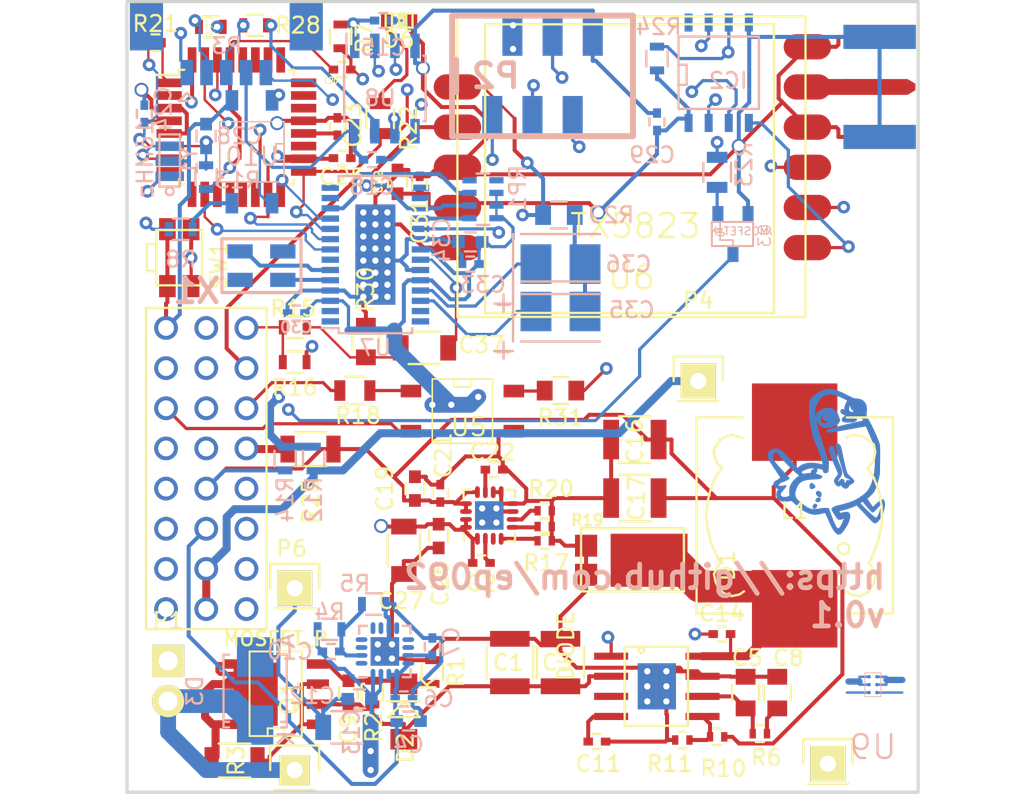
<source format=kicad_pcb>
(kicad_pcb (version 20171130) (host pcbnew "(5.1.12)-1")
  (layers (0 F.Cu signal) (1 GND signal) (2 Signal signal) (31 B.Cu signal) (34 B.Paste user hide) (35 F.Paste user hide) (36 B.SilkS user hide) (37 F.SilkS user hide) (38 B.Mask user hide) (39 F.Mask user hide) (44 Edge.Cuts user))
  (net 0 "")
  (net 1 /Akku+)
  (net 2 GND)
  (net 3 "Net-(C5-Pad1)")
  (net 4 "Net-(C8-Pad1)")
  (net 5 +5V)
  (net 6 /RESET)
  (net 7 /DTR)
  (net 8 "Net-(C22-Pad1)")
  (net 9 "Net-(C23-Pad1)")
  (net 10 +3.3V)
  (net 11 "Net-(R10-Pad2)")
  (net 12 +12V)
  (net 13 "Net-(R12-Pad2)")
  (net 14 /VIDEO_IN_OSD)
  (net 15 "Net-(R15-Pad2)")
  (net 16 /VIDEO_OUT_OSD)
  (net 17 "Net-(R17-Pad1)")
  (net 18 "Net-(R19-Pad1)")
  (net 19 "Net-(R20-Pad1)")
  (net 20 /PAL)
  (net 21 /RXI)
  (net 22 "Net-(IC1-Pad7)")
  (net 23 "Net-(IC1-Pad8)")
  (net 24 /MOSI)
  (net 25 /MISO)
  (net 26 /SCK)
  (net 27 /TXO)
  (net 28 /VSYNC)
  (net 29 "Net-(IC2-Pad2)")
  (net 30 "Net-(IC2-Pad3)")
  (net 31 /PWM_in)
  (net 32 "Net-(P3-Pad2)")
  (net 33 "Net-(P3-Pad3)")
  (net 34 "Net-(R18-Pad1)")
  (net 35 "Net-(D6-Pad1)")
  (net 36 "Net-(R28-Pad2)")
  (net 37 "Net-(R31-Pad2)")
  (net 38 "Net-(C35-Pad2)")
  (net 39 "Net-(IC2-Pad7)")
  (net 40 "Net-(IC2-Pad5)")
  (net 41 "Net-(C11-Pad1)")
  (net 42 "Net-(C14-Pad1)")
  (net 43 "Net-(C14-Pad2)")
  (net 44 /SSOSD-IN)
  (net 45 /LOS)
  (net 46 /HSYNC)
  (net 47 "Net-(R18-Pad2)")
  (net 48 /IR_LED+)
  (net 49 /AUDIO_IN_TX)
  (net 50 "Net-(U4-Pad7)")
  (net 51 "Net-(SMA_E1-Pad1)")
  (net 52 "Net-(U7-Pad5)")
  (net 53 "Net-(U7-Pad6)")
  (net 54 "Net-(C35-Pad1)")
  (net 55 "Net-(C36-Pad1)")
  (net 56 "Net-(C37-Pad2)")
  (net 57 "Net-(IC1-Pad2)")
  (net 58 "Net-(IC1-Pad9)")
  (net 59 "Net-(IC1-Pad11)")
  (net 60 "Net-(IC1-Pad12)")
  (net 61 "Net-(IC1-Pad13)")
  (net 62 "Net-(IC1-Pad14)")
  (net 63 "Net-(IC1-Pad19)")
  (net 64 "Net-(IC1-Pad22)")
  (net 65 "Net-(IC1-Pad23)")
  (net 66 "Net-(IC1-Pad24)")
  (net 67 "Net-(IC1-Pad25)")
  (net 68 "Net-(IC1-Pad26)")
  (net 69 "Net-(IC1-Pad27)")
  (net 70 "Net-(IC1-Pad28)")
  (net 71 "Net-(IC2-Pad1)")
  (net 72 "Net-(Q3-PadG)")
  (net 73 "Net-(RP1-Pad1)")
  (net 74 "Net-(RP1-Pad8)")
  (net 75 "Net-(U2-Pad3)")
  (net 76 "Net-(U3-Pad3)")
  (net 77 "Net-(U4-Pad5)")
  (net 78 "Net-(U4-Pad8)")
  (net 79 /IR_LED-)
  (net 80 "Net-(U4-Pad11)")
  (net 81 "Net-(U4-Pad15)")
  (net 82 "Net-(U4-Pad18)")
  (net 83 "Net-(U4-Pad21)")
  (net 84 "Net-(U4-Pad24)")
  (net 85 "Net-(U7-Pad1)")
  (net 86 "Net-(U7-Pad2)")
  (net 87 /CLKOUT)
  (net 88 "Net-(U7-Pad13)")
  (net 89 "Net-(U7-Pad14)")
  (net 90 "Net-(U7-Pad15)")
  (net 91 "Net-(U7-Pad16)")
  (net 92 "Net-(C2-Pad2)")
  (net 93 "Net-(U7-Pad27)")
  (net 94 "Net-(U7-Pad28)")
  (net 95 /Akku+_SS)
  (net 96 /5,2V)
  (net 97 "Net-(C7-Pad1)")
  (net 98 "Net-(C9-Pad1)")
  (net 99 "Net-(C10-Pad2)")
  (net 100 "Net-(U1-Pad3)")
  (net 101 "Net-(U1-Pad4)")
  (net 102 "Net-(U1-Pad5)")
  (net 103 "Net-(U1-Pad6)")
  (net 104 "Net-(U1-Pad8)")
  (net 105 "Net-(U1-Pad9)")
  (net 106 "Net-(U1-Pad10)")
  (net 107 "Net-(U1-Pad1)")
  (net 108 "Net-(U9-PadA2)")
  (net 109 "Net-(U9-PadA1)")
  (net 110 "Net-(U9-PadC1)")
  (net 111 "Net-(U9-PadC2)")
  (net 112 "Net-(P3-Pad1)")
  (net 113 "Net-(R8-Pad2)")
  (net 114 "Net-(R27-Pad2)")
  (net 115 "Net-(C18-Pad1)")
  (net 116 "Net-(C18-Pad2)")
  (module Connectors_Molex:Connector_Molex_PicoBlade_53261-0571 (layer B.Cu) (at 81.28 21.59)
    (fp_text reference P3 (at 0.02 1.21) (layer B.SilkS) (effects (justify mirror)))
    (fp_text value Mavlink)
    (pad 1 smd rect (at -2.5 2.9) (size 0.8 1.6) (layers B.Cu B.Paste B.Mask) (net 112 "Net-(P3-Pad1)"))
    (pad 2 smd rect (at -1.25 2.9) (size 0.8 1.6) (layers B.Cu B.Paste B.Mask) (net 32 "Net-(P3-Pad2)"))
    (pad 3 smd rect (at 0 2.9) (size 0.8 1.6) (layers B.Cu B.Paste B.Mask) (net 33 "Net-(P3-Pad3)"))
    (pad 4 smd rect (at 1.25 2.9) (size 0.8 1.6) (layers B.Cu B.Paste B.Mask) (net 115 "Net-(C18-Pad1)"))
    (pad 5 smd rect (at 2.5 2.9) (size 0.8 1.6) (layers B.Cu B.Paste B.Mask) (net 116 "Net-(C18-Pad2)"))
    (pad "" smd rect (at -5.05 0) (size 2.1 3) (layers B.Cu B.Paste B.Mask))
    (pad "" smd rect (at 5.05 0) (size 2.1 3) (layers B.Cu B.Paste B.Mask))
  )
  (module Choke_SMD:Choke_SMD_Wuerth-WE-PD-Typ-LS_Handsoldering (layer F.Cu) (at 117.2 52.5 90)
    (fp_text reference L1 (at 0.3 0 180) (layer F.SilkS))
    (fp_text value INDUCTOR)
    (pad 1 smd rect (at -5.90042 0 90) (size 4.89966 5.40004) (layers F.Cu F.Paste F.Mask) (net 42 "Net-(C14-Pad1)"))
    (pad 2 smd rect (at 5.90042 0 90) (size 4.89966 5.40004) (layers F.Cu F.Paste F.Mask) (net 96 /5,2V))
  )
  (module Socket_Strips:Socket_Strip_Angled_1x02 (layer F.Cu) (at 77.6 61.7 270)
    (fp_text reference P1 (at -2.54 0) (layer F.SilkS))
    (fp_text value Akku_in)
    (pad 1 thru_hole rect (at 0 0 270) (size 2.032 2.032) (drill 1.2) (layers *.Cu *.Mask F.SilkS) (net 2 GND))
    (pad 2 thru_hole oval (at 2.54 0 270) (size 2.032 2.032) (drill 1.2) (layers *.Cu *.Mask F.SilkS) (net 1 /Akku+))
  )
  (module toni:QFN-16-1EP_3x3mm_Pitch0.5mm (layer F.Cu) (at 97.9 52.5 90)
    (fp_text reference U3 hide)
    (fp_text value TPS7A7200RGT)
    (pad 1 smd oval (at -1.475 -0.75 90) (size 0.75 0.3) (layers F.Cu F.Paste F.Mask) (net 10 +3.3V))
    (pad 2 smd oval (at -1.475 -0.25 90) (size 0.75 0.3) (layers F.Cu F.Paste F.Mask) (net 92 "Net-(C2-Pad2)"))
    (pad 3 smd oval (at -1.475 0.25 90) (size 0.75 0.3) (layers F.Cu F.Paste F.Mask) (net 76 "Net-(U3-Pad3)"))
    (pad 4 smd oval (at -1.475 0.75 90) (size 0.75 0.3) (layers F.Cu F.Paste F.Mask) (net 17 "Net-(R17-Pad1)"))
    (pad 5 smd oval (at -0.75 1.475 180) (size 0.75 0.3) (layers F.Cu F.Paste F.Mask) (net 18 "Net-(R19-Pad1)"))
    (pad 6 smd oval (at -0.25 1.475 180) (size 0.75 0.3) (layers F.Cu F.Paste F.Mask) (net 19 "Net-(R20-Pad1)"))
    (pad 7 smd oval (at 0.25 1.475 180) (size 0.75 0.3) (layers F.Cu F.Paste F.Mask) (net 2 GND))
    (pad 8 smd oval (at 0.75 1.475 180) (size 0.75 0.3) (layers F.Cu F.Paste F.Mask) (net 2 GND))
    (pad 9 smd oval (at 1.475 0.75 90) (size 0.75 0.3) (layers F.Cu F.Paste F.Mask) (net 2 GND))
    (pad 10 smd oval (at 1.475 0.25 90) (size 0.75 0.3) (layers F.Cu F.Paste F.Mask) (net 2 GND))
    (pad 11 smd oval (at 1.475 -0.25 90) (size 0.75 0.3) (layers F.Cu F.Paste F.Mask) (net 8 "Net-(C22-Pad1)"))
    (pad 12 smd oval (at 1.475 -0.75 90) (size 0.75 0.3) (layers F.Cu F.Paste F.Mask) (net 96 /5,2V))
    (pad 13 smd oval (at 0.75 -1.475 180) (size 0.75 0.3) (layers F.Cu F.Paste F.Mask) (net 96 /5,2V))
    (pad 14 smd oval (at 0.25 -1.475 180) (size 0.75 0.3) (layers F.Cu F.Paste F.Mask) (net 96 /5,2V))
    (pad 15 smd oval (at -0.25 -1.475 180) (size 0.75 0.3) (layers F.Cu F.Paste F.Mask) (net 10 +3.3V))
    (pad 16 smd oval (at -0.75 -1.475 180) (size 0.75 0.3) (layers F.Cu F.Paste F.Mask) (net 10 +3.3V))
    (pad 17 thru_hole rect (at 0.45 0.45 90) (size 0.9 0.9) (drill 0.4) (layers *.Cu F.Mask) (net 2 GND))
    (pad 17 thru_hole rect (at 0.45 -0.45 90) (size 0.9 0.9) (drill 0.4) (layers *.Cu F.Mask) (net 2 GND))
    (pad 17 thru_hole rect (at -0.45 0.45 90) (size 0.9 0.9) (drill 0.4) (layers *.Cu F.Mask) (net 2 GND))
    (pad 17 thru_hole rect (at -0.45 -0.45 90) (size 0.9 0.9) (drill 0.4) (layers *.Cu F.Mask) (net 2 GND))
  )
  (module Capacitors_SMD:C_1210 (layer F.Cu) (at 99.2 61.8 90)
    (fp_text reference C1 (at 0 -0.1 180) (layer F.SilkS))
    (fp_text value Cin)
    (pad 1 smd rect (at -1.5 0 90) (size 1 2.5) (layers F.Cu F.Paste F.Mask) (net 95 /Akku+_SS))
    (pad 2 smd rect (at 1.5 0 90) (size 1 2.5) (layers F.Cu F.Paste F.Mask) (net 2 GND))
  )
  (module Capacitors_SMD:C_1210 (layer F.Cu) (at 102.4 61.8 90)
    (fp_text reference C3 (at 0 -0.2 180) (layer F.SilkS))
    (fp_text value Cin)
    (pad 1 smd rect (at -1.5 0 90) (size 1 2.5) (layers F.Cu F.Paste F.Mask) (net 95 /Akku+_SS))
    (pad 2 smd rect (at 1.5 0 90) (size 1 2.5) (layers F.Cu F.Paste F.Mask) (net 2 GND))
  )
  (module Capacitors_SMD:C_0805 (layer F.Cu) (at 114.1 63.7 90)
    (fp_text reference C5 (at 2.2 0.1 180) (layer F.SilkS))
    (fp_text value Ccomp2)
    (pad 1 smd rect (at -1 0 90) (size 1 1.25) (layers F.Cu F.Paste F.Mask) (net 3 "Net-(C5-Pad1)"))
    (pad 2 smd rect (at 1 0 90) (size 1 1.25) (layers F.Cu F.Paste F.Mask) (net 2 GND))
  )
  (module Capacitors_SMD:C_0805 (layer F.Cu) (at 116.1 63.7 90)
    (fp_text reference C8 (at 2.2 0.7 180) (layer F.SilkS))
    (fp_text value Ccomp)
    (pad 1 smd rect (at -1 0 90) (size 1 1.25) (layers F.Cu F.Paste F.Mask) (net 4 "Net-(C8-Pad1)"))
    (pad 2 smd rect (at 1 0 90) (size 1 1.25) (layers F.Cu F.Paste F.Mask) (net 2 GND))
  )
  (module Capacitors_SMD:C_0402 (layer F.Cu) (at 104.7 66.8)
    (fp_text reference C11 (at 0.1 1.4) (layer F.SilkS))
    (fp_text value 10nF)
    (pad 1 smd rect (at -0.55 0) (size 0.6 0.5) (layers F.Cu F.Paste F.Mask) (net 41 "Net-(C11-Pad1)"))
    (pad 2 smd rect (at 0.55 0) (size 0.6 0.5) (layers F.Cu F.Paste F.Mask) (net 2 GND))
  )
  (module Capacitors_SMD:C_0402 (layer F.Cu) (at 112.6 60 180)
    (fp_text reference C14 (at 0 1.3 180) (layer F.SilkS))
    (fp_text value Cboot)
    (pad 1 smd rect (at -0.55 0 180) (size 0.6 0.5) (layers F.Cu F.Paste F.Mask) (net 42 "Net-(C14-Pad1)"))
    (pad 2 smd rect (at 0.55 0 180) (size 0.6 0.5) (layers F.Cu F.Paste F.Mask) (net 43 "Net-(C14-Pad2)"))
  )
  (module Capacitors_SMD:C_1210 (layer F.Cu) (at 107.1 47.7 180)
    (fp_text reference C16 (at 0 -0.1 270) (layer F.SilkS))
    (fp_text value Cout)
    (pad 1 smd rect (at -1.5 0 180) (size 1 2.5) (layers F.Cu F.Paste F.Mask) (net 96 /5,2V))
    (pad 2 smd rect (at 1.5 0 180) (size 1 2.5) (layers F.Cu F.Paste F.Mask) (net 2 GND))
  )
  (module Capacitors_SMD:C_1210 (layer F.Cu) (at 107.1 51.4 180)
    (fp_text reference C17 (at -0.1 0 270) (layer F.SilkS))
    (fp_text value Cout)
    (pad 1 smd rect (at -1.5 0 180) (size 1 2.5) (layers F.Cu F.Paste F.Mask) (net 96 /5,2V))
    (pad 2 smd rect (at 1.5 0 180) (size 1 2.5) (layers F.Cu F.Paste F.Mask) (net 2 GND))
  )
  (module Capacitors_SMD:C_0603 (layer F.Cu) (at 93.2 50.8 90)
    (fp_text reference C19 (at 0 -1.9 90) (layer F.SilkS))
    (fp_text value 1uF)
    (pad 1 smd rect (at -0.75 0 90) (size 0.8 0.75) (layers F.Cu F.Paste F.Mask) (net 96 /5,2V))
    (pad 2 smd rect (at 0.75 0 90) (size 0.8 0.75) (layers F.Cu F.Paste F.Mask) (net 2 GND))
  )
  (module Capacitors_SMD:C_0402 (layer F.Cu) (at 88.6 24.3)
    (fp_text reference C20 (at -0.7 0.7 180) (layer F.SilkS) (effects (font (size 0.4 0.3) (thickness 0.07))))
    (fp_text value 100nF)
    (pad 1 smd rect (at -0.55 0) (size 0.6 0.5) (layers F.Cu F.Paste F.Mask) (net 6 /RESET))
    (pad 2 smd rect (at 0.55 0) (size 0.6 0.5) (layers F.Cu F.Paste F.Mask) (net 7 /DTR))
  )
  (module Capacitors_SMD:C_0402 (layer F.Cu) (at 94.8 51.1 90)
    (fp_text reference C21 (at 2.4 0.2 90) (layer F.SilkS))
    (fp_text value 100nF)
    (pad 1 smd rect (at -0.55 0 90) (size 0.6 0.5) (layers F.Cu F.Paste F.Mask) (net 96 /5,2V))
    (pad 2 smd rect (at 0.55 0 90) (size 0.6 0.5) (layers F.Cu F.Paste F.Mask) (net 2 GND))
  )
  (module Capacitors_SMD:C_0402 (layer F.Cu) (at 98.2 49.6)
    (fp_text reference C22 (at -0.1 -1.1) (layer F.SilkS))
    (fp_text value 100nF)
    (pad 1 smd rect (at -0.55 0) (size 0.6 0.5) (layers F.Cu F.Paste F.Mask) (net 8 "Net-(C22-Pad1)"))
    (pad 2 smd rect (at 0.55 0) (size 0.6 0.5) (layers F.Cu F.Paste F.Mask) (net 2 GND))
  )
  (module Capacitors_SMD:C_0402 (layer F.Cu) (at 88.3 27.9 90)
    (fp_text reference C23 (at 0.1 1 90) (layer F.SilkS))
    (fp_text value 100nF)
    (pad 1 smd rect (at -0.55 0 90) (size 0.6 0.5) (layers F.Cu F.Paste F.Mask) (net 9 "Net-(C23-Pad1)"))
    (pad 2 smd rect (at 0.55 0 90) (size 0.6 0.5) (layers F.Cu F.Paste F.Mask) (net 2 GND))
  )
  (module Capacitors_SMD:C_0402 (layer B.Cu) (at 76.1 27.1 90)
    (fp_text reference C24 (at 0.3 1.2 90) (layer B.SilkS) (effects (justify mirror)))
    (fp_text value 100nF)
    (pad 1 smd rect (at -0.55 0 90) (size 0.6 0.5) (layers B.Cu B.Paste B.Mask) (net 5 +5V))
    (pad 2 smd rect (at 0.55 0 90) (size 0.6 0.5) (layers B.Cu B.Paste B.Mask) (net 2 GND))
  )
  (module Capacitors_SMD:C_0402 (layer F.Cu) (at 88.6 29.9)
    (fp_text reference C25 (at 0 1.2) (layer F.SilkS))
    (fp_text value 100nF)
    (pad 1 smd rect (at -0.55 0) (size 0.6 0.5) (layers F.Cu F.Paste F.Mask) (net 5 +5V))
    (pad 2 smd rect (at 0.55 0) (size 0.6 0.5) (layers F.Cu F.Paste F.Mask) (net 2 GND))
  )
  (module Capacitors_SMD:C_0603 (layer F.Cu) (at 94.7 53.8 270)
    (fp_text reference C26 (at 3 -0.1 270) (layer F.SilkS))
    (fp_text value 1uF)
    (pad 1 smd rect (at -0.75 0 270) (size 0.8 0.75) (layers F.Cu F.Paste F.Mask) (net 10 +3.3V))
    (pad 2 smd rect (at 0.75 0 270) (size 0.8 0.75) (layers F.Cu F.Paste F.Mask) (net 2 GND))
  )
  (module Capacitors_SMD:C_1206 (layer F.Cu) (at 92.5 54.7 270)
    (fp_text reference C27 (at 3.2 0.2) (layer F.SilkS))
    (fp_text value 10uF)
    (pad 1 smd rect (at -1.5 0 270) (size 1 1.6) (layers F.Cu F.Paste F.Mask) (net 10 +3.3V))
    (pad 2 smd rect (at 1.5 0 270) (size 1 1.6) (layers F.Cu F.Paste F.Mask) (net 2 GND))
  )
  (module Capacitors_SMD:C_0603 (layer B.Cu) (at 80 28.5 90)
    (fp_text reference C28 (at 0 2.1) (layer B.SilkS) (effects (justify mirror)))
    (fp_text value 1uF)
    (pad 1 smd rect (at -0.75 0 90) (size 0.8 0.75) (layers B.Cu B.Paste B.Mask) (net 5 +5V))
    (pad 2 smd rect (at 0.75 0 90) (size 0.8 0.75) (layers B.Cu B.Paste B.Mask) (net 2 GND))
  )
  (module Capacitors_SMD:C_0402 (layer B.Cu) (at 108.5 27.6 90)
    (fp_text reference C29 (at -2.1 -0.3 180) (layer B.SilkS) (effects (justify mirror)))
    (fp_text value 100nF)
    (pad 1 smd rect (at -0.55 0 90) (size 0.6 0.5) (layers B.Cu B.Paste B.Mask) (net 10 +3.3V))
    (pad 2 smd rect (at 0.55 0 90) (size 0.6 0.5) (layers B.Cu B.Paste B.Mask) (net 2 GND))
  )
  (module Capacitors_SMD:C_0402 (layer B.Cu) (at 85.7 39.7 180)
    (fp_text reference C30 (at 0 -0.9 180) (layer B.SilkS) (effects (font (size 0.7 0.7)) (justify mirror)))
    (fp_text value 100nF)
    (pad 1 smd rect (at -0.55 0 180) (size 0.6 0.5) (layers B.Cu B.Paste B.Mask) (net 5 +5V))
    (pad 2 smd rect (at 0.55 0 180) (size 0.6 0.5) (layers B.Cu B.Paste B.Mask) (net 2 GND))
  )
  (module Capacitors_SMD:C_0402 (layer F.Cu) (at 93.5 31.6 90)
    (fp_text reference C31 (at -2.3 0 90) (layer F.SilkS))
    (fp_text value 100nF)
    (pad 1 smd rect (at -0.55 0 90) (size 0.6 0.5) (layers F.Cu F.Paste F.Mask) (net 10 +3.3V))
    (pad 2 smd rect (at 0.55 0 90) (size 0.6 0.5) (layers F.Cu F.Paste F.Mask) (net 2 GND))
  )
  (module Capacitors_SMD:C_0603 (layer F.Cu) (at 92.1 31.4 90)
    (fp_text reference C32 (at 0 -1.2 90) (layer F.SilkS) (effects (font (size 0.5 0.5) (thickness 0.1))))
    (fp_text value 1uF)
    (pad 1 smd rect (at -0.75 0 90) (size 0.8 0.75) (layers F.Cu F.Paste F.Mask) (net 10 +3.3V))
    (pad 2 smd rect (at 0.75 0 90) (size 0.8 0.75) (layers F.Cu F.Paste F.Mask) (net 2 GND))
  )
  (module Capacitors_SMD:C_0402 (layer B.Cu) (at 96.7 36.6 180)
    (fp_text reference C33 (at -0.8 -1.3 180) (layer B.SilkS) (effects (justify mirror)))
    (fp_text value 100nF)
    (pad 1 smd rect (at -0.55 0 180) (size 0.6 0.5) (layers B.Cu B.Paste B.Mask) (net 5 +5V))
    (pad 2 smd rect (at 0.55 0 180) (size 0.6 0.5) (layers B.Cu B.Paste B.Mask) (net 2 GND))
  )
  (module Capacitors_SMD:C_0603 (layer B.Cu) (at 96.7 35.2 180)
    (fp_text reference C34 (at 1.8 0.1 270) (layer B.SilkS) (effects (justify mirror)))
    (fp_text value 1uF)
    (pad 1 smd rect (at -0.75 0 180) (size 0.8 0.75) (layers B.Cu B.Paste B.Mask) (net 5 +5V))
    (pad 2 smd rect (at 0.75 0 180) (size 0.8 0.75) (layers B.Cu B.Paste B.Mask) (net 2 GND))
  )
  (module Resistors_SMD:R_0402 (layer F.Cu) (at 115 66.3)
    (fp_text reference R6 (at 0.4 1.5) (layer F.SilkS))
    (fp_text value Rcomp)
    (pad 1 smd rect (at -0.45 0) (size 0.4 0.6) (layers F.Cu F.Paste F.Mask) (net 3 "Net-(C5-Pad1)"))
    (pad 2 smd rect (at 0.45 0) (size 0.4 0.6) (layers F.Cu F.Paste F.Mask) (net 4 "Net-(C8-Pad1)"))
  )
  (module Resistors_SMD:R_0402 (layer F.Cu) (at 112.3 66.5 180)
    (fp_text reference R10 (at -0.4 -2 180) (layer F.SilkS))
    (fp_text value Rfbt)
    (pad 1 smd rect (at -0.45 0 180) (size 0.4 0.6) (layers F.Cu F.Paste F.Mask) (net 96 /5,2V))
    (pad 2 smd rect (at 0.45 0 180) (size 0.4 0.6) (layers F.Cu F.Paste F.Mask) (net 11 "Net-(R10-Pad2)"))
  )
  (module Resistors_SMD:R_0402 (layer F.Cu) (at 110.1 66.7 180)
    (fp_text reference R11 (at 0.8 -1.5 180) (layer F.SilkS))
    (fp_text value Rfbb)
    (pad 1 smd rect (at -0.45 0 180) (size 0.4 0.6) (layers F.Cu F.Paste F.Mask) (net 11 "Net-(R10-Pad2)"))
    (pad 2 smd rect (at 0.45 0 180) (size 0.4 0.6) (layers F.Cu F.Paste F.Mask) (net 2 GND))
  )
  (module Resistors_SMD:R_0603 (layer B.Cu) (at 86.8 48.9 90)
    (fp_text reference R12 (at -2.6 0 90) (layer B.SilkS) (effects (justify mirror)))
    (fp_text value open)
    (pad 1 smd rect (at -0.75 0 90) (size 0.5 0.9) (layers B.Cu B.Paste B.Mask) (net 12 +12V))
    (pad 2 smd rect (at 0.75 0 90) (size 0.5 0.9) (layers B.Cu B.Paste B.Mask) (net 13 "Net-(R12-Pad2)"))
  )
  (module Resistors_SMD:R_0603 (layer B.Cu) (at 85 48.9 90)
    (fp_text reference R14 (at -2.6 0 90) (layer B.SilkS) (effects (justify mirror)))
    (fp_text value open)
    (pad 1 smd rect (at -0.75 0 90) (size 0.5 0.9) (layers B.Cu B.Paste B.Mask) (net 96 /5,2V))
    (pad 2 smd rect (at 0.75 0 90) (size 0.5 0.9) (layers B.Cu B.Paste B.Mask) (net 13 "Net-(R12-Pad2)"))
  )
  (module Resistors_SMD:R_0603 (layer F.Cu) (at 85.6 40.6 180)
    (fp_text reference R15 (at 0.1 1.2 180) (layer F.SilkS))
    (fp_text value 0R)
    (pad 1 smd rect (at -0.75 0 180) (size 0.5 0.9) (layers F.Cu F.Paste F.Mask) (net 14 /VIDEO_IN_OSD))
    (pad 2 smd rect (at 0.75 0 180) (size 0.5 0.9) (layers F.Cu F.Paste F.Mask) (net 15 "Net-(R15-Pad2)"))
  )
  (module Resistors_SMD:R_0603 (layer F.Cu) (at 85.6 42.8 180)
    (fp_text reference R16 (at 0 -1.6 180) (layer F.SilkS))
    (fp_text value open)
    (pad 1 smd rect (at -0.75 0 180) (size 0.5 0.9) (layers F.Cu F.Paste F.Mask) (net 16 /VIDEO_OUT_OSD))
    (pad 2 smd rect (at 0.75 0 180) (size 0.5 0.9) (layers F.Cu F.Paste F.Mask) (net 15 "Net-(R15-Pad2)"))
  )
  (module Resistors_SMD:R_0402 (layer F.Cu) (at 101.4 54.1)
    (fp_text reference R17 (at 0.1 1.4) (layer F.SilkS))
    (fp_text value open)
    (pad 1 smd rect (at -0.45 0) (size 0.4 0.6) (layers F.Cu F.Paste F.Mask) (net 17 "Net-(R17-Pad1)"))
    (pad 2 smd rect (at 0.45 0) (size 0.4 0.6) (layers F.Cu F.Paste F.Mask) (net 2 GND))
  )
  (module Resistors_SMD:R_0402 (layer F.Cu) (at 101.4 53.2)
    (fp_text reference R19 (at 2.7 -0.4) (layer F.SilkS) (effects (font (size 0.7 0.7))))
    (fp_text value open)
    (pad 1 smd rect (at -0.45 0) (size 0.4 0.6) (layers F.Cu F.Paste F.Mask) (net 18 "Net-(R19-Pad1)"))
    (pad 2 smd rect (at 0.45 0) (size 0.4 0.6) (layers F.Cu F.Paste F.Mask) (net 2 GND))
  )
  (module Resistors_SMD:R_0402 (layer F.Cu) (at 101.4 52.2)
    (fp_text reference R20 (at 0.4 -1.4) (layer F.SilkS))
    (fp_text value open)
    (pad 1 smd rect (at -0.45 0) (size 0.4 0.6) (layers F.Cu F.Paste F.Mask) (net 19 "Net-(R20-Pad1)"))
    (pad 2 smd rect (at 0.45 0) (size 0.4 0.6) (layers F.Cu F.Paste F.Mask) (net 2 GND))
  )
  (module Resistors_SMD:R_0402 (layer F.Cu) (at 76.8 22.6)
    (fp_text reference R21 (at 0 -1.2) (layer F.SilkS))
    (fp_text value open)
    (pad 1 smd rect (at -0.45 0) (size 0.4 0.6) (layers F.Cu F.Paste F.Mask) (net 5 +5V))
    (pad 2 smd rect (at 0.45 0) (size 0.4 0.6) (layers F.Cu F.Paste F.Mask) (net 20 /PAL))
  )
  (module Resistors_SMD:R_1206 (layer F.Cu) (at 86.6 48.3 180)
    (fp_text reference R25 (at 0 -3.3 270) (layer F.SilkS))
    (fp_text value 100)
    (pad 1 smd rect (at -1.45 0 180) (size 0.9 1.7) (layers F.Cu F.Paste F.Mask) (net 96 /5,2V))
    (pad 2 smd rect (at 1.45 0 180) (size 0.9 1.7) (layers F.Cu F.Paste F.Mask) (net 48 /IR_LED+))
  )
  (module Housings_QFP:TQFP-32_7x7mm_Pitch0.8mm (layer F.Cu) (at 81.915 27.94)
    (fp_text reference IC1 hide)
    (fp_text value ATMEGA328P-A)
    (pad 1 smd rect (at -4.25 -2.8) (size 1.6 0.55) (layers F.Cu F.Paste F.Mask) (net 20 /PAL))
    (pad 2 smd rect (at -4.25 -2) (size 1.6 0.55) (layers F.Cu F.Paste F.Mask) (net 57 "Net-(IC1-Pad2)"))
    (pad 3 smd rect (at -4.25 -1.2) (size 1.6 0.55) (layers F.Cu F.Paste F.Mask) (net 2 GND))
    (pad 4 smd rect (at -4.25 -0.4) (size 1.6 0.55) (layers F.Cu F.Paste F.Mask) (net 5 +5V))
    (pad 5 smd rect (at -4.25 0.4) (size 1.6 0.55) (layers F.Cu F.Paste F.Mask) (net 2 GND))
    (pad 6 smd rect (at -4.25 1.2) (size 1.6 0.55) (layers F.Cu F.Paste F.Mask) (net 5 +5V))
    (pad 7 smd rect (at -4.25 2) (size 1.6 0.55) (layers F.Cu F.Paste F.Mask) (net 22 "Net-(IC1-Pad7)"))
    (pad 8 smd rect (at -4.25 2.8) (size 1.6 0.55) (layers F.Cu F.Paste F.Mask) (net 23 "Net-(IC1-Pad8)"))
    (pad 9 smd rect (at -2.8 4.25 90) (size 1.6 0.55) (layers F.Cu F.Paste F.Mask) (net 58 "Net-(IC1-Pad9)"))
    (pad 10 smd rect (at -2 4.25 90) (size 1.6 0.55) (layers F.Cu F.Paste F.Mask) (net 44 /SSOSD-IN))
    (pad 11 smd rect (at -1.2 4.25 90) (size 1.6 0.55) (layers F.Cu F.Paste F.Mask) (net 59 "Net-(IC1-Pad11)"))
    (pad 12 smd rect (at -0.4 4.25 90) (size 1.6 0.55) (layers F.Cu F.Paste F.Mask) (net 60 "Net-(IC1-Pad12)"))
    (pad 13 smd rect (at 0.4 4.25 90) (size 1.6 0.55) (layers F.Cu F.Paste F.Mask) (net 61 "Net-(IC1-Pad13)"))
    (pad 14 smd rect (at 1.2 4.25 90) (size 1.6 0.55) (layers F.Cu F.Paste F.Mask) (net 62 "Net-(IC1-Pad14)"))
    (pad 15 smd rect (at 2 4.25 90) (size 1.6 0.55) (layers F.Cu F.Paste F.Mask) (net 24 /MOSI))
    (pad 16 smd rect (at 2.8 4.25 90) (size 1.6 0.55) (layers F.Cu F.Paste F.Mask) (net 25 /MISO))
    (pad 17 smd rect (at 4.25 2.8) (size 1.6 0.55) (layers F.Cu F.Paste F.Mask) (net 26 /SCK))
    (pad 18 smd rect (at 4.25 2) (size 1.6 0.55) (layers F.Cu F.Paste F.Mask) (net 5 +5V))
    (pad 19 smd rect (at 4.25 1.2) (size 1.6 0.55) (layers F.Cu F.Paste F.Mask) (net 63 "Net-(IC1-Pad19)"))
    (pad 20 smd rect (at 4.25 0.4) (size 1.6 0.55) (layers F.Cu F.Paste F.Mask) (net 9 "Net-(C23-Pad1)"))
    (pad 21 smd rect (at 4.25 -0.4) (size 1.6 0.55) (layers F.Cu F.Paste F.Mask) (net 2 GND))
    (pad 22 smd rect (at 4.25 -1.2) (size 1.6 0.55) (layers F.Cu F.Paste F.Mask) (net 64 "Net-(IC1-Pad22)"))
    (pad 23 smd rect (at 4.25 -2) (size 1.6 0.55) (layers F.Cu F.Paste F.Mask) (net 65 "Net-(IC1-Pad23)"))
    (pad 24 smd rect (at 4.25 -2.8) (size 1.6 0.55) (layers F.Cu F.Paste F.Mask) (net 66 "Net-(IC1-Pad24)"))
    (pad 25 smd rect (at 2.8 -4.25 90) (size 1.6 0.55) (layers F.Cu F.Paste F.Mask) (net 67 "Net-(IC1-Pad25)"))
    (pad 26 smd rect (at 2 -4.25 90) (size 1.6 0.55) (layers F.Cu F.Paste F.Mask) (net 68 "Net-(IC1-Pad26)"))
    (pad 27 smd rect (at 1.2 -4.25 90) (size 1.6 0.55) (layers F.Cu F.Paste F.Mask) (net 69 "Net-(IC1-Pad27)"))
    (pad 28 smd rect (at 0.4 -4.25 90) (size 1.6 0.55) (layers F.Cu F.Paste F.Mask) (net 70 "Net-(IC1-Pad28)"))
    (pad 29 smd rect (at -0.4 -4.25 90) (size 1.6 0.55) (layers F.Cu F.Paste F.Mask) (net 6 /RESET))
    (pad 30 smd rect (at -1.2 -4.25 90) (size 1.6 0.55) (layers F.Cu F.Paste F.Mask) (net 21 /RXI))
    (pad 31 smd rect (at -2 -4.25 90) (size 1.6 0.55) (layers F.Cu F.Paste F.Mask) (net 27 /TXO))
    (pad 32 smd rect (at -2.8 -4.25 90) (size 1.6 0.55) (layers F.Cu F.Paste F.Mask) (net 28 /VSYNC))
  )
  (module Capacitors_SMD:C_1206 (layer F.Cu) (at 93.8 41.9)
    (fp_text reference C37 (at 3.6 -0.2) (layer F.SilkS))
    (fp_text value 100nF/NP0)
    (pad 1 smd rect (at -1.5 0) (size 1 1.6) (layers F.Cu F.Paste F.Mask) (net 14 /VIDEO_IN_OSD))
    (pad 2 smd rect (at 1.5 0) (size 1 1.6) (layers F.Cu F.Paste F.Mask) (net 56 "Net-(C37-Pad2)"))
  )
  (module toni:micro_match3x2 (layer B.Cu) (at 101.9 24.7)
    (fp_text reference P2 (at -3.6 0) (layer B.SilkS) (effects (font (size 1.524 1.524) (thickness 0.3048)) (justify mirror)))
    (fp_text value ISP (at 0 -6.35) (layer B.SilkS) (effects (font (size 1.524 1.524) (thickness 0.3048)) (justify mirror)))
    (pad 1 smd rect (at -3.81 2.54) (size 1.27 2.54) (layers B.Cu B.Paste B.Mask) (net 25 /MISO))
    (pad 2 smd rect (at -2.54 -2.54) (size 1.27 2.54) (layers B.Cu B.Paste B.Mask) (net 5 +5V))
    (pad 3 smd rect (at -1.27 2.54) (size 1.27 2.54) (layers B.Cu B.Paste B.Mask) (net 26 /SCK))
    (pad 4 smd rect (at 0 -2.54) (size 1.27 2.54) (layers B.Cu B.Paste B.Mask) (net 24 /MOSI))
    (pad 5 smd rect (at 1.27 2.54) (size 1.27 2.54) (layers B.Cu B.Paste B.Mask) (net 6 /RESET))
    (pad 6 smd rect (at 2.54 -2.54) (size 1.27 2.54) (layers B.Cu B.Paste B.Mask) (net 2 GND))
  )
  (module Resistors_SMD:R_0603 (layer B.Cu) (at 80 31.1 270)
    (fp_text reference R13 (at 0.2 -2) (layer B.SilkS) (effects (justify mirror)))
    (fp_text value 10k)
    (pad 1 smd rect (at -0.75 0 270) (size 0.5 0.9) (layers B.Cu B.Paste B.Mask) (net 5 +5V))
    (pad 2 smd rect (at 0.75 0 270) (size 0.5 0.9) (layers B.Cu B.Paste B.Mask) (net 6 /RESET))
  )
  (module Resistors_SMD:R_0805 (layer F.Cu) (at 89.4 44.6 180)
    (fp_text reference R18 (at -0.2 -1.6 180) (layer F.SilkS))
    (fp_text value 300R)
    (pad 1 smd rect (at -0.95 0 180) (size 0.7 1.3) (layers F.Cu F.Paste F.Mask) (net 34 "Net-(R18-Pad1)"))
    (pad 2 smd rect (at 0.95 0 180) (size 0.7 1.3) (layers F.Cu F.Paste F.Mask) (net 47 "Net-(R18-Pad2)"))
  )
  (module Resistors_SMD:R_0805 (layer F.Cu) (at 91 27.4 90)
    (fp_text reference R22 (at -0.6 1.8 90) (layer F.SilkS))
    (fp_text value 330)
    (pad 1 smd rect (at -0.95 0 90) (size 0.7 1.3) (layers F.Cu F.Paste F.Mask) (net 26 /SCK))
    (pad 2 smd rect (at 0.95 0 90) (size 0.7 1.3) (layers F.Cu F.Paste F.Mask) (net 35 "Net-(D6-Pad1)"))
  )
  (module Resistors_SMD:R_0805 (layer B.Cu) (at 112.3 30.8 270)
    (fp_text reference R23 (at -0.5 -1.7 90) (layer B.SilkS) (effects (justify mirror)))
    (fp_text value 10)
    (pad 1 smd rect (at -0.95 0 270) (size 0.7 1.3) (layers B.Cu B.Paste B.Mask) (net 29 "Net-(IC2-Pad2)"))
    (pad 2 smd rect (at 0.95 0 270) (size 0.7 1.3) (layers B.Cu B.Paste B.Mask) (net 72 "Net-(Q3-PadG)"))
  )
  (module Resistors_SMD:R_0603 (layer B.Cu) (at 108.5 23.6 90)
    (fp_text reference R24 (at 2 0.1 180) (layer B.SilkS) (effects (justify mirror)))
    (fp_text value 10k)
    (pad 1 smd rect (at -0.75 0 90) (size 0.5 0.9) (layers B.Cu B.Paste B.Mask) (net 10 +3.3V))
    (pad 2 smd rect (at 0.75 0 90) (size 0.5 0.9) (layers B.Cu B.Paste B.Mask) (net 30 "Net-(IC2-Pad3)"))
  )
  (module Resistors_SMD:R_0603 (layer F.Cu) (at 80.3 21.6)
    (fp_text reference R27 (at 0 0 90) (layer F.SilkS) (effects (font (size 0.5 0.5) (thickness 0.05))))
    (fp_text value 1k)
    (pad 1 smd rect (at -0.75 0) (size 0.5 0.9) (layers F.Cu F.Paste F.Mask) (net 32 "Net-(P3-Pad2)"))
    (pad 2 smd rect (at 0.75 0) (size 0.5 0.9) (layers F.Cu F.Paste F.Mask) (net 114 "Net-(R27-Pad2)"))
  )
  (module Resistors_SMD:R_0603 (layer F.Cu) (at 83.1 21.5)
    (fp_text reference R28 (at 2.7 0) (layer F.SilkS))
    (fp_text value 1k)
    (pad 1 smd rect (at -0.75 0) (size 0.5 0.9) (layers F.Cu F.Paste F.Mask) (net 33 "Net-(P3-Pad3)"))
    (pad 2 smd rect (at 0.75 0) (size 0.5 0.9) (layers F.Cu F.Paste F.Mask) (net 36 "Net-(R28-Pad2)"))
  )
  (module Capacitors_SMD:C_0805 (layer B.Cu) (at 102.3 33.5)
    (fp_text reference R29 (at 3.3 0) (layer B.SilkS) (effects (justify mirror)))
    (fp_text value 75)
    (pad 1 smd rect (at -1 0) (size 1 1.25) (layers B.Cu B.Paste B.Mask) (net 16 /VIDEO_OUT_OSD))
    (pad 2 smd rect (at 1 0) (size 1 1.25) (layers B.Cu B.Paste B.Mask) (net 38 "Net-(C35-Pad2)"))
  )
  (module Capacitors_SMD:C_0805 (layer F.Cu) (at 90.1 41.5 90)
    (fp_text reference R30 (at 3.3 0 90) (layer F.SilkS))
    (fp_text value 75)
    (pad 1 smd rect (at -1 0 90) (size 1 1.25) (layers F.Cu F.Paste F.Mask) (net 14 /VIDEO_IN_OSD))
    (pad 2 smd rect (at 1 0 90) (size 1 1.25) (layers F.Cu F.Paste F.Mask) (net 2 GND))
  )
  (module Capacitors_SMD:C_0805 (layer F.Cu) (at 102.4 44.6 180)
    (fp_text reference R31 (at 0 -1.7 180) (layer F.SilkS))
    (fp_text value 300R)
    (pad 1 smd rect (at -1 0 180) (size 1 1.25) (layers F.Cu F.Paste F.Mask) (net 31 /PWM_in))
    (pad 2 smd rect (at 1 0 180) (size 1 1.25) (layers F.Cu F.Paste F.Mask) (net 37 "Net-(R31-Pad2)"))
  )
  (module Resistors_SMD:R_Array_Concave_4x0603 (layer B.Cu) (at 97.5 32.5 180)
    (fp_text reference RP1 (at -2.2 0.7 270) (layer B.SilkS) (effects (justify mirror)))
    (fp_text value 1k)
    (pad 2 smd rect (at -0.85 0.4 180) (size 0.9 0.4) (layers B.Cu B.Paste B.Mask) (net 5 +5V))
    (pad 3 smd rect (at -0.85 -0.4 180) (size 0.9 0.4) (layers B.Cu B.Paste B.Mask) (net 5 +5V))
    (pad 1 smd rect (at -0.85 1.2 180) (size 0.9 0.4) (layers B.Cu B.Paste B.Mask) (net 73 "Net-(RP1-Pad1)"))
    (pad 4 smd rect (at -0.85 -1.2 180) (size 0.9 0.4) (layers B.Cu B.Paste B.Mask) (net 5 +5V))
    (pad 8 smd rect (at 0.85 1.2 180) (size 0.9 0.4) (layers B.Cu B.Paste B.Mask) (net 74 "Net-(RP1-Pad8)"))
    (pad 7 smd rect (at 0.85 0.4 180) (size 0.9 0.4) (layers B.Cu B.Paste B.Mask) (net 45 /LOS))
    (pad 6 smd rect (at 0.85 -0.4 180) (size 0.9 0.4) (layers B.Cu B.Paste B.Mask) (net 28 /VSYNC))
    (pad 5 smd rect (at 0.85 -1.2 180) (size 0.9 0.4) (layers B.Cu B.Paste B.Mask) (net 46 /HSYNC))
  )
  (module toni:SO-4 (layer F.Cu) (at 96.2 45.9 270)
    (fp_text reference U5 (at 1 -0.4) (layer F.SilkS) (effects (font (size 1.143 1.143) (thickness 0.1524))))
    (fp_text value OPTO-TRANSISTOR4 hide)
    (pad 2 smd rect (at 1.27 3.2512 270) (size 0.8001 1.30048) (layers F.Cu F.Paste F.Mask) (net 50 "Net-(U4-Pad7)"))
    (pad 1 smd rect (at -1.27 3.2512 270) (size 0.8001 1.30048) (layers F.Cu F.Paste F.Mask) (net 34 "Net-(R18-Pad1)"))
    (pad 4 smd rect (at -1.27 -3.2512 270) (size 0.8001 1.30048) (layers F.Cu F.Paste F.Mask) (net 37 "Net-(R31-Pad2)"))
    (pad 3 smd rect (at 1.27 -3.2512 270) (size 0.8001 1.30048) (layers F.Cu F.Paste F.Mask) (net 2 GND))
  )
  (module toni:CerOsc_3,2x1,3 (layer B.Cu) (at 77.7 30.1 90)
    (fp_text reference Y1 (at 0 1.25 90) (layer B.SilkS) (effects (justify mirror)))
    (fp_text value 16MHz (at 0.15 -1.55 90) (layer B.SilkS) (effects (justify mirror)))
    (pad 1 smd rect (at -0.95 0 90) (size 0.6 1.8) (layers B.Cu B.Paste B.Mask) (net 23 "Net-(IC1-Pad8)"))
    (pad 2 smd rect (at 0 0 90) (size 0.6 1.8) (layers B.Cu B.Paste B.Mask) (net 2 GND))
    (pad 3 smd rect (at 0.95 0 90) (size 0.6 1.8) (layers B.Cu B.Paste B.Mask) (net 22 "Net-(IC1-Pad7)"))
  )
  (module Capacitors_Tantalum_SMD:TantalC_SizeB_EIA-3528_Reflow (layer B.Cu) (at 102.4 39.6)
    (fp_text reference C35 (at 4.5 -0.1) (layer B.SilkS) (effects (justify mirror)))
    (fp_text value 47uF)
    (fp_text user + (at -3.59918 2.49936) (layer B.SilkS) (effects (justify mirror)))
    (pad 2 smd rect (at 1.5494 0) (size 1.95072 2.49936) (layers B.Cu B.Paste B.Mask) (net 38 "Net-(C35-Pad2)"))
    (pad 1 smd rect (at -1.5494 0) (size 1.95072 2.49936) (layers B.Cu B.Paste B.Mask) (net 54 "Net-(C35-Pad1)"))
  )
  (module Capacitors_Tantalum_SMD:TantalC_SizeB_EIA-3528_Reflow (layer B.Cu) (at 102.4 36.6)
    (fp_text reference C36 (at 4.3 0) (layer B.SilkS) (effects (justify mirror)))
    (fp_text value 47uF)
    (fp_text user + (at -3.59918 2.49936) (layer B.SilkS) (effects (justify mirror)))
    (pad 2 smd rect (at 1.5494 0) (size 1.95072 2.49936) (layers B.Cu B.Paste B.Mask) (net 38 "Net-(C35-Pad2)"))
    (pad 1 smd rect (at -1.5494 0) (size 1.95072 2.49936) (layers B.Cu B.Paste B.Mask) (net 55 "Net-(C36-Pad1)"))
  )
  (module LEDs:LED-0603 (layer F.Cu) (at 92.2 21.2)
    (fp_text reference D6 (at 0 1.2 180) (layer F.SilkS))
    (fp_text value LED)
    (pad 1 smd rect (at -0.7493 0) (size 0.79756 0.79756) (layers F.Cu F.Paste F.Mask) (net 35 "Net-(D6-Pad1)"))
    (pad 2 smd rect (at 0.7493 0) (size 0.79756 0.79756) (layers F.Cu F.Paste F.Mask) (net 2 GND))
  )
  (module SMD_Packages:SOIC-8-N (layer B.Cu) (at 112.4 24.5)
    (fp_text reference IC2 (at 0.6 0.5) (layer B.SilkS) (effects (justify mirror)))
    (fp_text value ATTINY13A-SS)
    (pad 8 smd rect (at -1.905 3.175) (size 0.508 1.143) (layers B.Cu B.Paste B.Mask) (net 10 +3.3V))
    (pad 7 smd rect (at -0.635 3.175) (size 0.508 1.143) (layers B.Cu B.Paste B.Mask) (net 39 "Net-(IC2-Pad7)"))
    (pad 6 smd rect (at 0.635 3.175) (size 0.508 1.143) (layers B.Cu B.Paste B.Mask) (net 31 /PWM_in))
    (pad 5 smd rect (at 1.905 3.175) (size 0.508 1.143) (layers B.Cu B.Paste B.Mask) (net 40 "Net-(IC2-Pad5)"))
    (pad 4 smd rect (at 1.905 -3.175) (size 0.508 1.143) (layers B.Cu B.Paste B.Mask) (net 2 GND))
    (pad 3 smd rect (at 0.635 -3.175) (size 0.508 1.143) (layers B.Cu B.Paste B.Mask) (net 30 "Net-(IC2-Pad3)"))
    (pad 2 smd rect (at -0.635 -3.175) (size 0.508 1.143) (layers B.Cu B.Paste B.Mask) (net 29 "Net-(IC2-Pad2)"))
    (pad 1 smd rect (at -1.905 -3.175) (size 0.508 1.143) (layers B.Cu B.Paste B.Mask) (net 71 "Net-(IC2-Pad1)"))
  )
  (module toni:TX5823 (layer F.Cu) (at 107.315 30.48)
    (fp_text reference U6 (at -0.43 6.96) (layer F.SilkS) (effects (font (size 1.5 1.5))))
    (fp_text value TX5823 (at -0.18 3.71) (layer F.SilkS) (effects (font (size 1.5 1.5))))
    (pad 1 smd oval (at -11.43 -5.08) (size 3 1.6) (layers F.Cu F.Paste F.Mask) (net 16 /VIDEO_OUT_OSD))
    (pad 2 smd oval (at -11.43 -2.54) (size 3 1.6) (layers F.Cu F.Paste F.Mask) (net 49 /AUDIO_IN_TX))
    (pad 3 smd oval (at -11.43 0) (size 3 1.6) (layers F.Cu F.Paste F.Mask) (net 2 GND))
    (pad 4 smd oval (at -11.43 2.54) (size 3 1.6) (layers F.Cu F.Paste F.Mask) (net 10 +3.3V))
    (pad 5 smd oval (at -11.43 5.08) (size 3 1.6) (layers F.Cu F.Paste F.Mask) (net 2 GND))
    (pad 6 smd oval (at 10.69 5.08) (size 3 1.6) (layers F.Cu F.Paste F.Mask) (net 40 "Net-(IC2-Pad5)"))
    (pad 7 smd oval (at 10.69 2.54) (size 3 1.6) (layers F.Cu F.Paste F.Mask) (net 30 "Net-(IC2-Pad3)"))
    (pad 8 smd oval (at 10.69 0) (size 3 1.6) (layers F.Cu F.Paste F.Mask) (net 39 "Net-(IC2-Pad7)"))
    (pad 9 smd oval (at 10.69 -2.54) (size 3 1.6) (layers F.Cu F.Paste F.Mask) (net 2 GND))
    (pad 10 smd oval (at 10.69 -5.08) (size 3 1.6) (layers F.Cu F.Paste F.Mask) (net 51 "Net-(SMA_E1-Pad1)"))
    (pad 11 smd oval (at 10.69 -7.62) (size 3 1.6) (layers F.Cu F.Paste F.Mask) (net 2 GND))
  )
  (module toni:SO8_EP (layer F.Cu) (at 105.6 61.4 270)
    (fp_text reference U2 hide)
    (fp_text value TPS54531 hide)
    (pad 9 thru_hole rect (at 2.8575 -3.4925 270) (size 1 1.2) (drill 0.4) (layers *.Cu F.Mask) (net 2 GND))
    (pad 9 thru_hole rect (at 2.8575 -2.286 270) (size 1 1.2) (drill 0.4) (layers *.Cu F.Mask) (net 2 GND))
    (pad 9 thru_hole rect (at 0.9525 -2.286 270) (size 1 1.2) (drill 0.4) (layers *.Cu F.Mask) (net 2 GND))
    (pad 9 thru_hole rect (at 1.905 -2.286 270) (size 1 1.2) (drill 0.4) (layers *.Cu F.Mask) (net 2 GND))
    (pad 9 thru_hole rect (at 1.905 -3.4925 270) (size 1 1.2) (drill 0.4) (layers *.Cu F.Mask) (net 2 GND))
    (pad 1 smd rect (at 0 0 270) (size 0.45 2.15) (layers F.Cu F.Paste F.Mask) (net 43 "Net-(C14-Pad2)"))
    (pad 2 smd rect (at 1.27 0 270) (size 0.45 2.15) (layers F.Cu F.Paste F.Mask) (net 95 /Akku+_SS))
    (pad 3 smd rect (at 2.54 0 270) (size 0.45 2.15) (layers F.Cu F.Paste F.Mask) (net 75 "Net-(U2-Pad3)"))
    (pad 4 smd rect (at 3.81 0 270) (size 0.45 2.15) (layers F.Cu F.Paste F.Mask) (net 41 "Net-(C11-Pad1)"))
    (pad 5 smd rect (at 3.81 -5.7785 270) (size 0.45 2.15) (layers F.Cu F.Paste F.Mask) (net 11 "Net-(R10-Pad2)"))
    (pad 6 smd rect (at 2.54 -5.7785 270) (size 0.45 2.15) (layers F.Cu F.Paste F.Mask) (net 3 "Net-(C5-Pad1)"))
    (pad 7 smd rect (at 1.27 -5.7785 270) (size 0.45 2.15) (layers F.Cu F.Paste F.Mask) (net 2 GND))
    (pad 8 smd rect (at 0 -5.7785 270) (size 0.45 2.15) (layers F.Cu F.Paste F.Mask) (net 42 "Net-(C14-Pad1)"))
    (pad 9 thru_hole rect (at 0.9525 -3.4925 270) (size 1 1.2) (drill 0.4) (layers *.Cu F.Mask) (net 2 GND))
  )
  (module toni:Conn_03x08 (layer F.Cu) (at 77.47 40.64)
    (fp_text reference U4 hide)
    (fp_text value CONN_03X08 hide)
    (pad 1 thru_hole circle (at 0 0) (size 1.5 1.5) (drill 1) (layers *.Cu *.Mask) (net 2 GND))
    (pad 2 thru_hole circle (at 2.54 0) (size 1.5 1.5) (drill 1) (layers *.Cu *.Mask) (net 13 "Net-(R12-Pad2)"))
    (pad 3 thru_hole circle (at 5.08 0) (size 1.5 1.5) (drill 1) (layers *.Cu *.Mask) (net 15 "Net-(R15-Pad2)"))
    (pad 4 thru_hole circle (at 0 2.54) (size 1.5 1.5) (drill 1) (layers *.Cu *.Mask) (net 2 GND))
    (pad 5 thru_hole circle (at 2.54 2.54) (size 1.5 1.5) (drill 1) (layers *.Cu *.Mask) (net 77 "Net-(U4-Pad5)"))
    (pad 6 thru_hole circle (at 5.08 2.54) (size 1.5 1.5) (drill 1) (layers *.Cu *.Mask) (net 49 /AUDIO_IN_TX))
    (pad 7 thru_hole circle (at 0 5.08) (size 1.5 1.5) (drill 1) (layers *.Cu *.Mask) (net 50 "Net-(U4-Pad7)"))
    (pad 8 thru_hole circle (at 2.54 5.08) (size 1.5 1.5) (drill 1) (layers *.Cu *.Mask) (net 78 "Net-(U4-Pad8)"))
    (pad 9 thru_hole circle (at 5.08 5.08) (size 1.5 1.5) (drill 1) (layers *.Cu *.Mask) (net 47 "Net-(R18-Pad2)"))
    (pad 10 thru_hole circle (at 0 7.62) (size 1.5 1.5) (drill 1) (layers *.Cu *.Mask) (net 79 /IR_LED-))
    (pad 11 thru_hole circle (at 2.54 7.62) (size 1.5 1.5) (drill 1) (layers *.Cu *.Mask) (net 80 "Net-(U4-Pad11)"))
    (pad 12 thru_hole circle (at 5.08 7.62) (size 1.5 1.5) (drill 1) (layers *.Cu *.Mask) (net 48 /IR_LED+))
    (pad 13 thru_hole circle (at 0 10.16) (size 1.5 1.5) (drill 1) (layers *.Cu *.Mask) (net 2 GND))
    (pad 14 thru_hole circle (at 2.54 10.16) (size 1.5 1.5) (drill 1) (layers *.Cu *.Mask) (net 96 /5,2V))
    (pad 15 thru_hole circle (at 5.08 10.16) (size 1.5 1.5) (drill 1) (layers *.Cu *.Mask) (net 81 "Net-(U4-Pad15)"))
    (pad 16 thru_hole circle (at 0 12.7) (size 1.5 1.5) (drill 1) (layers *.Cu *.Mask) (net 2 GND))
    (pad 17 thru_hole circle (at 2.54 12.7) (size 1.5 1.5) (drill 1) (layers *.Cu *.Mask) (net 96 /5,2V))
    (pad 18 thru_hole circle (at 5.08 12.7) (size 1.5 1.5) (drill 1) (layers *.Cu *.Mask) (net 82 "Net-(U4-Pad18)"))
    (pad 19 thru_hole circle (at 0 15.24) (size 1.5 1.5) (drill 1) (layers *.Cu *.Mask) (net 2 GND))
    (pad 20 thru_hole circle (at 2.54 15.24) (size 1.5 1.5) (drill 1) (layers *.Cu *.Mask) (net 12 +12V))
    (pad 21 thru_hole circle (at 5.08 15.24) (size 1.5 1.5) (drill 1) (layers *.Cu *.Mask) (net 83 "Net-(U4-Pad21)"))
    (pad 22 thru_hole circle (at 0 17.78) (size 1.5 1.5) (drill 1) (layers *.Cu *.Mask) (net 2 GND))
    (pad 23 thru_hole circle (at 2.54 17.78) (size 1.5 1.5) (drill 1) (layers *.Cu *.Mask) (net 12 +12V))
    (pad 24 thru_hole circle (at 5.08 17.78) (size 1.5 1.5) (drill 1) (layers *.Cu *.Mask) (net 84 "Net-(U4-Pad24)"))
  )
  (module toni:CRYSTAL_MT (layer B.Cu) (at 83.5 36.7 180)
    (fp_text reference X1 (at 4.1 -1.6 180) (layer B.SilkS) (effects (font (size 1.524 1.524) (thickness 0.3048)) (justify mirror)))
    (fp_text value 27MHz hide)
    (pad 1 smd rect (at -1.34874 -0.89916 180) (size 1.6002 0.89916) (layers B.Cu B.Paste B.Mask) (net 52 "Net-(U7-Pad5)"))
    (pad 2 smd rect (at 1.34874 0.89916 180) (size 1.6002 0.89916) (layers B.Cu B.Paste B.Mask) (net 53 "Net-(U7-Pad6)"))
    (pad GND smd rect (at -1.34874 0.89916 180) (size 1.6002 0.89916) (layers B.Cu B.Paste B.Mask))
    (pad GND smd rect (at 1.34874 -0.89916 180) (size 1.6002 0.89916) (layers B.Cu B.Paste B.Mask))
  )
  (module toni:EVQP7A (layer F.Cu) (at 78.105 36.195 270)
    (fp_text reference SW1 (at 0.505 -2.695 90) (layer F.SilkS))
    (fp_text value SW_PUSH hide)
    (pad 1 smd rect (at -1.8 -0.95 270) (size 1.4 1.05) (layers F.Cu F.Paste F.Mask) (net 6 /RESET))
    (pad 1 smd rect (at 1.8 -0.95 270) (size 1.4 1.05) (layers F.Cu F.Paste F.Mask) (net 6 /RESET))
    (pad 2 smd rect (at -1.8 0.55 270) (size 1.4 1.05) (layers F.Cu F.Paste F.Mask) (net 2 GND))
    (pad 2 smd rect (at 1.8 0.55 270) (size 1.4 1.05) (layers F.Cu F.Paste F.Mask) (net 2 GND))
  )
  (module Capacitors_SMD:C_0402 (layer F.Cu) (at 97.4 55.5)
    (fp_text reference C2 (at 0 1.3) (layer F.SilkS))
    (fp_text value 220pF)
    (pad 1 smd rect (at -0.55 0) (size 0.6 0.5) (layers F.Cu F.Paste F.Mask) (net 10 +3.3V))
    (pad 2 smd rect (at 0.55 0) (size 0.6 0.5) (layers F.Cu F.Paste F.Mask) (net 92 "Net-(C2-Pad2)"))
  )
  (module toni:SOT23_GDS (layer B.Cu) (at 113.3 34.7)
    (fp_text reference Q3 (at 1.99898 0.09906 270) (layer B.SilkS) (effects (font (size 0.762 0.762) (thickness 0.0762)) (justify mirror)))
    (fp_text value MOSFET_N (at 0.381 -0.1778) (layer B.SilkS) (effects (font (size 0.50038 0.50038) (thickness 0.0762)) (justify mirror)))
    (pad D smd rect (at 0 1.27) (size 0.70104 1.00076) (layers B.Cu B.Paste B.Mask) (net 79 /IR_LED-))
    (pad S smd rect (at 0.9525 -1.27) (size 0.70104 1.00076) (layers B.Cu B.Paste B.Mask) (net 2 GND))
    (pad G smd rect (at -0.9525 -1.27) (size 0.70104 1.00076) (layers B.Cu B.Paste B.Mask) (net 72 "Net-(Q3-PadG)"))
  )
  (module toni:POWERDI5 (layer F.Cu) (at 107.7 55.3 270)
    (fp_text reference D1 (at 0.381 -5.207 270) (layer F.SilkS))
    (fp_text value DIODE (at 5.461 4.953 270) (layer F.SilkS))
    (pad 1 smd rect (at -0.889 3.683 270) (size 1.39 1.4) (layers F.Cu F.Paste F.Mask) (net 2 GND))
    (pad 1 smd rect (at 0.951 3.683 270) (size 1.39 1.4) (layers F.Cu F.Paste F.Mask) (net 2 GND))
    (pad 2 smd rect (at 0.031 -0.299 270) (size 3.36 4.86) (layers F.Cu F.Paste F.Mask) (net 42 "Net-(C14-Pad1)"))
  )
  (module toni:TSSOP-28_4.4x9.7mm_Pitch0.65mm_EP (layer B.Cu) (at 90.7 36)
    (fp_text reference U7 (at 0 5.9) (layer B.SilkS) (effects (justify mirror)))
    (fp_text value MAX7456_DS)
    (pad 29 thru_hole rect (at 0 0.381) (size 1 1) (drill 0.4) (layers *.Cu B.Mask) (net 2 GND))
    (pad 29 thru_hole rect (at 0.762 0.381) (size 1 1) (drill 0.4) (layers *.Cu B.Mask) (net 2 GND))
    (pad 29 thru_hole rect (at -0.762 0.381) (size 1 1) (drill 0.4) (layers *.Cu B.Mask) (net 2 GND))
    (pad 29 thru_hole rect (at -0.762 -0.381) (size 1 1) (drill 0.4) (layers *.Cu B.Mask) (net 2 GND))
    (pad 29 thru_hole rect (at 0.762 -0.381) (size 1 1) (drill 0.4) (layers *.Cu B.Mask) (net 2 GND))
    (pad 29 thru_hole rect (at 0 -0.381) (size 1 1) (drill 0.4) (layers *.Cu B.Mask) (net 2 GND))
    (pad 29 thru_hole rect (at -0.762 -1.143) (size 1 1) (drill 0.4) (layers *.Cu B.Mask) (net 2 GND))
    (pad 29 thru_hole rect (at 0.762 -1.143) (size 1 1) (drill 0.4) (layers *.Cu B.Mask) (net 2 GND))
    (pad 29 thru_hole rect (at 0 -1.143) (size 1 1) (drill 0.4) (layers *.Cu B.Mask) (net 2 GND))
    (pad 29 thru_hole rect (at 0 -2.667) (size 1 1) (drill 0.4) (layers *.Cu B.Mask) (net 2 GND))
    (pad 29 thru_hole rect (at 0.762 -2.667) (size 1 1) (drill 0.4) (layers *.Cu B.Mask) (net 2 GND))
    (pad 29 thru_hole rect (at -0.762 -2.667) (size 1 1) (drill 0.4) (layers *.Cu B.Mask) (net 2 GND))
    (pad 29 thru_hole rect (at -0.762 -1.905) (size 1 1) (drill 0.4) (layers *.Cu B.Mask) (net 2 GND))
    (pad 29 thru_hole rect (at 0.762 -1.905) (size 1 1) (drill 0.4) (layers *.Cu B.Mask) (net 2 GND))
    (pad 29 thru_hole rect (at 0 -1.905) (size 1 1) (drill 0.4) (layers *.Cu B.Mask) (net 2 GND))
    (pad 29 thru_hole rect (at 0 1.143) (size 1 1) (drill 0.4) (layers *.Cu B.Mask) (net 2 GND))
    (pad 29 thru_hole rect (at 0.762 1.143) (size 1 1) (drill 0.4) (layers *.Cu B.Mask) (net 2 GND))
    (pad 29 thru_hole rect (at -0.762 1.143) (size 1 1) (drill 0.4) (layers *.Cu B.Mask) (net 2 GND))
    (pad 29 thru_hole rect (at 0 1.905) (size 1 1) (drill 0.4) (layers *.Cu B.Mask) (net 2 GND))
    (pad 29 thru_hole rect (at 0.762 1.905) (size 1 1) (drill 0.4) (layers *.Cu B.Mask) (net 2 GND))
    (pad 29 thru_hole rect (at -0.762 1.905) (size 1 1) (drill 0.4) (layers *.Cu B.Mask) (net 2 GND))
    (pad 1 smd rect (at -2.85 4.225) (size 1.1 0.4) (layers B.Cu B.Paste B.Mask) (net 85 "Net-(U7-Pad1)"))
    (pad 2 smd rect (at -2.85 3.575) (size 1.1 0.4) (layers B.Cu B.Paste B.Mask) (net 86 "Net-(U7-Pad2)"))
    (pad 3 smd rect (at -2.85 2.925) (size 1.1 0.4) (layers B.Cu B.Paste B.Mask) (net 5 +5V))
    (pad 4 smd rect (at -2.85 2.275) (size 1.1 0.4) (layers B.Cu B.Paste B.Mask) (net 2 GND))
    (pad 5 smd rect (at -2.85 1.625) (size 1.1 0.4) (layers B.Cu B.Paste B.Mask) (net 52 "Net-(U7-Pad5)"))
    (pad 6 smd rect (at -2.85 0.975) (size 1.1 0.4) (layers B.Cu B.Paste B.Mask) (net 53 "Net-(U7-Pad6)"))
    (pad 7 smd rect (at -2.85 0.325) (size 1.1 0.4) (layers B.Cu B.Paste B.Mask) (net 87 /CLKOUT))
    (pad 8 smd rect (at -2.85 -0.325) (size 1.1 0.4) (layers B.Cu B.Paste B.Mask) (net 44 /SSOSD-IN))
    (pad 9 smd rect (at -2.85 -0.975) (size 1.1 0.4) (layers B.Cu B.Paste B.Mask) (net 24 /MOSI))
    (pad 10 smd rect (at -2.85 -1.625) (size 1.1 0.4) (layers B.Cu B.Paste B.Mask) (net 26 /SCK))
    (pad 11 smd rect (at -2.85 -2.275) (size 1.1 0.4) (layers B.Cu B.Paste B.Mask) (net 25 /MISO))
    (pad 12 smd rect (at -2.85 -2.925) (size 1.1 0.4) (layers B.Cu B.Paste B.Mask) (net 45 /LOS))
    (pad 13 smd rect (at -2.85 -3.575) (size 1.1 0.4) (layers B.Cu B.Paste B.Mask) (net 88 "Net-(U7-Pad13)"))
    (pad 14 smd rect (at -2.85 -4.225) (size 1.1 0.4) (layers B.Cu B.Paste B.Mask) (net 89 "Net-(U7-Pad14)"))
    (pad 15 smd rect (at 2.85 -4.225) (size 1.1 0.4) (layers B.Cu B.Paste B.Mask) (net 90 "Net-(U7-Pad15)"))
    (pad 16 smd rect (at 2.85 -3.575) (size 1.1 0.4) (layers B.Cu B.Paste B.Mask) (net 91 "Net-(U7-Pad16)"))
    (pad 17 smd rect (at 2.85 -2.925) (size 1.1 0.4) (layers B.Cu B.Paste B.Mask) (net 28 /VSYNC))
    (pad 18 smd rect (at 2.85 -2.275) (size 1.1 0.4) (layers B.Cu B.Paste B.Mask) (net 46 /HSYNC))
    (pad 19 smd rect (at 2.85 -1.625) (size 1.1 0.4) (layers B.Cu B.Paste B.Mask) (net 6 /RESET))
    (pad 20 smd rect (at 2.85 -0.975) (size 1.1 0.4) (layers B.Cu B.Paste B.Mask) (net 2 GND))
    (pad 21 smd rect (at 2.85 -0.325) (size 1.1 0.4) (layers B.Cu B.Paste B.Mask) (net 5 +5V))
    (pad 22 smd rect (at 2.85 0.325) (size 1.1 0.4) (layers B.Cu B.Paste B.Mask) (net 56 "Net-(C37-Pad2)"))
    (pad 23 smd rect (at 2.85 0.975) (size 1.1 0.4) (layers B.Cu B.Paste B.Mask) (net 2 GND))
    (pad 24 smd rect (at 2.85 1.625) (size 1.1 0.4) (layers B.Cu B.Paste B.Mask) (net 5 +5V))
    (pad 25 smd rect (at 2.85 2.275) (size 1.1 0.4) (layers B.Cu B.Paste B.Mask) (net 55 "Net-(C36-Pad1)"))
    (pad 26 smd rect (at 2.85 2.925) (size 1.1 0.4) (layers B.Cu B.Paste B.Mask) (net 54 "Net-(C35-Pad1)"))
    (pad 27 smd rect (at 2.85 3.575) (size 1.1 0.4) (layers B.Cu B.Paste B.Mask) (net 93 "Net-(U7-Pad27)"))
    (pad 28 smd rect (at 2.85 4.225) (size 1.1 0.4) (layers B.Cu B.Paste B.Mask) (net 94 "Net-(U7-Pad28)"))
    (pad 29 thru_hole rect (at -0.762 2.667) (size 1 1) (drill 0.4) (layers *.Cu B.Mask) (net 2 GND))
    (pad 29 thru_hole rect (at 0.762 2.667) (size 1 1) (drill 0.4) (layers *.Cu B.Mask) (net 2 GND))
    (pad 29 thru_hole rect (at 0 2.667) (size 1 1) (drill 0.4) (layers *.Cu B.Mask) (net 2 GND))
  )
  (module toni:SMA_EDGE (layer F.Cu) (at 131.445 24.13)
    (fp_text reference SMA_E1 hide)
    (fp_text value SMA_EDGE hide)
    (pad 2 connect rect (at -8.8773 4.42976) (size 4.572 1.524) (layers B.Cu B.Mask) (net 2 GND))
    (pad 0 connect rect (at -8.8773 -1.89484) (size 4.572 1.524) (layers B.Cu B.Mask) (net 2 GND))
    (pad 0 connect rect (at -8.8773 -1.89484) (size 4.572 1.524) (layers F.Cu F.Mask) (net 2 GND))
    (pad 1 connect trapezoid (at -6.858 1.27) (size 0.50038 0.7) (rect_delta 0.3 0) (layers F.Cu F.Mask) (net 51 "Net-(SMA_E1-Pad1)"))
    (pad 2 connect rect (at -8.8773 4.42976) (size 4.572 1.524) (layers F.Cu F.Mask) (net 2 GND))
    (pad 1 connect rect (at -9.144 1.27) (size 4.07162 1) (layers F.Cu F.Mask) (net 51 "Net-(SMA_E1-Pad1)"))
  )
  (module Capacitors_SMD:C_0603 (layer B.Cu) (at 92.8 65.5)
    (fp_text reference C4 (at 0 1.5) (layer B.SilkS) (effects (justify mirror)))
    (fp_text value 1uF)
    (pad 1 smd rect (at -0.75 0) (size 0.8 0.75) (layers B.Cu B.Paste B.Mask) (net 96 /5,2V))
    (pad 2 smd rect (at 0.75 0) (size 0.8 0.75) (layers B.Cu B.Paste B.Mask) (net 2 GND))
  )
  (module Capacitors_SMD:C_0402 (layer B.Cu) (at 92.5 64.1)
    (fp_text reference C6 (at 2.2 0) (layer B.SilkS) (effects (justify mirror)))
    (fp_text value 100nF)
    (pad 1 smd rect (at -0.55 0) (size 0.6 0.5) (layers B.Cu B.Paste B.Mask) (net 96 /5,2V))
    (pad 2 smd rect (at 0.55 0) (size 0.6 0.5) (layers B.Cu B.Paste B.Mask) (net 2 GND))
  )
  (module Capacitors_SMD:C_0402 (layer B.Cu) (at 94.3 60.8 90)
    (fp_text reference C7 (at 0.3 1.2 90) (layer B.SilkS) (effects (justify mirror)))
    (fp_text value 100nF)
    (pad 1 smd rect (at -0.55 0 90) (size 0.6 0.5) (layers B.Cu B.Paste B.Mask) (net 97 "Net-(C7-Pad1)"))
    (pad 2 smd rect (at 0.55 0 90) (size 0.6 0.5) (layers B.Cu B.Paste B.Mask) (net 2 GND))
  )
  (module Capacitors_SMD:C_0603 (layer F.Cu) (at 89 63.7 270)
    (fp_text reference C9 (at 2.3 0 270) (layer F.SilkS))
    (fp_text value C)
    (pad 1 smd rect (at -0.75 0 270) (size 0.8 0.75) (layers F.Cu F.Paste F.Mask) (net 98 "Net-(C9-Pad1)"))
    (pad 2 smd rect (at 0.75 0 270) (size 0.8 0.75) (layers F.Cu F.Paste F.Mask) (net 95 /Akku+_SS))
  )
  (module Capacitors_SMD:C_0402 (layer B.Cu) (at 87.9 61.1)
    (fp_text reference C10 (at -2.6 0) (layer B.SilkS) (effects (justify mirror)))
    (fp_text value 220pF)
    (pad 1 smd rect (at -0.55 0) (size 0.6 0.5) (layers B.Cu B.Paste B.Mask) (net 5 +5V))
    (pad 2 smd rect (at 0.55 0) (size 0.6 0.5) (layers B.Cu B.Paste B.Mask) (net 99 "Net-(C10-Pad2)"))
  )
  (module Capacitors_SMD:C_0603 (layer B.Cu) (at 89.7 64.1 180)
    (fp_text reference C12 (at 3 0.2 180) (layer B.SilkS) (effects (justify mirror)))
    (fp_text value 1uF)
    (pad 1 smd rect (at -0.75 0 180) (size 0.8 0.75) (layers B.Cu B.Paste B.Mask) (net 5 +5V))
    (pad 2 smd rect (at 0.75 0 180) (size 0.8 0.75) (layers B.Cu B.Paste B.Mask) (net 2 GND))
  )
  (module Capacitors_SMD:C_1206 (layer B.Cu) (at 88.9 65.9 180)
    (fp_text reference C13 (at -0.3 -0.3 270) (layer B.SilkS) (effects (justify mirror)))
    (fp_text value 10uF)
    (pad 1 smd rect (at -1.5 0 180) (size 1 1.6) (layers B.Cu B.Paste B.Mask) (net 5 +5V))
    (pad 2 smd rect (at 1.5 0 180) (size 1 1.6) (layers B.Cu B.Paste B.Mask) (net 2 GND))
  )
  (module Diodes_SMD:Diode-MiniMELF_Standard (layer F.Cu) (at 92.5 64.9 90)
    (fp_text reference D2 (at -2.3 0.1 270) (layer F.SilkS))
    (fp_text value ZENER)
    (fp_text user K (at 1.80086 1.5494 90) (layer F.SilkS))
    (pad 1 smd rect (at -1.75006 0 90) (size 1.30048 1.69926) (layers F.Cu F.Paste F.Mask) (net 95 /Akku+_SS))
    (pad 2 smd rect (at 1.75006 0 90) (size 1.30048 1.69926) (layers F.Cu F.Paste F.Mask) (net 98 "Net-(C9-Pad1)"))
  )
  (module toni:SO8_WITH_EP (layer F.Cu) (at 84.4 63.8 90)
    (fp_text reference Q1 (at -0.2 0.9 270) (layer F.SilkS) (effects (font (size 1.143 1.143) (thickness 0.1524))))
    (fp_text value MOSFET_P (at 3.50012 0 180) (layer F.SilkS) (effects (font (size 0.889 0.889) (thickness 0.1524))))
    (pad D smd rect (at -1.905 -2.667 90) (size 0.59944 1.39954) (layers F.Cu F.Paste F.Mask) (net 1 /Akku+))
    (pad S smd rect (at -1.905 2.667 90) (size 0.59944 1.39954) (layers F.Cu F.Paste F.Mask) (net 95 /Akku+_SS))
    (pad D smd rect (at -0.635 -2.667 90) (size 0.59944 1.39954) (layers F.Cu F.Paste F.Mask) (net 1 /Akku+))
    (pad D smd rect (at 0.635 -2.667 90) (size 0.59944 1.39954) (layers F.Cu F.Paste F.Mask) (net 1 /Akku+))
    (pad D smd rect (at 1.905 -2.667 90) (size 0.59944 1.39954) (layers F.Cu F.Paste F.Mask) (net 1 /Akku+))
    (pad S smd rect (at -0.635 2.667 90) (size 0.59944 1.39954) (layers F.Cu F.Paste F.Mask) (net 95 /Akku+_SS))
    (pad S smd rect (at 0.635 2.667 90) (size 0.59944 1.39954) (layers F.Cu F.Paste F.Mask) (net 95 /Akku+_SS))
    (pad G smd rect (at 1.905 2.667 90) (size 0.59944 1.39954) (layers F.Cu F.Paste F.Mask) (net 98 "Net-(C9-Pad1)"))
    (pad D smd rect (at 0 -1.27 90) (size 4.0005 2.79908) (layers F.Cu F.Paste F.Mask) (net 1 /Akku+))
  )
  (module Resistors_SMD:R_0603 (layer F.Cu) (at 94.3 62.4 90)
    (fp_text reference R1 (at 0 1.5 90) (layer F.SilkS))
    (fp_text value R)
    (pad 1 smd rect (at -0.75 0 90) (size 0.5 0.9) (layers F.Cu F.Paste F.Mask) (net 98 "Net-(C9-Pad1)"))
    (pad 2 smd rect (at 0.75 0 90) (size 0.5 0.9) (layers F.Cu F.Paste F.Mask) (net 2 GND))
  )
  (module Resistors_SMD:R_0603 (layer F.Cu) (at 90.5 63.7 270)
    (fp_text reference R2 (at 2.2 -0.1 270) (layer F.SilkS))
    (fp_text value R)
    (pad 1 smd rect (at -0.75 0 270) (size 0.5 0.9) (layers F.Cu F.Paste F.Mask) (net 98 "Net-(C9-Pad1)"))
    (pad 2 smd rect (at 0.75 0 270) (size 0.5 0.9) (layers F.Cu F.Paste F.Mask) (net 95 /Akku+_SS))
  )
  (module Resistors_SMD:R_1206 (layer F.Cu) (at 81.8 68)
    (fp_text reference R3 (at 0.1 0 90) (layer F.SilkS))
    (fp_text value R)
    (pad 1 smd rect (at -1.45 0) (size 0.9 1.7) (layers F.Cu F.Paste F.Mask) (net 1 /Akku+))
    (pad 2 smd rect (at 1.45 0) (size 0.9 1.7) (layers F.Cu F.Paste F.Mask) (net 95 /Akku+_SS))
  )
  (module toni:QFN-16-1EP_3x3mm_Pitch0.5mm (layer B.Cu) (at 91.3 61.1)
    (fp_text reference U1 hide)
    (fp_text value TPS7A7200RGT)
    (pad 1 smd oval (at -1.475 0.75) (size 0.75 0.3) (layers B.Cu B.Paste B.Mask) (net 107 "Net-(U1-Pad1)"))
    (pad 2 smd oval (at -1.475 0.25) (size 0.75 0.3) (layers B.Cu B.Paste B.Mask) (net 99 "Net-(C10-Pad2)"))
    (pad 3 smd oval (at -1.475 -0.25) (size 0.75 0.3) (layers B.Cu B.Paste B.Mask) (net 100 "Net-(U1-Pad3)"))
    (pad 4 smd oval (at -1.475 -0.75) (size 0.75 0.3) (layers B.Cu B.Paste B.Mask) (net 101 "Net-(U1-Pad4)"))
    (pad 5 smd oval (at -0.75 -1.475 270) (size 0.75 0.3) (layers B.Cu B.Paste B.Mask) (net 102 "Net-(U1-Pad5)"))
    (pad 6 smd oval (at -0.25 -1.475 270) (size 0.75 0.3) (layers B.Cu B.Paste B.Mask) (net 103 "Net-(U1-Pad6)"))
    (pad 7 smd oval (at 0.25 -1.475 270) (size 0.75 0.3) (layers B.Cu B.Paste B.Mask) (net 2 GND))
    (pad 8 smd oval (at 0.75 -1.475 270) (size 0.75 0.3) (layers B.Cu B.Paste B.Mask) (net 104 "Net-(U1-Pad8)"))
    (pad 9 smd oval (at 1.475 -0.75) (size 0.75 0.3) (layers B.Cu B.Paste B.Mask) (net 105 "Net-(U1-Pad9)"))
    (pad 10 smd oval (at 1.475 -0.25) (size 0.75 0.3) (layers B.Cu B.Paste B.Mask) (net 106 "Net-(U1-Pad10)"))
    (pad 11 smd oval (at 1.475 0.25) (size 0.75 0.3) (layers B.Cu B.Paste B.Mask) (net 97 "Net-(C7-Pad1)"))
    (pad 12 smd oval (at 1.475 0.75) (size 0.75 0.3) (layers B.Cu B.Paste B.Mask) (net 96 /5,2V))
    (pad 13 smd oval (at 0.75 1.475 270) (size 0.75 0.3) (layers B.Cu B.Paste B.Mask) (net 96 /5,2V))
    (pad 14 smd oval (at 0.25 1.475 270) (size 0.75 0.3) (layers B.Cu B.Paste B.Mask) (net 96 /5,2V))
    (pad 15 smd oval (at -0.25 1.475 270) (size 0.75 0.3) (layers B.Cu B.Paste B.Mask) (net 5 +5V))
    (pad 16 smd oval (at -0.75 1.475 270) (size 0.75 0.3) (layers B.Cu B.Paste B.Mask) (net 5 +5V))
    (pad 17 thru_hole rect (at 0.45 -0.45) (size 0.9 0.9) (drill 0.4) (layers *.Cu B.Mask) (net 2 GND))
    (pad 17 thru_hole rect (at 0.45 0.45) (size 0.9 0.9) (drill 0.4) (layers *.Cu B.Mask) (net 2 GND))
    (pad 17 thru_hole rect (at -0.45 -0.45) (size 0.9 0.9) (drill 0.4) (layers *.Cu B.Mask) (net 2 GND))
    (pad 17 thru_hole rect (at -0.45 0.45) (size 0.9 0.9) (drill 0.4) (layers *.Cu B.Mask) (net 2 GND))
  )
  (module Resistors_SMD:R_0603 (layer B.Cu) (at 87.8 59.7)
    (fp_text reference R4 (at 0 -1.1 180) (layer B.SilkS) (effects (justify mirror)))
    (fp_text value 280k)
    (pad 1 smd rect (at -0.75 0) (size 0.5 0.9) (layers B.Cu B.Paste B.Mask) (net 5 +5V))
    (pad 2 smd rect (at 0.75 0) (size 0.5 0.9) (layers B.Cu B.Paste B.Mask) (net 99 "Net-(C10-Pad2)"))
  )
  (module Resistors_SMD:R_0603 (layer B.Cu) (at 90.6 58.1)
    (fp_text reference R5 (at -1.2 -1.3) (layer B.SilkS) (effects (justify mirror)))
    (fp_text value 30,9k)
    (pad 1 smd rect (at -0.75 0) (size 0.5 0.9) (layers B.Cu B.Paste B.Mask) (net 99 "Net-(C10-Pad2)"))
    (pad 2 smd rect (at 0.75 0) (size 0.5 0.9) (layers B.Cu B.Paste B.Mask) (net 2 GND))
  )
  (module Pin_Headers:Pin_Header_Straight_1x01 (layer F.Cu) (at 111.1 44)
    (fp_text reference P4 (at 0 -5.1) (layer F.SilkS))
    (fp_text value CONN_01X01)
    (pad 1 thru_hole rect (at 0 0) (size 2.2352 2.2352) (drill 1.016) (layers *.Cu *.Mask F.SilkS) (net 12 +12V))
  )
  (module Pin_Headers:Pin_Header_Straight_1x01 (layer F.Cu) (at 85.6 68.6)
    (fp_text reference P5 hide)
    (fp_text value CONN_01X01)
    (pad 1 thru_hole rect (at 0 0) (size 1.9 1.9) (drill 1.016) (layers *.Cu *.Mask F.SilkS) (net 1 /Akku+))
  )
  (module Pin_Headers:Pin_Header_Straight_1x01 (layer F.Cu) (at 85.6 57.1)
    (fp_text reference P6 (at -0.2 -2.5) (layer F.SilkS))
    (fp_text value CONN_01X01)
    (pad 1 thru_hole rect (at 0 0) (size 2.2352 2.2352) (drill 1.016) (layers *.Cu *.Mask F.SilkS) (net 2 GND))
  )
  (module Pin_Headers:Pin_Header_Straight_1x01 (layer F.Cu) (at 119.3 68.2)
    (fp_text reference P7 hide)
    (fp_text value CONN_01X01)
    (pad 1 thru_hole rect (at 0 0) (size 2.2352 2.2352) (drill 1.016) (layers *.Cu *.Mask F.SilkS) (net 2 GND))
  )
  (module "toni:DSBGS(6)" (layer B.Cu) (at 121.9 62.7)
    (fp_text reference U9 (at 0.254 4.445) (layer B.SilkS) (effects (font (size 1.5 1.5)) (justify mirror)))
    (fp_text value TPS22963 hide)
    (pad A2 smd circle (at 0 0) (size 0.225 0.225) (layers B.Cu B.Paste B.Mask) (net 108 "Net-(U9-PadA2)"))
    (pad A1 smd circle (at 0.5 0) (size 0.225 0.225) (layers B.Cu B.Paste B.Mask) (net 109 "Net-(U9-PadA1)"))
    (pad B2 smd circle (at 0 0.5) (size 0.225 0.225) (layers B.Cu B.Paste B.Mask) (net 108 "Net-(U9-PadA2)"))
    (pad B1 smd circle (at 0.5 0.5) (size 0.225 0.225) (layers B.Cu B.Paste B.Mask) (net 109 "Net-(U9-PadA1)"))
    (pad C1 smd circle (at 0.5 1) (size 0.225 0.225) (layers B.Cu B.Paste B.Mask) (net 110 "Net-(U9-PadC1)"))
    (pad C2 smd circle (at 0 1) (size 0.225 0.225) (layers B.Cu B.Paste B.Mask) (net 111 "Net-(U9-PadC2)"))
  )
  (module Resistors_SMD:R_0603 (layer F.Cu) (at 88.5 22.2 90)
    (fp_text reference R7 (at -0.1 1.5 90) (layer F.SilkS))
    (fp_text value 10k)
    (pad 1 smd rect (at -0.75 0 90) (size 0.5 0.9) (layers F.Cu F.Paste F.Mask) (net 7 /DTR))
    (pad 2 smd rect (at 0.75 0 90) (size 0.5 0.9) (layers F.Cu F.Paste F.Mask) (net 5 +5V))
  )
  (module Resistors_SMD:R_0603 (layer B.Cu) (at 78.4 34.4)
    (fp_text reference R8 (at 0 1.9) (layer B.SilkS) (effects (justify mirror)))
    (fp_text value 300R)
    (pad 1 smd rect (at -0.75 0) (size 0.5 0.9) (layers B.Cu B.Paste B.Mask) (net 112 "Net-(P3-Pad1)"))
    (pad 2 smd rect (at 0.75 0) (size 0.5 0.9) (layers B.Cu B.Paste B.Mask) (net 113 "Net-(R8-Pad2)"))
  )
  (module Housings_SOIC:SOIC-8_3.9x4.9mm_Pitch1.27mm (layer B.Cu) (at 91.3 25.5 270)
    (fp_text reference U8 (at 0.6 0.3) (layer B.SilkS) (effects (justify mirror)))
    (fp_text value ADuM1201AR)
    (pad 1 smd rect (at -2.7 1.905 270) (size 1.55 0.6) (layers B.Cu B.Paste B.Mask) (net 5 +5V))
    (pad 2 smd rect (at -2.7 0.635 270) (size 1.55 0.6) (layers B.Cu B.Paste B.Mask) (net 21 /RXI))
    (pad 3 smd rect (at -2.7 -0.635 270) (size 1.55 0.6) (layers B.Cu B.Paste B.Mask) (net 27 /TXO))
    (pad 4 smd rect (at -2.7 -1.905 270) (size 1.55 0.6) (layers B.Cu B.Paste B.Mask) (net 2 GND))
    (pad 5 smd rect (at 2.7 -1.905 270) (size 1.55 0.6) (layers B.Cu B.Paste B.Mask) (net 116 "Net-(C18-Pad2)"))
    (pad 6 smd rect (at 2.7 -0.635 270) (size 1.55 0.6) (layers B.Cu B.Paste B.Mask) (net 114 "Net-(R27-Pad2)"))
    (pad 7 smd rect (at 2.7 0.635 270) (size 1.55 0.6) (layers B.Cu B.Paste B.Mask) (net 36 "Net-(R28-Pad2)"))
    (pad 8 smd rect (at 2.7 1.905 270) (size 1.55 0.6) (layers B.Cu B.Paste B.Mask) (net 115 "Net-(C18-Pad1)"))
  )
  (module toni:SO-4 (layer B.Cu) (at 82.9 29.5 180)
    (fp_text reference U10 (at 0 -0.3 180) (layer B.SilkS) (effects (font (size 1.143 1.143) (thickness 0.1524)) (justify mirror)))
    (fp_text value OPTO-TRANSISTOR4 hide)
    (pad 2 smd rect (at 1.27 -3.2512 180) (size 0.8001 1.30048) (layers B.Cu B.Paste B.Mask) (net 113 "Net-(R8-Pad2)"))
    (pad 1 smd rect (at -1.27 -3.2512 180) (size 0.8001 1.30048) (layers B.Cu B.Paste B.Mask) (net 115 "Net-(C18-Pad1)"))
    (pad 4 smd rect (at -1.27 3.2512 180) (size 0.8001 1.30048) (layers B.Cu B.Paste B.Mask) (net 7 /DTR))
    (pad 3 smd rect (at 1.27 3.2512 180) (size 0.8001 1.30048) (layers B.Cu B.Paste B.Mask) (net 2 GND))
  )
  (module Capacitors_SMD:C_0402 (layer B.Cu) (at 91.2 21.2)
    (fp_text reference C15 (at 0 1.7) (layer B.SilkS) (effects (justify mirror)))
    (fp_text value 100nF)
    (pad 1 smd rect (at -0.55 0) (size 0.6 0.5) (layers B.Cu B.Paste B.Mask) (net 5 +5V))
    (pad 2 smd rect (at 0.55 0) (size 0.6 0.5) (layers B.Cu B.Paste B.Mask) (net 2 GND))
  )
  (module Capacitors_SMD:C_0402 (layer B.Cu) (at 90.5 30)
    (fp_text reference C18 (at 0 1.7) (layer B.SilkS) (effects (justify mirror)))
    (fp_text value 100nF)
    (pad 1 smd rect (at -0.55 0) (size 0.6 0.5) (layers B.Cu B.Paste B.Mask) (net 115 "Net-(C18-Pad1)"))
    (pad 2 smd rect (at 0.55 0) (size 0.6 0.5) (layers B.Cu B.Paste B.Mask) (net 116 "Net-(C18-Pad2)"))
  )
  (module toni:Kupferdickbutt (layer B.Cu) (at 119.2 49.1 180)
    (fp_text reference G*** hide)
    (fp_text value LOGO hide)
    (fp_poly (pts (xy 0.648835 2.832491) (xy 0.629595 2.729323) (xy 0.57862 2.605296) (xy 0.505137 2.478383) (xy 0.418378 2.366555) (xy 0.399363 2.346697) (xy 0.395662 2.343742) (xy 0.395662 2.669016) (xy 0.36683 2.817093) (xy 0.313229 2.952878) (xy 0.255254 3.068385) (xy 0.214784 3.130876) (xy 0.190377 3.140506) (xy 0.180589 3.097429) (xy 0.183975 3.001796) (xy 0.187024 2.966309) (xy 0.19457 2.851345) (xy 0.189937 2.774456) (xy 0.171204 2.718208) (xy 0.156975 2.693936) (xy 0.087826 2.625759) (xy -0.014888 2.5654) (xy -0.128395 2.524117) (xy -0.210255 2.512398) (xy -0.264335 2.505387) (xy -0.267087 2.48733) (xy -0.221942 2.46089) (xy -0.132327 2.428726) (xy -0.084419 2.414749) (xy 0.085921 2.384652) (xy 0.222158 2.398523) (xy 0.325778 2.456521) (xy 0.328603 2.459136) (xy 0.382977 2.547875) (xy 0.395662 2.669016) (xy 0.395662 2.343742) (xy 0.275043 2.247426) (xy 0.139795 2.192866) (xy -0.017438 2.180269) (xy -0.183444 2.201847) (xy -0.269107 2.222813) (xy -0.382452 2.255526) (xy -0.491585 2.290477) (xy -0.596784 2.328894) (xy -0.664255 2.36452) (xy -0.710695 2.409532) (xy -0.752801 2.476103) (xy -0.757323 2.484246) (xy -0.827809 2.611935) (xy -0.76644 2.813981) (xy -0.68306 3.024409) (xy -0.575692 3.184127) (xy -0.443401 3.293946) (xy -0.285247 3.354679) (xy -0.127 3.36825) (xy 0.059927 3.345696) (xy 0.234703 3.291533) (xy 0.389013 3.211505) (xy 0.514544 3.111351) (xy 0.602982 2.996813) (xy 0.646014 2.873631) (xy 0.648835 2.832491)) (layer B.Cu) (width 0.1))
    (fp_poly (pts (xy -0.205523 0.772272) (xy -0.209585 0.698057) (xy -0.229241 0.62217) (xy -0.269879 0.502219) (xy -0.328695 0.345326) (xy -0.402884 0.158614) (xy -0.489641 -0.050795) (xy -0.586162 -0.275776) (xy -0.651178 -0.423333) (xy -0.714389 -0.56727) (xy -0.755184 -0.670974) (xy -0.774398 -0.745643) (xy -0.772867 -0.802478) (xy -0.751426 -0.852677) (xy -0.71091 -0.90744) (xy -0.689225 -0.933519) (xy -0.597152 -1.053458) (xy -0.54608 -1.148672) (xy -0.532497 -1.229146) (xy -0.552895 -1.304867) (xy -0.556272 -1.311779) (xy -0.618521 -1.412465) (xy -0.686611 -1.486569) (xy -0.749173 -1.522395) (xy -0.762545 -1.524) (xy -0.816551 -1.504347) (xy -0.858884 -1.469648) (xy -0.887876 -1.441868) (xy -0.914588 -1.43814) (xy -0.951842 -1.463821) (xy -1.012462 -1.524269) (xy -1.027753 -1.540203) (xy -1.119047 -1.623159) (xy -1.194519 -1.659509) (xy -1.265013 -1.6524) (xy -1.316275 -1.623901) (xy -1.370022 -1.56755) (xy -1.409628 -1.499357) (xy -1.465224 -1.424423) (xy -1.519351 -1.397544) (xy -1.627677 -1.35579) (xy -1.698252 -1.296697) (xy -1.721555 -1.232768) (xy -1.700265 -1.177623) (xy -1.635009 -1.098038) (xy -1.523712 -0.991481) (xy -1.523626 -0.991404) (xy -1.431185 -0.904229) (xy -1.351864 -0.821414) (xy -1.297938 -0.756108) (xy -1.285399 -0.736268) (xy -1.254912 -0.658782) (xy -1.216346 -0.530193) (xy -1.170845 -0.355086) (xy -1.119552 -0.138044) (xy -1.063609 0.116349) (xy -1.017296 0.338667) (xy -0.974964 0.544634) (xy -0.941161 0.702762) (xy -0.91359 0.820609) (xy -0.889952 0.905734) (xy -0.867952 0.965695) (xy -0.845291 1.008048) (xy -0.819672 1.040353) (xy -0.797309 1.062372) (xy -0.729171 1.112029) (xy -0.683943 1.110905) (xy -0.658323 1.058211) (xy -0.653436 1.027935) (xy -0.651299 0.978027) (xy -0.65663 0.915044) (xy -0.670901 0.833016) (xy -0.695583 0.725972) (xy -0.732147 0.587941) (xy -0.782065 0.412954) (xy -0.846809 0.195039) (xy -0.910235 -0.014111) (xy -0.968425 -0.205102) (xy -1.023464 -0.38622) (xy -1.07242 -0.547787) (xy -1.112366 -0.680127) (xy -1.140372 -0.773565) (xy -1.149723 -0.805204) (xy -1.173625 -0.878867) (xy -1.201621 -0.928343) (xy -1.247072 -0.966682) (xy -1.32334 -1.006933) (xy -1.385812 -1.035774) (xy -1.494423 -1.091141) (xy -1.561316 -1.138374) (xy -1.580444 -1.168959) (xy -1.575092 -1.197928) (xy -1.550547 -1.212854) (xy -1.494079 -1.216995) (xy -1.403999 -1.214127) (xy -1.338838 -1.21441) (xy -1.30111 -1.231697) (xy -1.277814 -1.279103) (xy -1.257708 -1.361722) (xy -1.231081 -1.42438) (xy -1.195015 -1.4353) (xy -1.156553 -1.396729) (xy -1.12508 -1.319388) (xy -1.080141 -1.200389) (xy -1.028999 -1.137376) (xy -0.971023 -1.130168) (xy -0.905584 -1.178582) (xy -0.857281 -1.241999) (xy -0.807347 -1.309497) (xy -0.77215 -1.333491) (xy -0.743992 -1.32321) (xy -0.708649 -1.260213) (xy -0.722316 -1.17237) (xy -0.78453 -1.062011) (xy -0.799867 -1.041225) (xy -0.868534 -0.946554) (xy -0.91769 -0.862694) (xy -0.946831 -0.781206) (xy -0.955451 -0.693649) (xy -0.943043 -0.591584) (xy -0.909102 -0.46657) (xy -0.853123 -0.310168) (xy -0.774601 -0.113938) (xy -0.739182 -0.028222) (xy -0.695526 0.085245) (xy -0.643521 0.233041) (xy -0.59001 0.395138) (xy -0.546359 0.536223) (xy -0.497685 0.697027) (xy -0.460166 0.811269) (xy -0.429902 0.88679) (xy -0.402996 0.931427) (xy -0.37555 0.953022) (xy -0.343665 0.959412) (xy -0.335862 0.959556) (xy -0.271407 0.93426) (xy -0.225795 0.867345) (xy -0.205523 0.772272)) (layer B.Cu) (width 0.1))
    (fp_poly (pts (xy 1.01097 -1.568596) (xy 1.010766 -1.571184) (xy 0.99446 -1.649518) (xy 0.956581 -1.683136) (xy 0.888445 -1.675809) (xy 0.8255 -1.651613) (xy 0.764517 -1.616785) (xy 0.734444 -1.583752) (xy 0.733778 -1.579635) (xy 0.753098 -1.540038) (xy 0.799707 -1.483553) (xy 0.85658 -1.427635) (xy 0.906689 -1.389737) (xy 0.925707 -1.382888) (xy 0.974021 -1.408189) (xy 1.00455 -1.474759) (xy 1.01097 -1.568596)) (layer B.Cu) (width 0.1))
    (fp_poly (pts (xy 0.603856 -1.965286) (xy 0.60188 -2.029269) (xy 0.554643 -2.106287) (xy 0.548707 -2.113453) (xy 0.475879 -2.179691) (xy 0.41278 -2.199039) (xy 0.366696 -2.170775) (xy 0.350816 -2.13301) (xy 0.341934 -2.033367) (xy 0.377945 -1.960427) (xy 0.437947 -1.914866) (xy 0.516371 -1.883292) (xy 0.569218 -1.899659) (xy 0.603856 -1.965286)) (layer B.Cu) (width 0.1))
    (fp_poly (pts (xy 0.642424 -2.438402) (xy 0.639807 -2.467094) (xy 0.600892 -2.50039) (xy 0.534675 -2.511026) (xy 0.465742 -2.498554) (xy 0.424623 -2.470997) (xy 0.401192 -2.411655) (xy 0.400092 -2.365164) (xy 0.420232 -2.316666) (xy 0.47157 -2.307226) (xy 0.479869 -2.308038) (xy 0.554286 -2.33338) (xy 0.613592 -2.381927) (xy 0.642424 -2.438402)) (layer B.Cu) (width 0.1))
    (fp_poly (pts (xy 0.815341 -2.843446) (xy 0.801314 -2.890469) (xy 0.765337 -2.930669) (xy 0.714739 -2.922078) (xy 0.664823 -2.872387) (xy 0.625866 -2.797742) (xy 0.632927 -2.742276) (xy 0.661334 -2.7109) (xy 0.699999 -2.694927) (xy 0.744191 -2.72048) (xy 0.760112 -2.735667) (xy 0.807193 -2.792639) (xy 0.815341 -2.843446)) (layer B.Cu) (width 0.1))
    (fp_poly (pts (xy 3.658661 0.368418) (xy 3.65796 0.361351) (xy 3.651219 0.308007) (xy 3.64104 0.258723) (xy 3.623904 0.207053) (xy 3.59629 0.14655) (xy 3.554681 0.070767) (xy 3.495556 -0.026743) (xy 3.415395 -0.152426) (xy 3.414889 -0.1532) (xy 3.414889 0.338746) (xy 3.401521 0.461309) (xy 3.356722 0.545174) (xy 3.273446 0.602548) (xy 3.258973 0.608887) (xy 3.171138 0.634187) (xy 3.10479 0.619598) (xy 3.044776 0.559286) (xy 3.015458 0.515122) (xy 2.943841 0.414255) (xy 2.8374 0.284071) (xy 2.703775 0.132442) (xy 2.550604 -0.032761) (xy 2.385527 -0.203668) (xy 2.216182 -0.372407) (xy 2.050209 -0.531107) (xy 1.895247 -0.671899) (xy 1.758935 -0.786909) (xy 1.728713 -0.810676) (xy 1.637092 -0.881433) (xy 1.762974 -0.964813) (xy 1.908336 -1.080137) (xy 2.045391 -1.223059) (xy 2.159521 -1.376437) (xy 2.23373 -1.517038) (xy 2.26762 -1.615535) (xy 2.28697 -1.713247) (xy 2.29483 -1.831141) (xy 2.295103 -1.939058) (xy 2.291872 -2.198893) (xy 2.380658 -2.226496) (xy 2.522508 -2.265608) (xy 2.630225 -2.281146) (xy 2.720611 -2.273859) (xy 2.808013 -2.245526) (xy 2.890381 -2.195353) (xy 2.929413 -2.129327) (xy 2.924374 -2.044091) (xy 2.874527 -1.936283) (xy 2.779139 -1.802547) (xy 2.687373 -1.694505) (xy 2.612195 -1.60812) (xy 2.572651 -1.556258) (xy 2.565257 -1.532752) (xy 2.586528 -1.531436) (xy 2.596739 -1.534085) (xy 2.713635 -1.55939) (xy 2.83435 -1.572173) (xy 2.939987 -1.571503) (xy 3.011644 -1.556448) (xy 3.015148 -1.554699) (xy 3.064682 -1.50106) (xy 3.072753 -1.429045) (xy 3.038161 -1.359843) (xy 3.026833 -1.348907) (xy 2.97092 -1.317297) (xy 2.88464 -1.285245) (xy 2.836333 -1.271829) (xy 2.754736 -1.246214) (xy 2.656616 -1.207238) (xy 2.555578 -1.16146) (xy 2.46523 -1.115444) (xy 2.399178 -1.075749) (xy 2.371028 -1.048938) (xy 2.370818 -1.047345) (xy 2.389474 -1.022833) (xy 2.441698 -0.963542) (xy 2.522006 -0.875452) (xy 2.624919 -0.764542) (xy 2.744953 -0.636791) (xy 2.815318 -0.562531) (xy 2.995807 -0.369104) (xy 3.138209 -0.207589) (xy 3.246404 -0.072151) (xy 3.324273 0.043044) (xy 3.375697 0.14383) (xy 3.404557 0.236039) (xy 3.414734 0.325506) (xy 3.414889 0.338746) (xy 3.414889 -0.1532) (xy 3.31068 -0.31273) (xy 3.190207 -0.495454) (xy 2.826465 -1.046192) (xy 2.930177 -1.111639) (xy 3.010181 -1.157714) (xy 3.080822 -1.191318) (xy 3.095062 -1.196484) (xy 3.161524 -1.228087) (xy 3.229117 -1.273211) (xy 3.290997 -1.349495) (xy 3.30143 -1.434764) (xy 3.263277 -1.522622) (xy 3.1794 -1.606672) (xy 3.052658 -1.680516) (xy 3.045518 -1.683706) (xy 2.937468 -1.731378) (xy 3.004912 -1.793883) (xy 3.076238 -1.895541) (xy 3.110968 -2.022896) (xy 3.10872 -2.158353) (xy 3.069113 -2.284314) (xy 3.017175 -2.359326) (xy 2.91296 -2.430931) (xy 2.767264 -2.472165) (xy 2.586742 -2.482126) (xy 2.378053 -2.459915) (xy 2.334286 -2.451687) (xy 2.243806 -2.435014) (xy 2.189284 -2.434066) (xy 2.151383 -2.453227) (xy 2.11077 -2.496877) (xy 2.105084 -2.503626) (xy 2.055337 -2.553873) (xy 2.00362 -2.600496) (xy 2.00362 -2.027917) (xy 1.989201 -1.904525) (xy 1.950743 -1.757335) (xy 1.895923 -1.609239) (xy 1.83242 -1.483132) (xy 1.809035 -1.447695) (xy 1.709514 -1.331042) (xy 1.594778 -1.240203) (xy 1.456841 -1.172184) (xy 1.28772 -1.12399) (xy 1.079428 -1.092627) (xy 0.82398 -1.075101) (xy 0.814328 -1.074711) (xy 0.648387 -1.067226) (xy 0.529239 -1.059071) (xy 0.447239 -1.048802) (xy 0.392739 -1.03498) (xy 0.356093 -1.016162) (xy 0.340939 -1.003966) (xy 0.304728 -0.959347) (xy 0.302722 -0.929835) (xy 0.347789 -0.905692) (xy 0.429777 -0.874312) (xy 0.53065 -0.841331) (xy 0.632371 -0.812389) (xy 0.716905 -0.793123) (xy 0.755057 -0.788433) (xy 0.806592 -0.785629) (xy 0.805344 -0.776707) (xy 0.770701 -0.761729) (xy 0.695491 -0.705129) (xy 0.632866 -0.60877) (xy 0.607815 -0.543277) (xy 0.601218 -0.500552) (xy 0.625466 -0.483002) (xy 0.685737 -0.479777) (xy 0.782512 -0.49681) (xy 0.86106 -0.540835) (xy 0.912332 -0.601239) (xy 0.927282 -0.667409) (xy 0.897467 -0.728133) (xy 0.890646 -0.74697) (xy 0.922328 -0.757572) (xy 1.000069 -0.761733) (xy 1.040192 -0.762) (xy 1.160807 -0.767531) (xy 1.281331 -0.78174) (xy 1.344696 -0.794208) (xy 1.425004 -0.81154) (xy 1.476162 -0.807165) (xy 1.523382 -0.774551) (xy 1.560789 -0.738236) (xy 1.613859 -0.682618) (xy 1.63055 -0.650192) (xy 1.614919 -0.624769) (xy 1.59354 -0.607542) (xy 1.494038 -0.545449) (xy 1.362315 -0.481994) (xy 1.221432 -0.427215) (xy 1.098466 -0.392002) (xy 0.961514 -0.375181) (xy 0.792165 -0.372586) (xy 0.612317 -0.383024) (xy 0.443872 -0.405305) (xy 0.320609 -0.434342) (xy 0.234658 -0.465092) (xy 0.18803 -0.496586) (xy 0.165125 -0.542593) (xy 0.157052 -0.578725) (xy 0.137705 -0.645967) (xy 0.103963 -0.673078) (xy 0.062221 -0.676901) (xy -0.004762 -0.672088) (xy -0.050474 -0.652418) (xy -0.07943 -0.608698) (xy -0.096147 -0.531737) (xy -0.105139 -0.412343) (xy -0.108282 -0.329817) (xy -0.117786 -0.036602) (xy 0.165202 0.82131) (xy 0.303626 1.246445) (xy 0.422052 1.622865) (xy 0.52126 1.954335) (xy 0.60203 2.24462) (xy 0.66514 2.497488) (xy 0.711371 2.716703) (xy 0.741501 2.906033) (xy 0.75631 3.069241) (xy 0.756577 3.210095) (xy 0.743082 3.33236) (xy 0.716604 3.439802) (xy 0.710742 3.457223) (xy 0.671048 3.552803) (xy 0.613136 3.67142) (xy 0.549065 3.788475) (xy 0.544712 3.795889) (xy 0.42067 3.984777) (xy 0.297326 4.12375) (xy 0.165786 4.218522) (xy 0.017159 4.274802) (xy -0.157447 4.2983) (xy -0.239889 4.299775) (xy -0.360343 4.293906) (xy -0.477041 4.276223) (xy -0.600455 4.243382) (xy -0.741057 4.192041) (xy -0.90932 4.118855) (xy -1.115718 4.020482) (xy -1.11749 4.019614) (xy -1.379156 3.891478) (xy -1.282245 3.689258) (xy -1.219431 3.539146) (xy -1.189473 3.415224) (xy -1.185333 3.351461) (xy -1.185333 3.215884) (xy -1.098639 3.260716) (xy -1.015356 3.284988) (xy -0.95869 3.263034) (xy -0.935571 3.198957) (xy -0.936962 3.164931) (xy -0.948845 3.128734) (xy -0.981092 3.092518) (xy -1.042263 3.049943) (xy -1.140918 2.994673) (xy -1.22748 2.949813) (xy -1.377525 2.868606) (xy -1.387326 2.862154) (xy -1.387326 3.31693) (xy -1.392406 3.390546) (xy -1.413572 3.499966) (xy -1.446991 3.607988) (xy -1.456243 3.630435) (xy -1.504787 3.739445) (xy -1.525473 3.590862) (xy -1.568346 3.439494) (xy -1.64674 3.313467) (xy -1.752025 3.22572) (xy -1.777444 3.213056) (xy -1.844549 3.176339) (xy -1.856413 3.149087) (xy -1.813165 3.129801) (xy -1.785055 3.124659) (xy -1.650114 3.108791) (xy -1.556438 3.111043) (xy -1.491157 3.133545) (xy -1.441406 3.178429) (xy -1.438494 3.182056) (xy -1.39939 3.245838) (xy -1.387326 3.31693) (xy -1.387326 2.862154) (xy -1.474493 2.804764) (xy -1.518814 2.757681) (xy -1.51092 2.726755) (xy -1.45124 2.711382) (xy -1.399069 2.709334) (xy -1.319896 2.71215) (xy -1.282075 2.726072) (xy -1.270586 2.759309) (xy -1.27 2.779889) (xy -1.252824 2.835917) (xy -1.206454 2.849202) (xy -1.138633 2.819687) (xy -1.090677 2.781237) (xy -1.030612 2.702795) (xy -1.021662 2.630712) (xy -1.064192 2.572137) (xy -1.0795 2.562335) (xy -1.150747 2.540808) (xy -1.261078 2.528486) (xy -1.393951 2.524986) (xy -1.532826 2.529925) (xy -1.661164 2.542918) (xy -1.762422 2.563582) (xy -1.802551 2.579103) (xy -1.864463 2.617854) (xy -1.887401 2.659792) (xy -1.884185 2.729953) (xy -1.883286 2.736762) (xy -1.868915 2.843907) (xy -2.02572 2.875398) (xy -2.136399 2.89633) (xy -2.205596 2.900559) (xy -2.247223 2.882207) (xy -2.275194 2.835398) (xy -2.301954 2.758723) (xy -2.331469 2.669694) (xy -2.354914 2.600296) (xy -2.363686 2.575278) (xy -2.350949 2.547921) (xy -2.298258 2.540001) (xy -2.239283 2.533039) (xy -2.133707 2.51344) (xy -1.989464 2.483128) (xy -1.814487 2.44403) (xy -1.616709 2.398073) (xy -1.404062 2.347181) (xy -1.18448 2.293282) (xy -0.965896 2.238301) (xy -0.756242 2.184164) (xy -0.563452 2.132799) (xy -0.395458 2.08613) (xy -0.260193 2.046083) (xy -0.246944 2.041942) (xy -0.122775 1.998977) (xy -0.052274 1.964343) (xy -0.033577 1.93626) (xy -0.064821 1.91295) (xy -0.100387 1.902075) (xy -0.137575 1.895684) (xy -0.186256 1.893609) (xy -0.251428 1.896567) (xy -0.338091 1.905275) (xy -0.451242 1.920449) (xy -0.59588 1.942806) (xy -0.777003 1.973064) (xy -0.999611 2.011939) (xy -1.268701 2.060148) (xy -1.517895 2.105389) (xy -1.74779 2.147043) (xy -1.959463 2.18492) (xy -2.146672 2.21794) (xy -2.303175 2.245023) (xy -2.422731 2.265088) (xy -2.499098 2.277055) (xy -2.526012 2.279895) (xy -2.538633 2.252823) (xy -2.570341 2.181295) (xy -2.617905 2.072701) (xy -2.678096 1.93443) (xy -2.747683 1.773872) (xy -2.788583 1.679223) (xy -3.044427 1.086556) (xy -3.089758 0.609015) (xy -3.116531 0.165379) (xy -3.111305 -0.255544) (xy -3.074913 -0.649341) (xy -3.00819 -1.011598) (xy -2.911969 -1.337902) (xy -2.787084 -1.623841) (xy -2.63437 -1.865001) (xy -2.618356 -1.885534) (xy -2.514421 -1.995238) (xy -2.370995 -2.116966) (xy -2.200844 -2.24141) (xy -2.016737 -2.359261) (xy -1.83144 -2.461213) (xy -1.822827 -2.465502) (xy -1.636138 -2.547037) (xy -1.410636 -2.628016) (xy -1.163739 -2.702956) (xy -0.912861 -2.766375) (xy -0.776111 -2.795008) (xy -0.618793 -2.834416) (xy -0.492478 -2.884672) (xy -0.407529 -2.941193) (xy -0.385385 -2.967733) (xy -0.376627 -3.005494) (xy -0.393772 -3.060784) (xy -0.440977 -3.144971) (xy -0.462807 -3.179399) (xy -0.532929 -3.289285) (xy -0.604814 -3.403772) (xy -0.650343 -3.477563) (xy -0.726222 -3.578997) (xy -0.804517 -3.627927) (xy -0.896495 -3.627594) (xy -1.012424 -3.581752) (xy -1.090126 -3.542077) (xy -1.146067 -3.513631) (xy -1.161883 -3.505672) (xy -1.167967 -3.521598) (xy -1.155701 -3.57806) (xy -1.128876 -3.663671) (xy -1.091286 -3.767047) (xy -1.046723 -3.876803) (xy -1.013513 -3.951111) (xy -0.928141 -4.110378) (xy -0.847088 -4.213729) (xy -0.770491 -4.261089) (xy -0.698486 -4.252381) (xy -0.631208 -4.18753) (xy -0.619577 -4.169833) (xy -0.517443 -3.983327) (xy -0.408838 -3.7429) (xy -0.29466 -3.45059) (xy -0.257646 -3.347987) (xy -0.12631 -2.977444) (xy 0.037001 -2.968939) (xy 0.146454 -2.970384) (xy 0.283262 -2.9821) (xy 0.419791 -3.001629) (xy 0.433967 -3.004217) (xy 0.653484 -3.037114) (xy 0.836607 -3.042632) (xy 0.998033 -3.017391) (xy 1.152455 -2.958013) (xy 1.314567 -2.86112) (xy 1.433718 -2.774362) (xy 1.615326 -2.632047) (xy 1.754804 -2.513563) (xy 1.857388 -2.412051) (xy 1.928317 -2.320649) (xy 1.972829 -2.232496) (xy 1.996163 -2.140731) (xy 2.003557 -2.038493) (xy 2.00362 -2.027917) (xy 2.00362 -2.600496) (xy 1.971703 -2.62927) (xy 1.865156 -2.720714) (xy 1.74667 -2.819099) (xy 1.627218 -2.915321) (xy 1.517775 -3.000276) (xy 1.429314 -3.064858) (xy 1.425222 -3.067675) (xy 1.359069 -3.105609) (xy 1.259069 -3.154487) (xy 1.144136 -3.205193) (xy 1.114778 -3.217293) (xy 0.957131 -3.272829) (xy 0.812547 -3.302162) (xy 0.664524 -3.305866) (xy 0.496561 -3.284514) (xy 0.317298 -3.244992) (xy 0.204119 -3.218229) (xy 0.113661 -3.19938) (xy 0.058292 -3.190886) (xy 0.047129 -3.191665) (xy 0.033404 -3.219976) (xy 0.000748 -3.291522) (xy -0.047048 -3.397869) (xy -0.106192 -3.530583) (xy -0.166737 -3.667294) (xy -0.266126 -3.887256) (xy -0.351226 -4.062994) (xy -0.427065 -4.20332) (xy -0.49867 -4.317046) (xy -0.571069 -4.412985) (xy -0.630516 -4.480277) (xy -0.717666 -4.550741) (xy -0.801242 -4.566768) (xy -0.890136 -4.528973) (xy -0.926988 -4.50077) (xy -1.001381 -4.423592) (xy -1.089663 -4.310063) (xy -1.182113 -4.175099) (xy -1.26901 -4.03362) (xy -1.340634 -3.900542) (xy -1.384703 -3.798301) (xy -1.440791 -3.605655) (xy -1.462178 -3.449174) (xy -1.448596 -3.331982) (xy -1.428398 -3.288774) (xy -1.389131 -3.243617) (xy -1.336106 -3.222948) (xy -1.248279 -3.218571) (xy -1.248183 -3.218572) (xy -1.137257 -3.22881) (xy -1.026748 -3.252733) (xy -1.001889 -3.260841) (xy -0.929006 -3.2845) (xy -0.885214 -3.283479) (xy -0.847034 -3.253648) (xy -0.8255 -3.229806) (xy -0.782016 -3.171188) (xy -0.762128 -3.126089) (xy -0.762 -3.12378) (xy -0.787999 -3.101761) (xy -0.858689 -3.074342) (xy -0.963108 -3.045548) (xy -0.994833 -3.038245) (xy -1.220112 -2.98139) (xy -1.443492 -2.91246) (xy -1.646014 -2.837769) (xy -1.789062 -2.773733) (xy -1.927125 -2.704321) (xy -2.003602 -2.784438) (xy -2.04556 -2.828763) (xy -2.097642 -2.884054) (xy -2.097642 -2.604973) (xy -2.129775 -2.57846) (xy -2.192558 -2.539803) (xy -2.216099 -2.526889) (xy -2.320205 -2.471445) (xy -2.380714 -2.554588) (xy -2.454337 -2.650951) (xy -2.542118 -2.758526) (xy -2.636209 -2.868576) (xy -2.728763 -2.972361) (xy -2.811934 -3.061145) (xy -2.877875 -3.126188) (xy -2.918739 -3.158754) (xy -2.925162 -3.160888) (xy -2.944091 -3.158807) (xy -2.9657 -3.148583) (xy -2.996339 -3.124243) (xy -3.042355 -3.079817) (xy -3.110095 -3.009332) (xy -3.205909 -2.906817) (xy -3.278848 -2.828167) (xy -3.385619 -2.716665) (xy -3.460571 -2.649916) (xy -3.506241 -2.629515) (xy -3.525165 -2.657059) (xy -3.519882 -2.734143) (xy -3.492929 -2.862364) (xy -3.471331 -2.949232) (xy -3.413309 -3.146858) (xy -3.349 -3.315042) (xy -3.281677 -3.447645) (xy -3.214614 -3.538531) (xy -3.151086 -3.58156) (xy -3.132599 -3.584222) (xy -3.091632 -3.566636) (xy -3.020616 -3.519372) (xy -2.931315 -3.450672) (xy -2.875918 -3.404372) (xy -2.772612 -3.312322) (xy -2.657888 -3.204948) (xy -2.538463 -3.089152) (xy -2.421054 -2.971832) (xy -2.312379 -2.85989) (xy -2.219156 -2.760224) (xy -2.148102 -2.679734) (xy -2.105935 -2.625321) (xy -2.097642 -2.604973) (xy -2.097642 -2.884054) (xy -2.119113 -2.906848) (xy -2.21727 -3.011259) (xy -2.333043 -3.134557) (xy -2.459441 -3.269307) (xy -2.497746 -3.310168) (xy -2.625862 -3.445541) (xy -2.745874 -3.569905) (xy -2.850775 -3.676191) (xy -2.933557 -3.757328) (xy -2.987213 -3.806244) (xy -2.996786 -3.813724) (xy -3.055297 -3.850419) (xy -3.096581 -3.853867) (xy -3.146373 -3.826971) (xy -3.247886 -3.744862) (xy -3.338946 -3.634681) (xy -3.428034 -3.485275) (xy -3.470461 -3.400777) (xy -3.551175 -3.210894) (xy -3.611425 -3.023314) (xy -3.649707 -2.847389) (xy -3.66452 -2.692471) (xy -3.654358 -2.567911) (xy -3.617923 -2.483313) (xy -3.566958 -2.420373) (xy -3.441534 -2.484213) (xy -3.36223 -2.53508) (xy -3.263526 -2.613195) (xy -3.163722 -2.703798) (xy -3.139958 -2.72747) (xy -3.059264 -2.807335) (xy -2.992703 -2.868912) (xy -2.95044 -2.902984) (xy -2.94211 -2.906888) (xy -2.918831 -2.884857) (xy -2.871246 -2.824797) (xy -2.806184 -2.735763) (xy -2.730472 -2.626807) (xy -2.726939 -2.621602) (xy -2.533462 -2.336316) (xy -2.717049 -2.170622) (xy -2.842 -2.051436) (xy -2.94077 -1.93908) (xy -3.019828 -1.821755) (xy -3.085643 -1.687666) (xy -3.144682 -1.525016) (xy -3.203413 -1.322008) (xy -3.222762 -1.248289) (xy -3.33734 -0.804333) (xy -3.351353 0.064574) (xy -3.355097 0.363627) (xy -3.355752 0.609553) (xy -3.353259 0.805587) (xy -3.347557 0.954964) (xy -3.338587 1.06092) (xy -3.332158 1.102271) (xy -3.308208 1.185709) (xy -3.262874 1.309648) (xy -3.200548 1.464376) (xy -3.125622 1.640178) (xy -3.042488 1.827342) (xy -2.955539 2.016153) (xy -2.869165 2.196897) (xy -2.787759 2.359862) (xy -2.715713 2.495334) (xy -2.658845 2.591411) (xy -2.57467 2.728707) (xy -2.522253 2.838602) (xy -2.497321 2.937139) (xy -2.495599 3.040364) (xy -2.510169 3.149435) (xy -2.525182 3.361583) (xy -2.494421 3.547738) (xy -2.421071 3.703679) (xy -2.308321 3.825187) (xy -2.159356 3.908042) (xy -1.977363 3.948025) (xy -1.904744 3.951112) (xy -1.845845 3.953263) (xy -1.788213 3.961973) (xy -1.723042 3.980628) (xy -1.641529 4.012614) (xy -1.53487 4.061316) (xy -1.394262 4.130121) (xy -1.247671 4.203807) (xy -0.990659 4.329596) (xy -0.773311 4.426123) (xy -0.588478 4.49567) (xy -0.429015 4.540518) (xy -0.287774 4.562947) (xy -0.15761 4.565238) (xy -0.123222 4.56268) (xy 0.091256 4.519108) (xy 0.317993 4.430663) (xy 0.545102 4.30349) (xy 0.760698 4.143737) (xy 0.859506 4.05449) (xy 0.924296 3.982702) (xy 0.972494 3.903746) (xy 1.006338 3.808216) (xy 1.028063 3.686708) (xy 1.039906 3.529818) (xy 1.044103 3.32814) (xy 1.044222 3.27765) (xy 1.032263 2.925831) (xy 0.995318 2.559924) (xy 0.931784 2.166264) (xy 0.888442 1.949536) (xy 0.851318 1.782373) (xy 0.81406 1.637131) (xy 0.772057 1.500658) (xy 0.720697 1.359799) (xy 0.655368 1.201401) (xy 0.571459 1.012313) (xy 0.521538 0.903112) (xy 0.460112 0.759584) (xy 0.399924 0.600993) (xy 0.343293 0.435735) (xy 0.292536 0.272207) (xy 0.24997 0.118806) (xy 0.217915 -0.016073) (xy 0.198687 -0.124031) (xy 0.194604 -0.196673) (xy 0.207985 -0.225603) (xy 0.209915 -0.225777) (xy 0.241647 -0.219873) (xy 0.312751 -0.204414) (xy 0.405128 -0.183371) (xy 0.538223 -0.155399) (xy 0.683667 -0.129101) (xy 0.766712 -0.116314) (xy 0.978339 -0.105225) (xy 1.191065 -0.126666) (xy 1.391877 -0.17716) (xy 1.567765 -0.253228) (xy 1.705718 -0.351392) (xy 1.727386 -0.37313) (xy 1.813237 -0.465033) (xy 1.926734 -0.33835) (xy 1.983567 -0.274054) (xy 2.068226 -0.177179) (xy 2.171787 -0.057989) (xy 2.285327 0.073256) (xy 2.364624 0.165246) (xy 2.484024 0.29975) (xy 2.605169 0.428822) (xy 2.717765 0.542001) (xy 2.811519 0.628826) (xy 2.857501 0.66619) (xy 2.95256 0.732506) (xy 3.024528 0.769969) (xy 3.093234 0.786384) (xy 3.171049 0.789603) (xy 3.342581 0.768883) (xy 3.482631 0.711547) (xy 3.585677 0.622452) (xy 3.646195 0.506456) (xy 3.658661 0.368418)) (layer B.Cu) (width 0.1))
  )
  (module Diodes_SMD:Diode-SMB_Standard (layer B.Cu) (at 83.1 63.6 270)
    (fp_text reference D3 (at 0 3.81 270) (layer B.SilkS) (effects (justify mirror)))
    (fp_text value ZENER)
    (fp_text user A (at -3.2004 -1.95072 270) (layer B.SilkS) (effects (justify mirror)))
    (fp_text user K (at 2.99974 -1.95072 270) (layer B.SilkS) (effects (justify mirror)))
    (pad 1 smd rect (at -2.14884 0 270) (size 2.49936 2.30124) (layers B.Cu B.Paste B.Mask) (net 2 GND))
    (pad 2 smd rect (at 2.14884 0 270) (size 2.49936 2.30124) (layers B.Cu B.Paste B.Mask) (net 1 /Akku+))
  )
  (gr_text "https://github.com/ep092\nv0.1" (at 123.1 57.6) (layer B.SilkS) (effects (font (size 1.5 1.5) (thickness 0.3)) (justify left mirror)))
  (gr_line (start 125 70) (end 75 70) (angle 90) (layer Edge.Cuts) (width 0.2))
  (gr_line (start 125 20) (end 125 70) (angle 90) (layer Edge.Cuts) (width 0.2))
  (gr_line (start 75 20) (end 125 20) (angle 90) (layer Edge.Cuts) (width 0.2))
  (gr_line (start 75 70) (end 75 20) (angle 90) (layer Edge.Cuts) (width 0.2))
  (via (at 84.4931 27.68854) (size 0.889) (drill 0.635) (layers F.Cu B.Cu) (net 2))
  (segment (start 81.733 61.895) (end 80.7161 61.895) (width 0.254) (layer F.Cu) (net 1))
  (segment (start 81.084 63.165) (end 81.733 62.516) (width 0.254) (layer F.Cu) (net 1))
  (segment (start 81.733 62.516) (end 81.733 62.5159) (width 0.254) (layer F.Cu) (net 1))
  (segment (start 81.733 62.5159) (end 81.7289 62.5118) (width 0.254) (layer F.Cu) (net 1))
  (segment (start 81.7289 62.5118) (end 80.8703 62.5118) (width 0.254) (layer F.Cu) (net 1))
  (segment (start 80.8703 62.5118) (end 80.7161 62.3576) (width 0.254) (layer F.Cu) (net 1))
  (segment (start 80.7161 62.3576) (end 80.7161 61.895) (width 0.254) (layer F.Cu) (net 1))
  (segment (start 81.084 63.165) (end 81.733 63.165) (width 0.508) (layer F.Cu) (net 1))
  (segment (start 79.74 64.24) (end 79.74 63.86) (width 0.508) (layer F.Cu) (net 1))
  (segment (start 79.74 63.86) (end 80.435 63.165) (width 0.508) (layer F.Cu) (net 1))
  (segment (start 80.435 63.165) (end 81.084 63.165) (width 0.508) (layer F.Cu) (net 1))
  (segment (start 80.795 65.705) (end 80.6 65.9) (width 0.254) (layer F.Cu) (net 1))
  (segment (start 80.795 65.705) (end 81.733 65.705) (width 0.508) (layer F.Cu) (net 1))
  (segment (start 79.935 64.435) (end 79.935 65.235) (width 0.508) (layer F.Cu) (net 1))
  (segment (start 79.935 65.235) (end 80.405 65.705) (width 0.508) (layer F.Cu) (net 1))
  (segment (start 80.405 65.705) (end 80.795 65.705) (width 0.508) (layer F.Cu) (net 1))
  (segment (start 81.405 64.435) (end 81.95 64.98) (width 0.254) (layer F.Cu) (net 1))
  (segment (start 81.405 64.435) (end 81.733 64.435) (width 0.508) (layer F.Cu) (net 1))
  (segment (start 79.935 64.435) (end 81.405 64.435) (width 0.508) (layer F.Cu) (net 1))
  (segment (start 79.74 64.24) (end 79.935 64.435) (width 0.508) (layer F.Cu) (net 1))
  (segment (start 77.6 64.24) (end 77.6 66.2) (width 1) (layer B.Cu) (net 1))
  (segment (start 77.6 66.2) (end 80 68.6) (width 1) (layer B.Cu) (net 1))
  (segment (start 80 68.6) (end 85.6 68.6) (width 1) (layer B.Cu) (net 1))
  (segment (start 77.6 64.24) (end 79.74 64.24) (width 0.508) (layer F.Cu) (net 1))
  (segment (start 81.95 64.98) (end 83.13 63.8) (width 0.508) (layer F.Cu) (net 1))
  (segment (start 80.6 65.9) (end 80.6 67.75) (width 0.508) (layer F.Cu) (net 1))
  (segment (start 80.6 67.75) (end 80.35 68) (width 0.508) (layer F.Cu) (net 1))
  (segment (start 77.6 64.24) (end 81.5912 64.24) (width 1.5) (layer B.Cu) (net 1))
  (segment (start 81.5912 64.24) (end 83.1 65.7488) (width 1.5) (layer B.Cu) (net 1))
  (segment (start 93.704 24.2117) (end 93.704 25.4989) (width 0.254) (layer F.Cu) (net 2))
  (segment (start 93.704 25.4989) (end 94.8751 26.67) (width 0.254) (layer F.Cu) (net 2))
  (segment (start 94.8751 26.67) (end 96.9596 26.67) (width 0.254) (layer F.Cu) (net 2))
  (segment (start 96.9596 26.67) (end 97.7534 27.4638) (width 0.254) (layer F.Cu) (net 2))
  (segment (start 97.7534 27.4638) (end 97.7534 28.6116) (width 0.254) (layer F.Cu) (net 2))
  (segment (start 97.7534 28.6116) (end 95.885 30.48) (width 0.254) (layer F.Cu) (net 2))
  (segment (start 92.9493 21.9159) (end 93.704 22.6706) (width 0.254) (layer F.Cu) (net 2))
  (segment (start 93.704 22.6706) (end 93.704 24.2117) (width 0.254) (layer F.Cu) (net 2))
  (segment (start 93.205 22.8) (end 93.205 23.8921) (width 0.254) (layer B.Cu) (net 2))
  (segment (start 93.205 23.8921) (end 93.3844 23.8921) (width 0.254) (layer B.Cu) (net 2))
  (segment (start 93.3844 23.8921) (end 93.704 24.2117) (width 0.254) (layer B.Cu) (net 2))
  (segment (start 116.4291 26.3641) (end 118.005 27.94) (width 0.254) (layer F.Cu) (net 2))
  (segment (start 118.005 22.86) (end 116.1851 24.6799) (width 0.254) (layer F.Cu) (net 2))
  (segment (start 116.1851 24.6799) (end 116.1851 26.1201) (width 0.254) (layer F.Cu) (net 2))
  (segment (start 116.1851 26.1201) (end 116.4291 26.3641) (width 0.254) (layer F.Cu) (net 2))
  (segment (start 116.4291 26.3641) (end 113.67 29.1232) (width 0.254) (layer F.Cu) (net 2))
  (segment (start 113.67 29.1232) (end 111.8686 30.9246) (width 0.254) (layer F.Cu) (net 2))
  (segment (start 111.8686 30.9246) (end 96.1073 30.9246) (width 0.254) (layer F.Cu) (net 2))
  (segment (start 96.1073 30.9246) (end 95.885 30.7023) (width 0.254) (layer F.Cu) (net 2))
  (segment (start 113.67 29.1232) (end 113.67 27.0352) (width 0.254) (layer B.Cu) (net 2))
  (segment (start 113.67 27.0352) (end 114.3266 26.3786) (width 0.254) (layer B.Cu) (net 2))
  (segment (start 114.3266 26.3786) (end 114.3266 22.2352) (width 0.254) (layer B.Cu) (net 2))
  (segment (start 114.2525 32.6125) (end 113.67 32.03) (width 0.254) (layer B.Cu) (net 2))
  (segment (start 113.67 32.03) (end 113.67 29.1232) (width 0.254) (layer B.Cu) (net 2))
  (segment (start 104.017 56.251) (end 104.017 57.2631) (width 0.254) (layer F.Cu) (net 2))
  (segment (start 104.017 57.2631) (end 102.4 58.8801) (width 0.254) (layer F.Cu) (net 2))
  (segment (start 102.4 58.8801) (end 102.4 60.3) (width 0.254) (layer F.Cu) (net 2))
  (segment (start 104.017 54.411) (end 104.017 56.251) (width 0.254) (layer F.Cu) (net 2))
  (segment (start 102.4 60.3) (end 102.4 60.7085) (width 0.254) (layer F.Cu) (net 2))
  (segment (start 98.4829 52.05) (end 98.6829 52.25) (width 0.254) (layer F.Cu) (net 2))
  (segment (start 98.35 52.05) (end 98.4829 52.05) (width 0.254) (layer F.Cu) (net 2))
  (segment (start 98.7829 51.75) (end 98.4829 52.05) (width 0.254) (layer F.Cu) (net 2))
  (segment (start 99.375 51.75) (end 99.029 51.75) (width 0.254) (layer F.Cu) (net 2))
  (segment (start 98.7829 51.75) (end 98.6829 51.75) (width 0.254) (layer F.Cu) (net 2))
  (segment (start 99.029 51.75) (end 98.7829 51.75) (width 0.254) (layer F.Cu) (net 2))
  (segment (start 98.65 51.025) (end 98.65 51.7171) (width 0.254) (layer F.Cu) (net 2))
  (segment (start 98.65 51.7171) (end 98.6829 51.75) (width 0.254) (layer F.Cu) (net 2))
  (segment (start 98.15 51.025) (end 98.65 51.025) (width 0.254) (layer F.Cu) (net 2))
  (segment (start 99.375 52.25) (end 98.6829 52.25) (width 0.254) (layer F.Cu) (net 2))
  (segment (start 91.75 60.65) (end 91.5828 60.65) (width 0.254) (layer B.Cu) (net 2))
  (segment (start 91.5828 60.65) (end 91.55 60.6172) (width 0.254) (layer B.Cu) (net 2))
  (segment (start 91.55 60.6172) (end 91.55 59.625) (width 0.254) (layer B.Cu) (net 2))
  (segment (start 94.3 61.65) (end 94.3 61.0829) (width 0.254) (layer F.Cu) (net 2))
  (segment (start 99.2 60.3) (end 95.0829 60.3) (width 0.254) (layer F.Cu) (net 2))
  (segment (start 95.0829 60.3) (end 94.3 61.0829) (width 0.254) (layer F.Cu) (net 2))
  (segment (start 99.9836 60.3) (end 99.2 60.3) (width 0.254) (layer F.Cu) (net 2))
  (segment (start 99.9836 60.3) (end 100.7671 60.3) (width 0.254) (layer F.Cu) (net 2))
  (segment (start 102.4 60.7085) (end 101.1756 60.7085) (width 0.254) (layer F.Cu) (net 2))
  (segment (start 101.1756 60.7085) (end 100.7671 60.3) (width 0.254) (layer F.Cu) (net 2))
  (segment (start 102.4 60.7085) (end 102.4 61.1171) (width 0.254) (layer F.Cu) (net 2))
  (segment (start 105.6 47.7) (end 105.6 51.4) (width 0.254) (layer F.Cu) (net 2))
  (segment (start 105.6 51.4) (end 102.0329 51.4) (width 0.254) (layer F.Cu) (net 2))
  (segment (start 102.0329 51.4) (end 101.85 51.5829) (width 0.254) (layer F.Cu) (net 2))
  (segment (start 110.0096 62.3525) (end 110.0096 62.2021) (width 0.254) (layer F.Cu) (net 2))
  (segment (start 110.0096 62.2021) (end 109.9353 62.1278) (width 0.254) (layer F.Cu) (net 2))
  (segment (start 109.9353 62.1278) (end 103.4107 62.1278) (width 0.254) (layer F.Cu) (net 2))
  (segment (start 103.4107 62.1278) (end 102.4 61.1171) (width 0.254) (layer F.Cu) (net 2))
  (segment (start 110.0096 62.3525) (end 111.061 62.3525) (width 0.254) (layer F.Cu) (net 2))
  (segment (start 111.061 62.3525) (end 111.3785 62.67) (width 0.254) (layer F.Cu) (net 2))
  (segment (start 116.1 62.7) (end 114.1 62.7) (width 0.254) (layer F.Cu) (net 2))
  (segment (start 105.25 66.8) (end 109.0329 66.8) (width 0.254) (layer F.Cu) (net 2))
  (segment (start 109.0329 66.8) (end 109.1329 66.7) (width 0.254) (layer F.Cu) (net 2))
  (segment (start 98.4839 48.7668) (end 98.75 49.0329) (width 0.254) (layer F.Cu) (net 2))
  (segment (start 98.4839 47.17) (end 98.4839 48.7668) (width 0.254) (layer F.Cu) (net 2))
  (segment (start 94.62 50.55) (end 96.4032 48.7668) (width 0.254) (layer F.Cu) (net 2))
  (segment (start 96.4032 48.7668) (end 98.4839 48.7668) (width 0.254) (layer F.Cu) (net 2))
  (segment (start 94.62 50.55) (end 94.2329 50.55) (width 0.254) (layer F.Cu) (net 2))
  (segment (start 94.8 50.55) (end 94.62 50.55) (width 0.254) (layer F.Cu) (net 2))
  (segment (start 100.2342 51.5829) (end 100.0671 51.75) (width 0.254) (layer F.Cu) (net 2))
  (segment (start 101.85 51.5829) (end 100.2342 51.5829) (width 0.254) (layer F.Cu) (net 2))
  (segment (start 98.75 49.3164) (end 100.2342 50.8006) (width 0.254) (layer F.Cu) (net 2))
  (segment (start 100.2342 50.8006) (end 100.2342 51.5829) (width 0.254) (layer F.Cu) (net 2))
  (segment (start 98.75 49.3164) (end 98.75 49.0329) (width 0.254) (layer F.Cu) (net 2))
  (segment (start 98.75 49.6) (end 98.75 49.3164) (width 0.254) (layer F.Cu) (net 2))
  (segment (start 114.2525 33.43) (end 114.2525 32.6125) (width 0.254) (layer B.Cu) (net 2))
  (segment (start 88.3 27.35) (end 88.8671 27.35) (width 0.254) (layer F.Cu) (net 2))
  (segment (start 89.15 29.9) (end 89.15 27.6329) (width 0.254) (layer F.Cu) (net 2))
  (segment (start 89.15 27.6329) (end 88.8671 27.35) (width 0.254) (layer F.Cu) (net 2))
  (segment (start 114.3266 22.2352) (end 114.305 22.2136) (width 0.254) (layer B.Cu) (net 2))
  (segment (start 122.5677 22.2352) (end 114.3266 22.2352) (width 0.254) (layer B.Cu) (net 2))
  (segment (start 85.15 39.7) (end 85.15 39.1329) (width 0.254) (layer B.Cu) (net 2))
  (segment (start 85.15 39.1329) (end 86.0079 38.275) (width 0.254) (layer B.Cu) (net 2))
  (segment (start 86.0079 38.275) (end 87.85 38.275) (width 0.254) (layer B.Cu) (net 2))
  (segment (start 92.3675 30.65) (end 90.7 32.3175) (width 0.254) (layer F.Cu) (net 2))
  (segment (start 90.7 32.3175) (end 90.7 33.333) (width 0.254) (layer F.Cu) (net 2))
  (segment (start 92.3675 30.65) (end 92.7921 30.65) (width 0.254) (layer F.Cu) (net 2))
  (segment (start 92.1 30.65) (end 92.3675 30.65) (width 0.254) (layer F.Cu) (net 2))
  (segment (start 95.95 35.2) (end 95.2329 35.2) (width 0.254) (layer B.Cu) (net 2))
  (segment (start 95.2329 35.2) (end 95.0579 35.025) (width 0.254) (layer B.Cu) (net 2))
  (segment (start 95.0579 35.025) (end 93.55 35.025) (width 0.254) (layer B.Cu) (net 2))
  (segment (start 95.95 35.29) (end 95.95 35.2) (width 0.254) (layer B.Cu) (net 2))
  (segment (start 95.95 35.29) (end 95.95 35.8921) (width 0.254) (layer B.Cu) (net 2))
  (segment (start 94.3 60.25) (end 94.8671 60.25) (width 0.254) (layer B.Cu) (net 2))
  (segment (start 93.05 64.1) (end 93.05 63.5329) (width 0.254) (layer B.Cu) (net 2))
  (segment (start 93.05 63.5329) (end 93.1209 63.5329) (width 0.254) (layer B.Cu) (net 2))
  (segment (start 93.1209 63.5329) (end 94.8671 61.7867) (width 0.254) (layer B.Cu) (net 2))
  (segment (start 94.8671 61.7867) (end 94.8671 60.25) (width 0.254) (layer B.Cu) (net 2))
  (segment (start 93.05 64.3835) (end 93.05 64.1) (width 0.254) (layer B.Cu) (net 2))
  (segment (start 93.05 64.3835) (end 93.05 64.6671) (width 0.254) (layer B.Cu) (net 2))
  (segment (start 91.35 58.1) (end 91.9171 58.1) (width 0.254) (layer B.Cu) (net 2))
  (segment (start 94.3 60.25) (end 93.7329 60.25) (width 0.254) (layer B.Cu) (net 2))
  (segment (start 93.7329 60.25) (end 91.9171 58.4342) (width 0.254) (layer B.Cu) (net 2))
  (segment (start 91.9171 58.4342) (end 91.9171 58.1) (width 0.254) (layer B.Cu) (net 2))
  (segment (start 104.44 22.16) (end 104.44 20.5729) (width 0.254) (layer B.Cu) (net 2))
  (segment (start 93.205 21.7079) (end 94.34 20.5729) (width 0.254) (layer B.Cu) (net 2))
  (segment (start 94.34 20.5729) (end 104.44 20.5729) (width 0.254) (layer B.Cu) (net 2))
  (segment (start 93.205 21.8189) (end 93.205 21.7079) (width 0.254) (layer B.Cu) (net 2))
  (segment (start 93.205 22.8) (end 93.205 21.8189) (width 0.254) (layer B.Cu) (net 2))
  (segment (start 93.2 50.05) (end 93.8921 50.05) (width 0.254) (layer F.Cu) (net 2))
  (segment (start 93.8921 50.05) (end 93.8921 50.2092) (width 0.254) (layer F.Cu) (net 2))
  (segment (start 93.8921 50.2092) (end 94.2329 50.55) (width 0.254) (layer F.Cu) (net 2))
  (segment (start 92.5 56.0672) (end 91.75 56.8172) (width 0.254) (layer F.Cu) (net 2))
  (segment (start 91.75 56.8172) (end 91.75 60.65) (width 0.254) (layer F.Cu) (net 2))
  (segment (start 92.5 56.2) (end 92.5 56.0672) (width 0.254) (layer F.Cu) (net 2))
  (segment (start 92.5 56.0225) (end 92.5 56.0672) (width 0.254) (layer F.Cu) (net 2))
  (segment (start 92.5 56.0225) (end 92.5 55.3829) (width 0.254) (layer F.Cu) (net 2))
  (segment (start 78.9171 30.1) (end 78.9171 32.3019) (width 0.254) (layer B.Cu) (net 2))
  (segment (start 78.9171 32.3019) (end 78.3378 32.8812) (width 0.254) (layer B.Cu) (net 2))
  (segment (start 78.3378 32.8812) (end 78.3378 39.7722) (width 0.254) (layer B.Cu) (net 2))
  (segment (start 78.3378 39.7722) (end 77.47 40.64) (width 0.254) (layer B.Cu) (net 2))
  (segment (start 79.3079 27.75) (end 78.9171 28.1408) (width 0.254) (layer B.Cu) (net 2))
  (segment (start 78.9171 28.1408) (end 78.9171 30.1) (width 0.254) (layer B.Cu) (net 2))
  (segment (start 93.5 31.05) (end 92.9329 31.05) (width 0.254) (layer F.Cu) (net 2))
  (segment (start 92.7921 30.65) (end 92.7921 30.9092) (width 0.254) (layer F.Cu) (net 2))
  (segment (start 92.7921 30.9092) (end 92.9329 31.05) (width 0.254) (layer F.Cu) (net 2))
  (segment (start 96.15 36.6) (end 96.15 36.0329) (width 0.254) (layer B.Cu) (net 2))
  (segment (start 95.95 35.8921) (end 96.0092 35.8921) (width 0.254) (layer B.Cu) (net 2))
  (segment (start 96.0092 35.8921) (end 96.15 36.0329) (width 0.254) (layer B.Cu) (net 2))
  (segment (start 93.55 65.5) (end 93.55 64.8079) (width 0.254) (layer B.Cu) (net 2))
  (segment (start 93.55 64.8079) (end 93.4092 64.6671) (width 0.254) (layer B.Cu) (net 2))
  (segment (start 93.4092 64.6671) (end 93.05 64.6671) (width 0.254) (layer B.Cu) (net 2))
  (segment (start 87.4 65.3414) (end 84.5677 62.5091) (width 0.254) (layer B.Cu) (net 2))
  (segment (start 84.5677 62.5091) (end 84.5677 61.4512) (width 0.254) (layer B.Cu) (net 2))
  (segment (start 87.4 65.3414) (end 87.4 64.7829) (width 0.254) (layer B.Cu) (net 2))
  (segment (start 87.4 65.9) (end 87.4 65.3414) (width 0.254) (layer B.Cu) (net 2))
  (segment (start 94.7 54.55) (end 94.0079 54.55) (width 0.254) (layer F.Cu) (net 2))
  (segment (start 92.5 55.3829) (end 93.175 55.3829) (width 0.254) (layer F.Cu) (net 2))
  (segment (start 93.175 55.3829) (end 94.0079 54.55) (width 0.254) (layer F.Cu) (net 2))
  (segment (start 88.95 64.1) (end 88.2329 64.1) (width 0.254) (layer B.Cu) (net 2))
  (segment (start 87.4 64.7829) (end 87.55 64.7829) (width 0.254) (layer B.Cu) (net 2))
  (segment (start 87.55 64.7829) (end 88.2329 64.1) (width 0.254) (layer B.Cu) (net 2))
  (segment (start 109.0925 64.2575) (end 109.0925 65.0746) (width 0.254) (layer F.Cu) (net 2))
  (segment (start 109.65 66.7) (end 109.1329 66.7) (width 0.254) (layer F.Cu) (net 2))
  (segment (start 109.1329 66.7) (end 109.1329 65.115) (width 0.254) (layer F.Cu) (net 2))
  (segment (start 109.1329 65.115) (end 109.0925 65.0746) (width 0.254) (layer F.Cu) (net 2))
  (segment (start 99.375 51.75) (end 100.0671 51.75) (width 0.254) (layer F.Cu) (net 2))
  (segment (start 101.85 52.2) (end 101.85 51.5829) (width 0.254) (layer F.Cu) (net 2))
  (segment (start 101.85 53.2) (end 101.85 52.2) (width 0.254) (layer F.Cu) (net 2))
  (segment (start 101.85 53.2) (end 101.85 54.1) (width 0.254) (layer F.Cu) (net 2))
  (segment (start 91.75 61.55) (end 92.5171 61.55) (width 0.254) (layer F.Cu) (net 2))
  (segment (start 94.3 61.65) (end 92.6171 61.65) (width 0.254) (layer F.Cu) (net 2))
  (segment (start 92.6171 61.65) (end 92.5171 61.55) (width 0.254) (layer F.Cu) (net 2))
  (segment (start 91.55 59.625) (end 91.55 58.9329) (width 0.254) (layer B.Cu) (net 2))
  (segment (start 91.35 58.1) (end 91.35 58.8671) (width 0.254) (layer B.Cu) (net 2))
  (segment (start 91.35 58.8671) (end 91.4158 58.9329) (width 0.254) (layer B.Cu) (net 2))
  (segment (start 91.4158 58.9329) (end 91.55 58.9329) (width 0.254) (layer B.Cu) (net 2))
  (segment (start 77.665 26.74) (end 76.5479 26.74) (width 0.254) (layer F.Cu) (net 2))
  (segment (start 76.5479 26.74) (end 76.5479 26.2092) (width 0.254) (layer F.Cu) (net 2))
  (segment (start 76.5479 26.2092) (end 75.9169 25.5782) (width 0.254) (layer F.Cu) (net 2))
  (segment (start 76.1 26.55) (end 76.1 25.7613) (width 0.254) (layer B.Cu) (net 2))
  (segment (start 76.1 25.7613) (end 75.9169 25.5782) (width 0.254) (layer B.Cu) (net 2))
  (segment (start 78.7821 28.34) (end 78.7821 27.0895) (width 0.254) (layer F.Cu) (net 2))
  (segment (start 78.7821 27.0895) (end 78.4326 26.74) (width 0.254) (layer F.Cu) (net 2))
  (segment (start 78.4326 26.74) (end 77.665 26.74) (width 0.254) (layer F.Cu) (net 2))
  (segment (start 77.665 28.34) (end 78.7821 28.34) (width 0.254) (layer F.Cu) (net 2))
  (segment (start 88.3 27.35) (end 87.7329 27.35) (width 0.254) (layer F.Cu) (net 2))
  (segment (start 86.165 27.54) (end 87.5429 27.54) (width 0.254) (layer F.Cu) (net 2))
  (segment (start 87.5429 27.54) (end 87.7329 27.35) (width 0.254) (layer F.Cu) (net 2))
  (segment (start 108.5 27.05) (end 107.9329 27.05) (width 0.254) (layer B.Cu) (net 2))
  (segment (start 104.44 22.16) (end 104.44 23.7471) (width 0.254) (layer B.Cu) (net 2))
  (segment (start 104.44 23.7471) (end 104.63 23.7471) (width 0.254) (layer B.Cu) (net 2))
  (segment (start 104.63 23.7471) (end 107.9329 27.05) (width 0.254) (layer B.Cu) (net 2))
  (segment (start 99.4512 47.17) (end 98.4839 47.17) (width 0.254) (layer F.Cu) (net 2))
  (segment (start 81.63 26.2488) (end 80.1288 27.75) (width 0.254) (layer B.Cu) (net 2))
  (segment (start 80.1288 27.75) (end 80 27.75) (width 0.254) (layer B.Cu) (net 2))
  (segment (start 80 27.75) (end 79.3079 27.75) (width 0.254) (layer B.Cu) (net 2))
  (segment (start 77.7 30.1) (end 78.9171 30.1) (width 0.254) (layer B.Cu) (net 2))
  (segment (start 92.9493 21.2) (end 92.9493 21.9159) (width 0.254) (layer F.Cu) (net 2))
  (segment (start 95.885 30.7023) (end 94.4148 30.7023) (width 0.254) (layer F.Cu) (net 2))
  (segment (start 94.4148 30.7023) (end 94.0671 31.05) (width 0.254) (layer F.Cu) (net 2))
  (segment (start 95.885 30.7023) (end 95.885 30.48) (width 0.254) (layer F.Cu) (net 2))
  (segment (start 93.5 31.05) (end 94.0671 31.05) (width 0.254) (layer F.Cu) (net 2))
  (segment (start 91.462 34.095) (end 92.2791 34.095) (width 0.254) (layer F.Cu) (net 2))
  (segment (start 95.885 35.56) (end 93.7441 35.56) (width 0.254) (layer F.Cu) (net 2))
  (segment (start 93.7441 35.56) (end 92.2791 34.095) (width 0.254) (layer F.Cu) (net 2))
  (segment (start 118.2921 22.86) (end 118.005 22.86) (width 0.254) (layer F.Cu) (net 2))
  (segment (start 118.2921 22.86) (end 119.8221 22.86) (width 0.254) (layer F.Cu) (net 2))
  (segment (start 114.1 62.7) (end 113.1579 62.7) (width 0.254) (layer F.Cu) (net 2))
  (segment (start 111.3785 62.67) (end 113.1279 62.67) (width 0.254) (layer F.Cu) (net 2))
  (segment (start 113.1279 62.67) (end 113.1579 62.7) (width 0.254) (layer F.Cu) (net 2))
  (segment (start 109.0925 62.3525) (end 110.0096 62.3525) (width 0.254) (layer F.Cu) (net 2))
  (segment (start 77.555 34.395) (end 77.555 37.995) (width 0.254) (layer F.Cu) (net 2))
  (segment (start 77.555 37.995) (end 77.555 39.0121) (width 0.254) (layer F.Cu) (net 2))
  (segment (start 77.555 39.0121) (end 77.47 39.0971) (width 0.254) (layer F.Cu) (net 2))
  (segment (start 77.47 39.0971) (end 77.47 40.64) (width 0.254) (layer F.Cu) (net 2))
  (segment (start 104.017 54.411) (end 102.6781 54.411) (width 0.254) (layer F.Cu) (net 2))
  (segment (start 102.6781 54.411) (end 102.3671 54.1) (width 0.254) (layer F.Cu) (net 2))
  (segment (start 101.85 54.1) (end 102.3671 54.1) (width 0.254) (layer F.Cu) (net 2))
  (segment (start 89.938 38.667) (end 89.938 39.4841) (width 0.254) (layer F.Cu) (net 2))
  (segment (start 89.938 39.4841) (end 90.1 39.6461) (width 0.254) (layer F.Cu) (net 2))
  (segment (start 90.1 39.6461) (end 90.1 40.5) (width 0.254) (layer F.Cu) (net 2))
  (segment (start 89.938 38.667) (end 89.1209 38.667) (width 0.254) (layer B.Cu) (net 2))
  (segment (start 87.85 38.275) (end 88.7289 38.275) (width 0.254) (layer B.Cu) (net 2))
  (segment (start 88.7289 38.275) (end 89.1209 38.667) (width 0.254) (layer B.Cu) (net 2))
  (segment (start 93.55 35.025) (end 92.6829 35.025) (width 0.254) (layer B.Cu) (net 2))
  (segment (start 92.6829 35.025) (end 92.6829 35.9772) (width 0.254) (layer B.Cu) (net 2))
  (segment (start 92.6829 35.9772) (end 92.2791 36.381) (width 0.254) (layer B.Cu) (net 2))
  (segment (start 93.55 36.975) (end 92.6829 36.975) (width 0.254) (layer B.Cu) (net 2))
  (segment (start 91.462 36.381) (end 92.2791 36.381) (width 0.254) (layer B.Cu) (net 2))
  (segment (start 92.6829 36.975) (end 92.6829 36.7848) (width 0.254) (layer B.Cu) (net 2))
  (segment (start 92.6829 36.7848) (end 92.2791 36.381) (width 0.254) (layer B.Cu) (net 2))
  (segment (start 114.305 21.325) (end 114.305 22.2136) (width 0.254) (layer B.Cu) (net 2))
  (segment (start 122.5677 22.2352) (end 122.5677 28.5598) (width 0.254) (layer B.Cu) (net 2))
  (segment (start 122.5677 22.2352) (end 119.9646 22.2352) (width 0.254) (layer F.Cu) (net 2))
  (segment (start 119.9646 22.2352) (end 119.9646 22.7175) (width 0.254) (layer F.Cu) (net 2))
  (segment (start 119.9646 22.7175) (end 119.8221 22.86) (width 0.254) (layer F.Cu) (net 2))
  (segment (start 122.5677 28.5598) (end 119.9646 28.5598) (width 0.254) (layer F.Cu) (net 2))
  (segment (start 118.005 27.94) (end 119.8221 27.94) (width 0.254) (layer F.Cu) (net 2))
  (segment (start 119.9646 28.5598) (end 119.9646 28.0825) (width 0.254) (layer F.Cu) (net 2))
  (segment (start 119.9646 28.0825) (end 119.8221 27.94) (width 0.254) (layer F.Cu) (net 2))
  (segment (start 91.75 21.2) (end 92.3671 21.2) (width 0.254) (layer B.Cu) (net 2))
  (segment (start 93.205 21.7079) (end 92.875 21.7079) (width 0.254) (layer B.Cu) (net 2))
  (segment (start 92.875 21.7079) (end 92.3671 21.2) (width 0.254) (layer B.Cu) (net 2))
  (segment (start 85.6 57.1) (end 85.6 58.5347) (width 0.254) (layer B.Cu) (net 2))
  (segment (start 83.1 61.4512) (end 84.5677 61.4512) (width 0.254) (layer B.Cu) (net 2))
  (segment (start 84.5677 61.4512) (end 84.5677 59.567) (width 0.254) (layer B.Cu) (net 2))
  (segment (start 84.5677 59.567) (end 85.6 58.5347) (width 0.254) (layer B.Cu) (net 2))
  (via (at 93.704 24.2117) (size 0.889) (layers F.Cu B.Cu) (net 2))
  (via (at 113.67 29.1232) (size 0.889) (layers F.Cu B.Cu) (net 2))
  (via (at 75.9169 25.5782) (size 0.889) (layers F.Cu B.Cu) (net 2))
  (segment (start 84.64164 27.54) (end 84.4931 27.68854) (width 0.254) (layer F.Cu) (net 2))
  (segment (start 86.165 27.54) (end 84.64164 27.54) (width 0.254) (layer F.Cu) (net 2))
  (segment (start 111.3785 63.94) (end 113.34 63.94) (width 0.254) (layer F.Cu) (net 3))
  (segment (start 113.34 63.94) (end 114.1 64.7) (width 0.254) (layer F.Cu) (net 3))
  (segment (start 111.378 63.94) (end 111.3785 63.94) (width 0.254) (layer F.Cu) (net 3))
  (segment (start 114.55 66.3) (end 114.55 65.15) (width 0.254) (layer F.Cu) (net 3))
  (segment (start 114.55 65.15) (end 114.1 64.7) (width 0.254) (layer F.Cu) (net 3))
  (segment (start 115.45 66.3) (end 115.45 65.35) (width 0.254) (layer F.Cu) (net 4))
  (segment (start 115.45 65.35) (end 116.1 64.7) (width 0.254) (layer F.Cu) (net 4))
  (segment (start 80 29.25) (end 80 28.873) (width 0.1524) (layer B.Cu) (net 5))
  (segment (start 80 30.35) (end 80 29.25) (width 0.1524) (layer B.Cu) (net 5))
  (segment (start 80 28.873) (end 80 29.25) (width 0.254) (layer B.Cu) (net 5))
  (segment (start 80.327 28.873) (end 80 28.873) (width 0.254) (layer B.Cu) (net 5))
  (segment (start 90.65 21.2) (end 89.5 21.2) (width 0.254) (layer B.Cu) (net 5))
  (segment (start 89.5 21.2) (end 89.3 21.4) (width 0.254) (layer B.Cu) (net 5))
  (segment (start 86.165 29.94) (end 84.667 29.94) (width 0.508) (layer F.Cu) (net 5))
  (segment (start 84.667 29.94) (end 84.5186 29.7916) (width 0.508) (layer F.Cu) (net 5))
  (segment (start 88.5 21.45) (end 89.25 21.45) (width 0.2032) (layer F.Cu) (net 5))
  (segment (start 89.25 21.45) (end 89.3 21.4) (width 0.2032) (layer F.Cu) (net 5))
  (segment (start 89.395 21.495) (end 89.395 22.8) (width 0.254) (layer B.Cu) (net 5))
  (segment (start 89.3 21.4) (end 89.395 21.495) (width 0.2032) (layer B.Cu) (net 5))
  (segment (start 95.5 45.5) (end 96.7 45.5) (width 1) (layer B.Cu) (net 5))
  (segment (start 96.7 45.5) (end 97.2 45) (width 1) (layer B.Cu) (net 5))
  (segment (start 95.5 45.5) (end 94.3 45.5) (width 1) (layer B.Cu) (net 5))
  (segment (start 90.4 65.9) (end 90.4 67.4) (width 1) (layer B.Cu) (net 5))
  (segment (start 90.4 68.6) (end 90.4 67.4) (width 1) (layer B.Cu) (net 5))
  (segment (start 87.35 61.1) (end 87.35 61.25) (width 0.254) (layer B.Cu) (net 5))
  (segment (start 87.35 61.25) (end 88.3 62.2) (width 0.254) (layer B.Cu) (net 5))
  (segment (start 88.3 62.2) (end 88.75 62.2) (width 0.254) (layer B.Cu) (net 5))
  (segment (start 88.75 62.2) (end 90.55 64) (width 0.254) (layer B.Cu) (net 5))
  (segment (start 90.55 64) (end 90.45 64.1) (width 0.254) (layer B.Cu) (net 5))
  (segment (start 93.55 37.625) (end 94.249 37.625) (width 0.254) (layer B.Cu) (net 5))
  (segment (start 94.249 37.625) (end 95.451 38.827) (width 0.254) (layer B.Cu) (net 5))
  (segment (start 95.451 38.827) (end 96.373 38.827) (width 0.254) (layer B.Cu) (net 5))
  (segment (start 96.373 38.827) (end 96.623 38.577) (width 0.254) (layer B.Cu) (net 5))
  (segment (start 96.623 38.577) (end 96.623 37.177) (width 0.254) (layer B.Cu) (net 5))
  (segment (start 93.55 35.675) (end 94.1856 35.675) (width 0.254) (layer B.Cu) (net 5))
  (segment (start 94.1856 35.675) (end 95.6876 37.177) (width 0.254) (layer B.Cu) (net 5))
  (segment (start 95.6876 37.177) (end 96.623 37.177) (width 0.254) (layer B.Cu) (net 5))
  (segment (start 80 30.6) (end 80 30.35) (width 0.2032) (layer B.Cu) (net 5))
  (segment (start 76.1 27.65) (end 76.1 28.4) (width 0.1524) (layer B.Cu) (net 5))
  (segment (start 76.1 28.4) (end 75.8 28.7) (width 0.1524) (layer B.Cu) (net 5))
  (segment (start 75.8 28.7) (end 76.1 28.4) (width 0.1524) (layer F.Cu) (net 5))
  (segment (start 76.1 28.4) (end 76.1 27.7) (width 0.1524) (layer F.Cu) (net 5))
  (segment (start 76.1 27.7) (end 76.26 27.54) (width 0.1524) (layer F.Cu) (net 5))
  (segment (start 76.26 27.54) (end 77.665 27.54) (width 0.1524) (layer F.Cu) (net 5))
  (segment (start 75.8 28.7) (end 76 28.7) (width 0.1524) (layer F.Cu) (net 5))
  (segment (start 76 28.7) (end 76.44 29.14) (width 0.1524) (layer F.Cu) (net 5))
  (segment (start 76.44 29.14) (end 77.665 29.14) (width 0.1524) (layer F.Cu) (net 5))
  (segment (start 76.35 22.6) (end 76.35 23.95) (width 0.1524) (layer F.Cu) (net 5))
  (segment (start 76.35 23.95) (end 76.4 24) (width 0.1524) (layer F.Cu) (net 5))
  (segment (start 76.4 24) (end 76.9 24.5) (width 0.1524) (layer B.Cu) (net 5))
  (segment (start 76.9 24.5) (end 76.9 27.2) (width 0.1524) (layer B.Cu) (net 5))
  (segment (start 76.9 27.2) (end 76.45 27.65) (width 0.1524) (layer B.Cu) (net 5))
  (segment (start 76.45 27.65) (end 76.1 27.65) (width 0.1524) (layer B.Cu) (net 5))
  (segment (start 86.25 39.7) (end 86.25 39.65) (width 0.2032) (layer B.Cu) (net 5))
  (segment (start 86.25 39.65) (end 86.975 38.925) (width 0.2032) (layer B.Cu) (net 5))
  (segment (start 86.975 38.925) (end 87.85 38.925) (width 0.2032) (layer B.Cu) (net 5))
  (segment (start 86.165 29.94) (end 88.01 29.94) (width 0.254) (layer F.Cu) (net 5))
  (segment (start 88.01 29.94) (end 88.05 29.9) (width 0.254) (layer F.Cu) (net 5))
  (segment (start 97.45 36.4) (end 97.25 36.6) (width 0.1524) (layer B.Cu) (net 5))
  (segment (start 98.35 32.9) (end 98.35 33.7) (width 0.1524) (layer B.Cu) (net 5))
  (segment (start 98.35 32.9) (end 98.35 32.1) (width 0.1524) (layer B.Cu) (net 5))
  (segment (start 77.665 29.14) (end 79.733 29.14) (width 0.1524) (layer F.Cu) (net 5))
  (segment (start 79.733 29.14) (end 80 28.873) (width 0.1524) (layer F.Cu) (net 5))
  (segment (start 96.623 37.177) (end 97.2 36.6) (width 0.254) (layer B.Cu) (net 5))
  (segment (start 97.2 36.6) (end 97.25 36.6) (width 0.254) (layer B.Cu) (net 5))
  (segment (start 87.85 38.925) (end 88.625 38.925) (width 0.2032) (layer B.Cu) (net 5))
  (segment (start 88.625 38.925) (end 89 39.3) (width 0.2032) (layer B.Cu) (net 5))
  (segment (start 89 39.3) (end 89 40.8) (width 0.2032) (layer B.Cu) (net 5))
  (segment (start 97.25 36.6) (end 97.25 35.4) (width 0.2032) (layer B.Cu) (net 5))
  (segment (start 97.25 35.4) (end 97.45 35.2) (width 0.2032) (layer B.Cu) (net 5))
  (segment (start 97.45 35.2) (end 97.7 35.2) (width 0.2032) (layer B.Cu) (net 5))
  (segment (start 97.7 35.2) (end 98 35.5) (width 0.2032) (layer B.Cu) (net 5))
  (segment (start 98 35.5) (end 98.9 35.5) (width 0.2032) (layer B.Cu) (net 5))
  (segment (start 98.9 35.5) (end 99.4 35) (width 0.2032) (layer B.Cu) (net 5))
  (segment (start 99.4 35) (end 99.4 34.3) (width 0.2032) (layer B.Cu) (net 5))
  (segment (start 99.4 34.3) (end 98.8 33.7) (width 0.2032) (layer B.Cu) (net 5))
  (segment (start 98.8 33.7) (end 98.35 33.7) (width 0.2032) (layer B.Cu) (net 5))
  (segment (start 93.55 37.625) (end 92.775 37.625) (width 0.254) (layer B.Cu) (net 5))
  (segment (start 92.775 37.625) (end 92.5 37.9) (width 0.254) (layer B.Cu) (net 5))
  (segment (start 92.5 37.9) (end 92.5 40.2) (width 0.254) (layer B.Cu) (net 5))
  (segment (start 92.5 40.2) (end 91.9 40.8) (width 0.254) (layer B.Cu) (net 5))
  (segment (start 91.9 40.8) (end 89 40.8) (width 0.508) (layer B.Cu) (net 5))
  (segment (start 91.9 40.8) (end 91.9 41.9) (width 1) (layer B.Cu) (net 5))
  (segment (start 91.9 41.9) (end 95.5 45.5) (width 1) (layer B.Cu) (net 5))
  (segment (start 99.4 23) (end 99.36 22.96) (width 0.508) (layer B.Cu) (net 5))
  (segment (start 99.36 22.96) (end 99.36 22.16) (width 0.508) (layer B.Cu) (net 5))
  (segment (start 99.4 21.5) (end 99.36 21.54) (width 0.508) (layer B.Cu) (net 5))
  (segment (start 99.36 21.54) (end 99.36 22.16) (width 0.508) (layer B.Cu) (net 5))
  (segment (start 90.55 62.575) (end 90.55 64) (width 0.254) (layer B.Cu) (net 5))
  (segment (start 90.55 64) (end 90.45 64.1) (width 0.254) (layer B.Cu) (net 5))
  (segment (start 91.05 62.575) (end 91.05 63.5) (width 0.254) (layer B.Cu) (net 5))
  (segment (start 91.05 63.5) (end 90.45 64.1) (width 0.254) (layer B.Cu) (net 5))
  (segment (start 87.05 59.7) (end 87.05 60.8) (width 0.254) (layer B.Cu) (net 5))
  (segment (start 87.05 60.8) (end 87.35 61.1) (width 0.254) (layer B.Cu) (net 5))
  (segment (start 90.45 64.1) (end 90.45 65.85) (width 0.254) (layer B.Cu) (net 5))
  (segment (start 90.45 65.85) (end 90.4 65.9) (width 0.254) (layer B.Cu) (net 5))
  (via (at 84.5186 29.7916) (size 0.8) (drill 0.4) (layers F.Cu B.Cu) (net 5))
  (via (at 89.3 21.4) (size 0.8) (drill 0.4) (layers F.Cu B.Cu) (net 5))
  (via (at 97.2 45) (size 0.8) (drill 0.4) (layers F.Cu B.Cu) (net 5))
  (via (at 94.3 45.5) (size 0.8) (drill 0.4) (layers F.Cu B.Cu) (net 5))
  (via (at 90.4 68.6) (size 0.8) (drill 0.4) (layers F.Cu B.Cu) (net 5))
  (via (at 90.4 67.4) (size 0.8) (drill 0.4) (layers F.Cu B.Cu) (net 5))
  (via (at 75.8 28.7) (size 0.8) (drill 0.4) (layers F.Cu B.Cu) (net 5))
  (via (at 76.4 24) (size 0.8) (drill 0.4) (layers F.Cu B.Cu) (net 5))
  (via (at 80 28.873) (size 0.8) (drill 0.4) (layers F.Cu B.Cu) (net 5))
  (via (at 95.5 45.5) (size 0.8) (drill 0.4) (layers F.Cu B.Cu) (net 5))
  (via (at 99.4 23) (size 0.8) (drill 0.4) (layers F.Cu B.Cu) (net 5))
  (via (at 99.4 21.5) (size 0.8) (drill 0.4) (layers F.Cu B.Cu) (net 5))
  (segment (start 88.05 24.3) (end 88 24.3) (width 0.1524) (layer F.Cu) (net 6))
  (segment (start 88 24.3) (end 86.2 22.5) (width 0.1524) (layer F.Cu) (net 6))
  (segment (start 86.2 22.5) (end 81.7 22.5) (width 0.1524) (layer F.Cu) (net 6))
  (segment (start 81.7 22.5) (end 81.515 22.685) (width 0.1524) (layer F.Cu) (net 6))
  (segment (start 81.515 22.685) (end 81.515 23.69) (width 0.1524) (layer F.Cu) (net 6))
  (segment (start 79.055 34.395) (end 79.055 36.2) (width 0.254) (layer F.Cu) (net 6))
  (segment (start 79.055 36.2) (end 79.055 37.995) (width 0.2032) (layer F.Cu) (net 6))
  (segment (start 103.17 27.24) (end 103.17 26.37) (width 0.2032) (layer B.Cu) (net 6))
  (segment (start 93.55 34.375) (end 98.275 34.375) (width 0.2032) (layer B.Cu) (net 6))
  (segment (start 98.275 34.375) (end 98.5 34.6) (width 0.2032) (layer B.Cu) (net 6))
  (segment (start 103.17 27.24) (end 103.17 28.7679) (width 0.2032) (layer B.Cu) (net 6))
  (segment (start 103.17 28.7679) (end 103.186 28.7836) (width 0.2032) (layer B.Cu) (net 6))
  (segment (start 103.186 28.7836) (end 103.586 29.1836) (width 0.2032) (layer B.Cu) (net 6))
  (segment (start 81.515 23.69) (end 81.515 26.771) (width 0.254) (layer F.Cu) (net 6))
  (segment (start 81.515 26.771) (end 82.117 27.373) (width 0.254) (layer F.Cu) (net 6))
  (segment (start 82.117 27.373) (end 82.117 29.883) (width 0.254) (layer F.Cu) (net 6))
  (segment (start 82.117 29.883) (end 81.5 30.5) (width 0.254) (layer F.Cu) (net 6))
  (segment (start 80 31.85) (end 80.2 31.85) (width 0.1524) (layer B.Cu) (net 6))
  (segment (start 80.2 31.85) (end 81.5 30.55) (width 0.1524) (layer B.Cu) (net 6))
  (segment (start 81.5 30.55) (end 81.5 30.5) (width 0.1524) (layer B.Cu) (net 6))
  (via (at 98.5 34.6) (size 0.8) (drill 0.4) (layers F.Cu B.Cu) (net 6))
  (via (at 79.055 36.2) (size 0.8) (drill 0.4) (layers F.Cu B.Cu) (net 6))
  (via (at 103.586 29.1836) (size 0.8) (drill 0.4) (layers F.Cu B.Cu) (net 6))
  (via (at 81.5 30.5) (size 0.8) (drill 0.4) (layers F.Cu B.Cu) (net 6))
  (segment (start 89.15 24.3) (end 89.3 24.3) (width 0.1524) (layer F.Cu) (net 7))
  (segment (start 89.3 24.3) (end 89.9 24.9) (width 0.1524) (layer F.Cu) (net 7))
  (segment (start 84.17 26.2488) (end 84.2512 26.2488) (width 0.1524) (layer B.Cu) (net 7))
  (segment (start 84.2512 26.2488) (end 84.6 25.9) (width 0.1524) (layer B.Cu) (net 7))
  (segment (start 88.5 22.95) (end 88.5 23) (width 0.2032) (layer F.Cu) (net 7))
  (segment (start 88.5 23) (end 89.15 23.65) (width 0.2032) (layer F.Cu) (net 7))
  (segment (start 89.15 23.65) (end 89.15 24.3) (width 0.2032) (layer F.Cu) (net 7))
  (via (at 89.9 24.9) (size 0.8) (drill 0.4) (layers F.Cu B.Cu) (net 7))
  (via (at 84.6 25.9) (size 0.8) (drill 0.4) (layers F.Cu B.Cu) (net 7))
  (segment (start 97.65 49.6) (end 97.65 51.025) (width 0.254) (layer F.Cu) (net 8))
  (segment (start 86.165 28.34) (end 88.19 28.34) (width 0.254) (layer F.Cu) (net 9))
  (segment (start 88.19 28.34) (end 88.3 28.45) (width 0.254) (layer F.Cu) (net 9))
  (segment (start 91.0638 53.1653) (end 91.3482 53.1653) (width 0.254) (layer F.Cu) (net 10))
  (segment (start 91.3482 53.1653) (end 91.3829 53.2) (width 0.254) (layer F.Cu) (net 10))
  (segment (start 92.5 53.2) (end 91.3829 53.2) (width 0.254) (layer F.Cu) (net 10))
  (segment (start 92.5 53.2) (end 93.8579 53.2) (width 0.254) (layer F.Cu) (net 10))
  (segment (start 93.8579 53.2) (end 94.0079 53.05) (width 0.254) (layer F.Cu) (net 10))
  (segment (start 96.275 53.4) (end 95.7421 53.4) (width 0.254) (layer F.Cu) (net 10))
  (segment (start 95.7421 53.4) (end 95.3921 53.05) (width 0.254) (layer F.Cu) (net 10))
  (segment (start 96.425 53.25) (end 96.275 53.4) (width 0.254) (layer F.Cu) (net 10))
  (segment (start 96.85 53.975) (end 96.275 53.4) (width 0.254) (layer F.Cu) (net 10))
  (segment (start 97.15 53.975) (end 96.85 53.975) (width 0.254) (layer F.Cu) (net 10))
  (segment (start 96.85 53.975) (end 96.85 54.9329) (width 0.254) (layer F.Cu) (net 10))
  (segment (start 96.425 53.25) (end 96.425 52.75) (width 0.254) (layer F.Cu) (net 10))
  (segment (start 108.5 28.15) (end 109.0671 28.15) (width 0.254) (layer B.Cu) (net 10))
  (segment (start 110.495 27.4006) (end 110.495 26.7864) (width 0.254) (layer B.Cu) (net 10))
  (segment (start 110.495 27.675) (end 110.495 27.4006) (width 0.254) (layer B.Cu) (net 10))
  (segment (start 109.0671 28.15) (end 109.8165 27.4006) (width 0.254) (layer B.Cu) (net 10))
  (segment (start 109.8165 27.4006) (end 110.495 27.4006) (width 0.254) (layer B.Cu) (net 10))
  (segment (start 104.7964 33.3385) (end 108.5 29.6349) (width 0.254) (layer B.Cu) (net 10))
  (segment (start 108.5 29.6349) (end 108.5 28.15) (width 0.254) (layer B.Cu) (net 10))
  (segment (start 95.625 33.02) (end 95.9003 32.7447) (width 0.254) (layer F.Cu) (net 10))
  (segment (start 95.9003 32.7447) (end 104.2026 32.7447) (width 0.254) (layer F.Cu) (net 10))
  (segment (start 104.2026 32.7447) (end 104.7964 33.3385) (width 0.254) (layer F.Cu) (net 10))
  (segment (start 95.885 33.02) (end 95.625 33.02) (width 0.254) (layer F.Cu) (net 10))
  (segment (start 94.9765 33.02) (end 94.0679 33.02) (width 0.254) (layer F.Cu) (net 10))
  (segment (start 94.9765 33.02) (end 95.625 33.02) (width 0.254) (layer F.Cu) (net 10))
  (segment (start 96.85 55.5) (end 96.85 54.9329) (width 0.254) (layer F.Cu) (net 10))
  (segment (start 94.7 53.05) (end 95.3921 53.05) (width 0.254) (layer F.Cu) (net 10))
  (segment (start 94.354 53.05) (end 94.7 53.05) (width 0.254) (layer F.Cu) (net 10))
  (segment (start 94.354 53.05) (end 94.0079 53.05) (width 0.254) (layer F.Cu) (net 10))
  (segment (start 92.1 32.15) (end 93.5 32.15) (width 0.254) (layer F.Cu) (net 10))
  (segment (start 108.5 24.35) (end 108.5 24.9171) (width 0.254) (layer B.Cu) (net 10))
  (segment (start 110.495 26.7864) (end 108.6257 24.9171) (width 0.254) (layer B.Cu) (net 10))
  (segment (start 108.6257 24.9171) (end 108.5 24.9171) (width 0.254) (layer B.Cu) (net 10))
  (segment (start 93.5 32.15) (end 94.0671 32.15) (width 0.254) (layer F.Cu) (net 10))
  (segment (start 94.0679 33.02) (end 94.0679 32.1508) (width 0.254) (layer F.Cu) (net 10))
  (segment (start 94.0679 32.1508) (end 94.0671 32.15) (width 0.254) (layer F.Cu) (net 10))
  (via (at 91.0638 53.1653) (size 0.889) (layers F.Cu B.Cu) (net 10))
  (via (at 104.7964 33.3385) (size 0.889) (layers F.Cu B.Cu) (net 10))
  (segment (start 111.3783 65.2102) (end 111.378 65.21) (width 0.254) (layer F.Cu) (net 11))
  (segment (start 111.85 66.5) (end 111.85 65.6815) (width 0.254) (layer F.Cu) (net 11))
  (segment (start 111.85 65.6815) (end 111.3783 65.2102) (width 0.254) (layer F.Cu) (net 11))
  (segment (start 111.3785 65.21) (end 111.3783 65.2102) (width 0.254) (layer F.Cu) (net 11))
  (segment (start 110.55 66.7) (end 111.65 66.7) (width 0.254) (layer F.Cu) (net 11))
  (segment (start 111.65 66.7) (end 111.85 66.5) (width 0.254) (layer F.Cu) (net 11))
  (segment (start 111.1 44) (end 109.4 44) (width 0.508) (layer B.Cu) (net 12))
  (segment (start 109.4 44) (end 106.1 47.3) (width 0.508) (layer B.Cu) (net 12))
  (segment (start 106.1 47.3) (end 91 47.3) (width 0.508) (layer B.Cu) (net 12))
  (segment (start 91 47.3) (end 88.65 49.65) (width 0.508) (layer B.Cu) (net 12))
  (segment (start 88.65 49.65) (end 86.8 49.65) (width 0.508) (layer B.Cu) (net 12))
  (segment (start 80.01 58.42) (end 80.01 55.88) (width 0.508) (layer F.Cu) (net 12))
  (segment (start 86.8 49.65) (end 86.8 50.1) (width 0.508) (layer B.Cu) (net 12))
  (segment (start 86.8 50.1) (end 84.8 52.1) (width 0.508) (layer B.Cu) (net 12))
  (segment (start 84.8 52.1) (end 81.8 52.1) (width 0.508) (layer B.Cu) (net 12))
  (segment (start 81.8 52.1) (end 81.3 52.6) (width 0.508) (layer B.Cu) (net 12))
  (segment (start 81.3 52.6) (end 81.3 54.59) (width 0.508) (layer B.Cu) (net 12))
  (segment (start 81.3 54.59) (end 80.01 55.88) (width 0.508) (layer B.Cu) (net 12))
  (segment (start 85 48.15) (end 86.8 48.15) (width 0.508) (layer B.Cu) (net 13))
  (segment (start 85 48.15) (end 84.8 48.15) (width 0.508) (layer B.Cu) (net 13))
  (segment (start 84.8 48.15) (end 84.042 47.392) (width 0.508) (layer B.Cu) (net 13))
  (segment (start 84.042 47.392) (end 84.042 45.5551) (width 0.508) (layer B.Cu) (net 13))
  (segment (start 84.042 45.5551) (end 84.5879 45.0092) (width 0.508) (layer B.Cu) (net 13))
  (via (at 84.5879 45.0092) (size 0.8) (drill 0.4) (layers F.Cu B.Cu) (net 13))
  (segment (start 90.1 42.5) (end 92.3 42.5) (width 0.1524) (layer F.Cu) (net 14))
  (segment (start 92.3 42.5) (end 92.3 41.9) (width 0.1524) (layer F.Cu) (net 14))
  (segment (start 86.35 40.6) (end 87.2 40.6) (width 0.1524) (layer F.Cu) (net 14))
  (segment (start 87.2 40.6) (end 89.1 42.5) (width 0.1524) (layer F.Cu) (net 14))
  (segment (start 89.1 42.5) (end 90.1 42.5) (width 0.16) (layer F.Cu) (net 14))
  (segment (start 82.59 40.6) (end 82.55 40.64) (width 0.508) (layer F.Cu) (net 15))
  (segment (start 84.85 40.6) (end 82.59 40.6) (width 0.1524) (layer F.Cu) (net 15))
  (segment (start 84.85 40.6) (end 84.85 42.8) (width 0.16) (layer F.Cu) (net 15))
  (segment (start 101.3 33.5) (end 101.3 31.2) (width 0.254) (layer B.Cu) (net 16))
  (segment (start 101.3 31.2) (end 100.3 30.2) (width 0.254) (layer B.Cu) (net 16))
  (segment (start 100.3 30.2) (end 99.5 29.4) (width 0.254) (layer F.Cu) (net 16))
  (segment (start 99.5 29.4) (end 99.5 27.4) (width 0.254) (layer F.Cu) (net 16))
  (segment (start 99.5 27.4) (end 97.5 25.4) (width 0.16) (layer F.Cu) (net 16))
  (segment (start 97.5 25.4) (end 95.885 25.4) (width 0.254) (layer F.Cu) (net 16))
  (segment (start 86.35 42.15) (end 86.35 42.8) (width 0.254) (layer F.Cu) (net 16))
  (segment (start 86.35 42.15) (end 86.7 41.8) (width 0.16) (layer F.Cu) (net 16))
  (segment (start 101.3 33.5) (end 100 33.5) (width 0.254) (layer B.Cu) (net 16))
  (via (at 100.3 30.2) (size 0.8) (drill 0.4) (layers F.Cu B.Cu) (net 16))
  (via (at 86.7 41.8) (size 0.8) (drill 0.4) (layers F.Cu B.Cu) (net 16))
  (via (at 100 33.5) (size 0.8) (drill 0.4) (layers F.Cu B.Cu) (net 16))
  (segment (start 98.65 53.975) (end 100.825 53.975) (width 0.254) (layer F.Cu) (net 17))
  (segment (start 100.825 53.975) (end 100.95 54.1) (width 0.1524) (layer F.Cu) (net 17))
  (segment (start 100.9 53.25) (end 100.95 53.2) (width 0.1524) (layer F.Cu) (net 18))
  (segment (start 99.375 53.25) (end 100.9 53.25) (width 0.254) (layer F.Cu) (net 18))
  (segment (start 99.375 52.75) (end 99.95 52.75) (width 0.254) (layer F.Cu) (net 19))
  (segment (start 99.95 52.75) (end 100.5 52.2) (width 0.254) (layer F.Cu) (net 19))
  (segment (start 100.5 52.2) (end 100.95 52.2) (width 0.254) (layer F.Cu) (net 19))
  (segment (start 77.25 22.6) (end 77.25 24.725) (width 0.1524) (layer F.Cu) (net 20))
  (segment (start 77.25 24.725) (end 77.665 25.14) (width 0.1524) (layer F.Cu) (net 20))
  (segment (start 90.665 22.8) (end 90.665 23.535) (width 0.1524) (layer B.Cu) (net 21))
  (segment (start 80.715 23.69) (end 80.715 25.7692) (width 0.1524) (layer F.Cu) (net 21))
  (segment (start 80.715 25.7692) (end 80.5812 25.903) (width 0.1524) (layer F.Cu) (net 21))
  (segment (start 90.665 23.535) (end 90.665 22.8) (width 0.2032) (layer B.Cu) (net 21))
  (segment (start 90.665 23.535) (end 90.665 24.165) (width 0.1524) (layer B.Cu) (net 21))
  (segment (start 90.665 24.165) (end 90.9 24.4) (width 0.1524) (layer B.Cu) (net 21))
  (via (at 80.5812 25.903) (size 0.8) (drill 0.4) (layers F.Cu B.Cu) (net 21))
  (via (at 90.9 24.4) (size 0.8) (drill 0.4) (layers F.Cu B.Cu) (net 21))
  (segment (start 77.7 29.15) (end 76.55 29.15) (width 0.1524) (layer B.Cu) (net 22))
  (segment (start 76.55 29.15) (end 76 29.7) (width 0.1524) (layer B.Cu) (net 22))
  (segment (start 76 29.7) (end 76.24 29.94) (width 0.1524) (layer F.Cu) (net 22))
  (segment (start 76.24 29.94) (end 77.665 29.94) (width 0.1524) (layer F.Cu) (net 22))
  (via (at 76 29.7) (size 0.8) (drill 0.4) (layers F.Cu B.Cu) (net 22))
  (segment (start 77.665 30.74) (end 77.56 30.74) (width 0.2032) (layer F.Cu) (net 23))
  (segment (start 77.56 30.74) (end 76.3 32) (width 0.2032) (layer F.Cu) (net 23))
  (segment (start 76.3 32) (end 77.25 31.05) (width 0.2032) (layer B.Cu) (net 23))
  (segment (start 77.25 31.05) (end 77.7 31.05) (width 0.2032) (layer B.Cu) (net 23))
  (via (at 76.3 32) (size 0.8) (drill 0.4) (layers F.Cu B.Cu) (net 23))
  (segment (start 101.9 22.16) (end 101.9 22.9) (width 0.2032) (layer B.Cu) (net 24))
  (segment (start 83.915 32.19) (end 83.915 30.2116) (width 0.2032) (layer F.Cu) (net 24))
  (segment (start 83.915 30.2116) (end 83.414 29.7106) (width 0.2032) (layer F.Cu) (net 24))
  (segment (start 83.414 29.7106) (end 83.414 28.1084) (width 0.2032) (layer F.Cu) (net 24))
  (segment (start 83.915 33.615) (end 83.915 32.19) (width 0.2032) (layer F.Cu) (net 24))
  (segment (start 87.85 35.025) (end 87.125 35.025) (width 0.1524) (layer B.Cu) (net 24))
  (segment (start 87.125 35.025) (end 86.7 34.6) (width 0.1524) (layer B.Cu) (net 24))
  (segment (start 86.7 34.6) (end 86.7 34.4) (width 0.1524) (layer B.Cu) (net 24))
  (segment (start 86.7 34.4) (end 86.4 34.1) (width 0.1524) (layer B.Cu) (net 24))
  (segment (start 86.4 34.1) (end 83.2 34.1) (width 0.1524) (layer B.Cu) (net 24))
  (segment (start 83.2 34.1) (end 82.8 33.7) (width 0.1524) (layer B.Cu) (net 24))
  (segment (start 82.8 33.7) (end 82.885 33.615) (width 0.1524) (layer F.Cu) (net 24))
  (segment (start 82.885 33.615) (end 83.915 33.615) (width 0.1524) (layer F.Cu) (net 24))
  (segment (start 101.9 22.16) (end 101.9 22.9) (width 0.2032) (layer B.Cu) (net 24))
  (segment (start 101.9 22.9) (end 101.9 24.2) (width 0.2032) (layer B.Cu) (net 24))
  (segment (start 101.9 24.2) (end 102.5 24.8) (width 0.2032) (layer B.Cu) (net 24))
  (via (at 83.414 28.1084) (size 0.8) (drill 0.4) (layers F.Cu B.Cu) (net 24))
  (via (at 82.8 33.7) (size 0.8) (drill 0.4) (layers F.Cu B.Cu) (net 24))
  (via (at 102.5 24.8) (size 0.8) (drill 0.4) (layers F.Cu B.Cu) (net 24))
  (segment (start 84.715 32.19) (end 84.715 31.785) (width 0.2032) (layer F.Cu) (net 25))
  (segment (start 98.09 27.24) (end 98.09 29.99) (width 0.2032) (layer B.Cu) (net 25))
  (segment (start 98.09 29.99) (end 98.1 30) (width 0.2032) (layer B.Cu) (net 25))
  (segment (start 87.85 33.725) (end 87.1476 33.725) (width 0.1524) (layer B.Cu) (net 25))
  (segment (start 87.1476 33.725) (end 84.8065 31.3839) (width 0.1524) (layer B.Cu) (net 25))
  (segment (start 84.8065 31.3839) (end 84.8065 31.2935) (width 0.1524) (layer B.Cu) (net 25))
  (segment (start 84.715 32.19) (end 84.8065 32.0985) (width 0.2032) (layer F.Cu) (net 25))
  (segment (start 84.8065 32.0985) (end 84.8065 31.2935) (width 0.2032) (layer F.Cu) (net 25))
  (via (at 98.1 30) (size 0.8) (drill 0.4) (layers F.Cu B.Cu) (net 25))
  (via (at 84.8065 31.2935) (size 0.8) (drill 0.4) (layers F.Cu B.Cu) (net 25))
  (segment (start 91 28.35) (end 92.05 28.35) (width 0.2032) (layer F.Cu) (net 26))
  (segment (start 92.05 28.35) (end 92.7114 27.6886) (width 0.2032) (layer F.Cu) (net 26))
  (segment (start 92.7114 27.6886) (end 92.7114 25.5698) (width 0.2032) (layer F.Cu) (net 26))
  (segment (start 100.63 27.24) (end 100.63 27.87) (width 0.2032) (layer B.Cu) (net 26))
  (segment (start 100.7 25.3) (end 100.63 25.37) (width 0.2032) (layer B.Cu) (net 26))
  (segment (start 100.63 25.37) (end 100.63 27.24) (width 0.2032) (layer B.Cu) (net 26))
  (segment (start 86.165 30.74) (end 86.165 32.835) (width 0.1524) (layer F.Cu) (net 26))
  (segment (start 86.165 32.835) (end 85.7 33.3) (width 0.1524) (layer F.Cu) (net 26))
  (segment (start 85.7 33.3) (end 85.9 33.5) (width 0.1524) (layer B.Cu) (net 26))
  (segment (start 85.9 33.5) (end 86.4 33.5) (width 0.1524) (layer B.Cu) (net 26))
  (segment (start 86.4 33.5) (end 87.275 34.375) (width 0.1524) (layer B.Cu) (net 26))
  (segment (start 87.275 34.375) (end 87.85 34.375) (width 0.1524) (layer B.Cu) (net 26))
  (segment (start 91 28.35) (end 91 29.0897) (width 0.2032) (layer F.Cu) (net 26))
  (segment (start 91 29.0897) (end 89.3497 30.74) (width 0.2032) (layer F.Cu) (net 26))
  (segment (start 89.3497 30.74) (end 86.165 30.74) (width 0.2032) (layer F.Cu) (net 26))
  (via (at 92.7114 25.5698) (size 0.8) (drill 0.4) (layers F.Cu B.Cu) (net 26))
  (via (at 100.7 25.3) (size 0.8) (drill 0.4) (layers F.Cu B.Cu) (net 26))
  (via (at 85.7 33.3) (size 0.8) (drill 0.4) (layers F.Cu B.Cu) (net 26))
  (segment (start 91.935 22.8) (end 91.935 24.235) (width 0.1524) (layer B.Cu) (net 27))
  (segment (start 91.935 24.235) (end 92 24.3) (width 0.1524) (layer B.Cu) (net 27))
  (segment (start 79.915 23.69) (end 79.915 26.215) (width 0.1524) (layer F.Cu) (net 27))
  (segment (start 79.915 26.215) (end 81.4 27.7) (width 0.1524) (layer F.Cu) (net 27))
  (via (at 92 24.3) (size 0.8) (drill 0.4) (layers F.Cu B.Cu) (net 27))
  (via (at 81.4 27.7) (size 0.8) (drill 0.4) (layers F.Cu B.Cu) (net 27))
  (segment (start 79.115 23.69) (end 79.115 26.3262) (width 0.254) (layer F.Cu) (net 28))
  (segment (start 79.115 26.3262) (end 79.0739 26.3672) (width 0.254) (layer F.Cu) (net 28))
  (segment (start 93.55 33.075) (end 94.825 33.075) (width 0.254) (layer B.Cu) (net 28))
  (segment (start 94.825 33.075) (end 95 32.9) (width 0.254) (layer B.Cu) (net 28))
  (segment (start 95 32.9) (end 96.65 32.9) (width 0.254) (layer B.Cu) (net 28))
  (segment (start 93.55 33.075) (end 92.746 33.075) (width 0.254) (layer B.Cu) (net 28))
  (segment (start 92.746 33.075) (end 91.3069 31.6359) (width 0.254) (layer B.Cu) (net 28))
  (segment (start 91.3069 31.6359) (end 90.1359 31.6359) (width 0.254) (layer B.Cu) (net 28))
  (via (at 79.0739 26.3672) (size 0.8) (drill 0.4) (layers F.Cu B.Cu) (net 28))
  (via (at 90.1359 31.6359) (size 0.8) (drill 0.4) (layers F.Cu B.Cu) (net 28))
  (segment (start 111.765 21.325) (end 111.765 22.335) (width 0.2032) (layer B.Cu) (net 29))
  (segment (start 111.765 22.335) (end 111.3 22.8) (width 0.2032) (layer B.Cu) (net 29))
  (segment (start 112.3 28.9) (end 112.3 29.85) (width 0.2032) (layer B.Cu) (net 29))
  (via (at 111.3 22.8) (size 0.8) (drill 0.4) (layers F.Cu B.Cu) (net 29))
  (via (at 112.3 28.9) (size 0.8) (drill 0.4) (layers F.Cu B.Cu) (net 29))
  (segment (start 113.035 21.325) (end 113.035 22.835) (width 0.2032) (layer B.Cu) (net 30))
  (segment (start 113.035 22.835) (end 113 22.87) (width 0.2032) (layer B.Cu) (net 30))
  (segment (start 113 22.87) (end 113 23.2) (width 0.2032) (layer B.Cu) (net 30))
  (segment (start 120.3 33) (end 120.28 33.02) (width 0.2032) (layer F.Cu) (net 30))
  (segment (start 120.28 33.02) (end 118.005 33.02) (width 0.2032) (layer F.Cu) (net 30))
  (segment (start 108.5 22.85) (end 109.153 22.85) (width 0.2032) (layer B.Cu) (net 30))
  (segment (start 109.153 22.85) (end 109.903 23.6) (width 0.2032) (layer B.Cu) (net 30))
  (segment (start 109.903 23.6) (end 112.6 23.6) (width 0.2032) (layer B.Cu) (net 30))
  (segment (start 112.6 23.6) (end 113 23.2) (width 0.2032) (layer B.Cu) (net 30))
  (via (at 113 23.2) (size 0.8) (drill 0.4) (layers F.Cu B.Cu) (net 30))
  (via (at 120.3 33) (size 0.8) (drill 0.4) (layers F.Cu B.Cu) (net 30))
  (segment (start 110.7 25.7) (end 111.4 25) (width 0.2032) (layer B.Cu) (net 31))
  (segment (start 111.4 25) (end 112.9 25) (width 0.2032) (layer B.Cu) (net 31))
  (segment (start 112.9 25) (end 113.5 25.6) (width 0.2032) (layer B.Cu) (net 31))
  (segment (start 113.5 25.6) (end 113.5 26.5) (width 0.2032) (layer B.Cu) (net 31))
  (segment (start 113.5 26.5) (end 113.035 26.965) (width 0.2032) (layer B.Cu) (net 31))
  (segment (start 113.035 26.965) (end 113.035 27.675) (width 0.2032) (layer B.Cu) (net 31))
  (segment (start 103.4 44.6) (end 103.9 44.6) (width 0.2032) (layer F.Cu) (net 31))
  (segment (start 103.9 44.6) (end 105.3 43.2) (width 0.2032) (layer F.Cu) (net 31))
  (via (at 110.7 25.7) (size 0.8) (drill 0.4) (layers F.Cu B.Cu) (net 31))
  (via (at 105.3 43.2) (size 0.8) (drill 0.4) (layers F.Cu B.Cu) (net 31))
  (segment (start 80.03 24.89) (end 80.03 24.49) (width 0.1524) (layer B.Cu) (net 32))
  (segment (start 80.03 25.17) (end 80.03 24.89) (width 0.1524) (layer B.Cu) (net 32))
  (segment (start 79.55 21.6) (end 79.55 21.45) (width 0.1524) (layer F.Cu) (net 32))
  (segment (start 79.55 21.45) (end 79.3 21.2) (width 0.1524) (layer F.Cu) (net 32))
  (segment (start 79.3 21.2) (end 79.6 21.5) (width 0.1524) (layer B.Cu) (net 32))
  (segment (start 79.6 21.5) (end 79.6 23.1) (width 0.1524) (layer B.Cu) (net 32))
  (segment (start 79.6 23.1) (end 80.03 23.53) (width 0.1524) (layer B.Cu) (net 32))
  (segment (start 80.03 23.53) (end 80.03 24.49) (width 0.1524) (layer B.Cu) (net 32))
  (segment (start 80.03 24.49) (end 80.03 24.89) (width 0.2032) (layer B.Cu) (net 32))
  (via (at 79.3 21.2) (size 0.8) (drill 0.4) (layers F.Cu B.Cu) (net 32))
  (segment (start 81.28 24.09) (end 81.28 23.22) (width 0.1524) (layer B.Cu) (net 33))
  (segment (start 81.28 23.22) (end 82.1 22.4) (width 0.1524) (layer B.Cu) (net 33))
  (segment (start 82.1 22.4) (end 82.1 21.75) (width 0.1524) (layer B.Cu) (net 33))
  (segment (start 82.1 21.75) (end 82.35 21.5) (width 0.1524) (layer B.Cu) (net 33))
  (segment (start 81.28 24.49) (end 81.28 24.09) (width 0.1524) (layer B.Cu) (net 33))
  (segment (start 81.28 24.49) (end 81.28 24.09) (width 0.1524) (layer B.Cu) (net 33))
  (via (at 82.35 21.5) (size 0.8) (drill 0.4) (layers F.Cu B.Cu) (net 33))
  (segment (start 90.35 44.6) (end 92.9188 44.6) (width 0.2032) (layer F.Cu) (net 34))
  (segment (start 92.9188 44.6) (end 92.9488 44.63) (width 0.2032) (layer F.Cu) (net 34))
  (segment (start 91 26.45) (end 91 25.8968) (width 0.2032) (layer F.Cu) (net 35))
  (segment (start 91 25.8968) (end 91.9052 24.9916) (width 0.2032) (layer F.Cu) (net 35))
  (segment (start 91.9052 24.9916) (end 92.332 24.9916) (width 0.2032) (layer F.Cu) (net 35))
  (segment (start 92.332 24.9916) (end 92.6916 24.632) (width 0.2032) (layer F.Cu) (net 35))
  (segment (start 92.6916 24.632) (end 92.6916 23.0429) (width 0.2032) (layer F.Cu) (net 35))
  (segment (start 92.6916 23.0429) (end 91.4507 21.802) (width 0.2032) (layer F.Cu) (net 35))
  (segment (start 91.4507 21.802) (end 91.4507 21.2) (width 0.2032) (layer F.Cu) (net 35))
  (segment (start 91.1493 26.3007) (end 91 26.45) (width 0.2032) (layer F.Cu) (net 35))
  (segment (start 83.9 21.5) (end 83.85 21.5) (width 0.2032) (layer F.Cu) (net 36))
  (segment (start 84.1 21.5) (end 83.9 21.5) (width 0.2032) (layer F.Cu) (net 36))
  (segment (start 90.665 28.2) (end 90.665 27.565) (width 0.2032) (layer B.Cu) (net 36))
  (segment (start 90.665 27.565) (end 87.3 24.2) (width 0.2032) (layer B.Cu) (net 36))
  (segment (start 87.3 24.2) (end 85.5 24.2) (width 0.2032) (layer B.Cu) (net 36))
  (segment (start 85.5 24.2) (end 84.1 22.8) (width 0.2032) (layer B.Cu) (net 36))
  (segment (start 84.1 22.8) (end 84.1 21.5) (width 0.2032) (layer B.Cu) (net 36))
  (segment (start 83.9 21.5) (end 83.85 21.5) (width 0.2032) (layer F.Cu) (net 36))
  (via (at 84.1 21.5) (size 0.8) (drill 0.4) (layers F.Cu B.Cu) (net 36))
  (segment (start 99.4512 44.63) (end 101.37 44.63) (width 0.2032) (layer F.Cu) (net 37))
  (segment (start 101.37 44.63) (end 101.4 44.6) (width 0.2032) (layer F.Cu) (net 37))
  (segment (start 103.9494 39.6) (end 103.949 39.6) (width 0.254) (layer B.Cu) (net 38))
  (segment (start 103.949 36.6) (end 103.949 39.6) (width 0.254) (layer B.Cu) (net 38))
  (segment (start 103.5493 36.2001) (end 103.949 36.6) (width 0.254) (layer B.Cu) (net 38))
  (segment (start 103.9494 36.6) (end 103.949 36.6) (width 0.254) (layer B.Cu) (net 38))
  (segment (start 103.3 33.5) (end 103.3 35.9506) (width 0.254) (layer B.Cu) (net 38))
  (segment (start 103.3 35.9506) (end 103.5493 36.2001) (width 0.254) (layer B.Cu) (net 38))
  (segment (start 103.3 36.4494) (end 103.5493 36.2001) (width 0.254) (layer B.Cu) (net 38))
  (segment (start 103.3 36.4494) (end 103.249 36.5) (width 0.254) (layer B.Cu) (net 38))
  (segment (start 111.765 27.675) (end 111.765 26.635) (width 0.2032) (layer B.Cu) (net 39))
  (segment (start 111.765 26.635) (end 112.2 26.2) (width 0.2032) (layer B.Cu) (net 39))
  (segment (start 115.7 30.4) (end 115.78 30.48) (width 0.2032) (layer F.Cu) (net 39))
  (segment (start 115.78 30.48) (end 118.005 30.48) (width 0.2032) (layer F.Cu) (net 39))
  (via (at 112.2 26.2) (size 0.8) (drill 0.4) (layers F.Cu B.Cu) (net 39))
  (via (at 115.7 30.4) (size 0.8) (drill 0.4) (layers F.Cu B.Cu) (net 39))
  (segment (start 114.305 27.675) (end 115.075 27.675) (width 0.2032) (layer B.Cu) (net 40))
  (segment (start 115.075 27.675) (end 116.8 29.4) (width 0.2032) (layer B.Cu) (net 40))
  (segment (start 116.8 29.4) (end 116.8 31.7) (width 0.2032) (layer B.Cu) (net 40))
  (segment (start 116.8 31.7) (end 120.6 35.5) (width 0.2032) (layer B.Cu) (net 40))
  (segment (start 120.6 35.5) (end 120.54 35.56) (width 0.2032) (layer F.Cu) (net 40))
  (segment (start 120.54 35.56) (end 118.005 35.56) (width 0.2032) (layer F.Cu) (net 40))
  (via (at 120.6 35.5) (size 0.8) (drill 0.4) (layers F.Cu B.Cu) (net 40))
  (segment (start 105.6 65.21) (end 104.49 65.21) (width 0.254) (layer F.Cu) (net 41))
  (segment (start 104.49 65.21) (end 104.15 65.55) (width 0.254) (layer F.Cu) (net 41))
  (segment (start 104.15 65.55) (end 104.15 66.8) (width 0.254) (layer F.Cu) (net 41))
  (segment (start 111.3785 61.4) (end 113.1 61.4) (width 0.508) (layer F.Cu) (net 42))
  (segment (start 111.378 61.4) (end 111.3785 61.4) (width 0.508) (layer F.Cu) (net 42))
  (segment (start 113.1 61.4) (end 113.15 61.4) (width 0.508) (layer F.Cu) (net 42))
  (segment (start 107.999 55.331) (end 109.531 55.331) (width 2) (layer F.Cu) (net 42))
  (segment (start 109.531 55.331) (end 111.2 57) (width 2) (layer F.Cu) (net 42))
  (segment (start 111.2 57) (end 115.8 57) (width 2) (layer F.Cu) (net 42))
  (segment (start 115.8 57) (end 117.2 58.4004) (width 2) (layer F.Cu) (net 42))
  (segment (start 113.15 60) (end 113.15 61.4) (width 0.2032) (layer F.Cu) (net 42))
  (segment (start 113.15 61.4) (end 113.1 61.4) (width 0.2032) (layer F.Cu) (net 42))
  (segment (start 113.15 61.4) (end 114.2 61.4) (width 0.508) (layer F.Cu) (net 42))
  (segment (start 114.2 61.4) (end 117.2 58.4004) (width 0.508) (layer F.Cu) (net 42))
  (segment (start 112.05 60) (end 110.9 60) (width 0.2032) (layer F.Cu) (net 43))
  (segment (start 105.4 60.2) (end 105.6 60.4) (width 0.2032) (layer F.Cu) (net 43))
  (segment (start 105.6 60.4) (end 105.6 61.4) (width 0.2032) (layer F.Cu) (net 43))
  (via (at 105.4 60.2) (size 0.8) (drill 0.4) (layers F.Cu B.Cu) (net 43))
  (via (at 110.9 60) (size 0.8) (drill 0.4) (layers F.Cu B.Cu) (net 43))
  (segment (start 87.85 35.675) (end 86.875 35.675) (width 0.1524) (layer B.Cu) (net 44))
  (segment (start 86.875 35.675) (end 86.3 35.1) (width 0.1524) (layer B.Cu) (net 44))
  (segment (start 86.3 35.1) (end 86.3 34.7) (width 0.1524) (layer B.Cu) (net 44))
  (segment (start 86.3 34.7) (end 86.1 34.5) (width 0.1524) (layer B.Cu) (net 44))
  (segment (start 86.1 34.5) (end 80.8 34.5) (width 0.1524) (layer B.Cu) (net 44))
  (segment (start 80.8 34.5) (end 80.7 34.4) (width 0.1524) (layer B.Cu) (net 44))
  (segment (start 80.7 34.4) (end 79.915 33.615) (width 0.1524) (layer F.Cu) (net 44))
  (segment (start 79.915 33.615) (end 79.915 32.19) (width 0.1524) (layer F.Cu) (net 44))
  (via (at 80.7 34.4) (size 0.8) (drill 0.4) (layers F.Cu B.Cu) (net 44))
  (segment (start 87.85 33.075) (end 88.654 33.075) (width 0.254) (layer B.Cu) (net 45))
  (segment (start 88.654 33.075) (end 89.4089 32.3201) (width 0.254) (layer B.Cu) (net 45))
  (segment (start 89.4089 32.3201) (end 89.4089 31.287) (width 0.254) (layer B.Cu) (net 45))
  (segment (start 89.4089 31.287) (end 89.787 30.9089) (width 0.254) (layer B.Cu) (net 45))
  (segment (start 89.787 30.9089) (end 94.7549 30.9089) (width 0.254) (layer B.Cu) (net 45))
  (segment (start 94.7549 30.9089) (end 95.946 32.1) (width 0.254) (layer B.Cu) (net 45))
  (segment (start 95.946 32.1) (end 96.65 32.1) (width 0.254) (layer B.Cu) (net 45))
  (segment (start 93.55 33.725) (end 96.625 33.725) (width 0.254) (layer B.Cu) (net 46))
  (segment (start 96.625 33.725) (end 96.65 33.7) (width 0.254) (layer B.Cu) (net 46))
  (segment (start 88.45 44.6) (end 87.8968 44.6) (width 0.2032) (layer F.Cu) (net 47))
  (segment (start 87.8968 44.6) (end 87.3968 44.1) (width 0.2032) (layer F.Cu) (net 47))
  (segment (start 87.3968 44.1) (end 84.17 44.1) (width 0.2032) (layer F.Cu) (net 47))
  (segment (start 84.17 44.1) (end 82.55 45.72) (width 0.2032) (layer F.Cu) (net 47))
  (segment (start 85.15 48.3) (end 82.59 48.3) (width 0.508) (layer F.Cu) (net 48))
  (segment (start 82.59 48.3) (end 82.55 48.26) (width 0.508) (layer F.Cu) (net 48))
  (segment (start 82.55 43.18) (end 81.3 41.93) (width 0.254) (layer F.Cu) (net 49))
  (segment (start 81.3 41.93) (end 81.3 39.3959) (width 0.254) (layer F.Cu) (net 49))
  (segment (start 81.3 39.3959) (end 89.787 30.9089) (width 0.254) (layer F.Cu) (net 49))
  (segment (start 89.787 30.9089) (end 90.4775 30.9089) (width 0.254) (layer F.Cu) (net 49))
  (segment (start 90.4775 30.9089) (end 93.4464 27.94) (width 0.254) (layer F.Cu) (net 49))
  (segment (start 93.4464 27.94) (end 95.885 27.94) (width 0.254) (layer F.Cu) (net 49))
  (segment (start 92.9488 47.17) (end 92.17 47.17) (width 0.2032) (layer F.Cu) (net 50))
  (segment (start 92.17 47.17) (end 91.7 46.7) (width 0.2032) (layer F.Cu) (net 50))
  (segment (start 91.7 46.7) (end 83.9 46.7) (width 0.2032) (layer F.Cu) (net 50))
  (segment (start 83.9 46.7) (end 83.6 47) (width 0.2032) (layer F.Cu) (net 50))
  (segment (start 83.6 47) (end 78.75 47) (width 0.2032) (layer F.Cu) (net 50))
  (segment (start 78.75 47) (end 77.47 45.72) (width 0.2032) (layer F.Cu) (net 50))
  (segment (start 118.005 25.4) (end 122.301 25.4) (width 1) (layer F.Cu) (net 51))
  (segment (start 124.587 25.4) (end 122.301 25.4) (width 0.4) (layer F.Cu) (net 51))
  (segment (start 84.8487 37.5992) (end 87.8242 37.5992) (width 0.254) (layer B.Cu) (net 52))
  (segment (start 87.8242 37.5992) (end 87.85 37.625) (width 0.254) (layer B.Cu) (net 52))
  (segment (start 82.1513 35.8008) (end 82.5008 35.8008) (width 0.254) (layer B.Cu) (net 53))
  (segment (start 82.5008 35.8008) (end 83.4 36.7) (width 0.254) (layer B.Cu) (net 53))
  (segment (start 83.4 36.7) (end 86.4 36.7) (width 0.254) (layer B.Cu) (net 53))
  (segment (start 86.4 36.7) (end 86.675 36.975) (width 0.254) (layer B.Cu) (net 53))
  (segment (start 86.675 36.975) (end 87.85 36.975) (width 0.254) (layer B.Cu) (net 53))
  (segment (start 100.8506 39.6) (end 100.851 39.6) (width 0.2032) (layer B.Cu) (net 54))
  (segment (start 93.55 38.925) (end 94.3727 38.925) (width 0.2032) (layer B.Cu) (net 54))
  (segment (start 94.3727 38.925) (end 96.5005 41.0529) (width 0.2032) (layer B.Cu) (net 54))
  (segment (start 96.5005 41.0529) (end 98.2192 41.0529) (width 0.2032) (layer B.Cu) (net 54))
  (segment (start 98.2192 41.0529) (end 99.672 39.6) (width 0.2032) (layer B.Cu) (net 54))
  (segment (start 99.672 39.6) (end 100.8506 39.6) (width 0.2032) (layer B.Cu) (net 54))
  (segment (start 100.151 36.6) (end 100.8506 36.6) (width 0.2032) (layer B.Cu) (net 55))
  (segment (start 100.151 36.6) (end 100.151 36.7743) (width 0.254) (layer B.Cu) (net 55))
  (segment (start 100.151 36.5) (end 100.151 36.6) (width 0.254) (layer B.Cu) (net 55))
  (segment (start 93.55 38.275) (end 94.2929 38.275) (width 0.2032) (layer B.Cu) (net 55))
  (segment (start 94.2929 38.275) (end 95.2735 39.2556) (width 0.2032) (layer B.Cu) (net 55))
  (segment (start 95.2735 39.2556) (end 97.0164 39.2556) (width 0.2032) (layer B.Cu) (net 55))
  (segment (start 97.0164 39.2556) (end 99.672 36.6) (width 0.2032) (layer B.Cu) (net 55))
  (segment (start 99.672 36.6) (end 100.151 36.6) (width 0.2032) (layer B.Cu) (net 55))
  (segment (start 100.8506 36.6) (end 100.851 36.6) (width 0.2032) (layer B.Cu) (net 55))
  (segment (start 95.8 38.1) (end 95.8 41.4) (width 0.1524) (layer F.Cu) (net 56))
  (segment (start 95.8 41.4) (end 95.3 41.9) (width 0.16) (layer F.Cu) (net 56))
  (segment (start 93.55 36.325) (end 94.26 36.325) (width 0.16) (layer B.Cu) (net 56))
  (segment (start 94.26 36.325) (end 95.8 37.865) (width 0.16) (layer B.Cu) (net 56))
  (segment (start 95.8 37.865) (end 95.8 38.1) (width 0.16) (layer B.Cu) (net 56))
  (via (at 95.8 38.1) (size 0.8) (drill 0.4) (layers F.Cu B.Cu) (net 56))
  (segment (start 112.3477 33.4298) (end 112.348 33.43) (width 0.2032) (layer B.Cu) (net 72))
  (segment (start 112.3 31.75) (end 112.3 33.3825) (width 0.2032) (layer B.Cu) (net 72))
  (segment (start 112.3 33.3825) (end 112.3477 33.4298) (width 0.2032) (layer B.Cu) (net 72))
  (segment (start 112.3475 33.43) (end 112.3477 33.4298) (width 0.254) (layer B.Cu) (net 72))
  (segment (start 113.3 35.97) (end 113.3 36.1) (width 0.2032) (layer B.Cu) (net 79))
  (segment (start 113.3 36.1) (end 107.4 42) (width 0.2032) (layer B.Cu) (net 79))
  (segment (start 107.4 42) (end 107.4 43.7) (width 0.2032) (layer B.Cu) (net 79))
  (segment (start 107.4 43.7) (end 104.6 46.5) (width 0.2032) (layer B.Cu) (net 79))
  (segment (start 104.6 46.5) (end 85.9 46.5) (width 0.2032) (layer B.Cu) (net 79))
  (segment (start 85.9 46.5) (end 85.2 45.8) (width 0.2032) (layer B.Cu) (net 79))
  (via (at 85.2 45.8) (size 0.8) (drill 0.4) (layers F.Cu B.Cu) (net 79))
  (segment (start 97.65 53.975) (end 97.65 55.2) (width 0.254) (layer F.Cu) (net 92))
  (segment (start 97.65 55.2) (end 97.95 55.5) (width 0.254) (layer F.Cu) (net 92))
  (segment (start 102.4 63.3) (end 99.2 63.3) (width 0.254) (layer F.Cu) (net 95))
  (segment (start 103.0775 63.3) (end 102.4 63.3) (width 0.254) (layer F.Cu) (net 95))
  (segment (start 103.0775 63.3) (end 103.9671 63.3) (width 0.254) (layer F.Cu) (net 95))
  (segment (start 99.2 63.3) (end 97.6329 63.3) (width 0.254) (layer F.Cu) (net 95))
  (segment (start 92.5 66.1664) (end 95.3663 63.3001) (width 0.254) (layer F.Cu) (net 95))
  (segment (start 95.3663 63.3001) (end 97.6329 63.3001) (width 0.254) (layer F.Cu) (net 95))
  (segment (start 97.6329 63.3001) (end 97.6329 63.3) (width 0.254) (layer F.Cu) (net 95))
  (segment (start 92.5 66.1664) (end 92.5 65.6828) (width 0.254) (layer F.Cu) (net 95))
  (segment (start 92.5 66.6501) (end 92.5 66.1664) (width 0.254) (layer F.Cu) (net 95))
  (segment (start 89 64.45) (end 89.6921 64.45) (width 0.254) (layer F.Cu) (net 95))
  (segment (start 90.5 64.7335) (end 89.9756 64.7335) (width 0.254) (layer F.Cu) (net 95))
  (segment (start 89.9756 64.7335) (end 89.6921 64.45) (width 0.254) (layer F.Cu) (net 95))
  (segment (start 90.5 64.7335) (end 90.5 65.0171) (width 0.254) (layer F.Cu) (net 95))
  (segment (start 90.5 64.45) (end 90.5 64.7335) (width 0.254) (layer F.Cu) (net 95))
  (segment (start 83.25 68) (end 84.0171 68) (width 0.254) (layer F.Cu) (net 95))
  (segment (start 84.0171 68) (end 84.0171 67.738) (width 0.254) (layer F.Cu) (net 95))
  (segment (start 84.0171 67.738) (end 86.0501 65.705) (width 0.254) (layer F.Cu) (net 95))
  (segment (start 105.6 62.67) (end 104.2079 62.67) (width 0.254) (layer F.Cu) (net 95))
  (segment (start 104.2079 62.67) (end 104.2079 63.0592) (width 0.254) (layer F.Cu) (net 95))
  (segment (start 104.2079 63.0592) (end 103.9671 63.3) (width 0.254) (layer F.Cu) (net 95))
  (segment (start 87.067 64.435) (end 86.0501 64.435) (width 0.254) (layer F.Cu) (net 95))
  (segment (start 92.5 65.6828) (end 91.1657 65.6828) (width 0.254) (layer F.Cu) (net 95))
  (segment (start 91.1657 65.6828) (end 90.5 65.0171) (width 0.254) (layer F.Cu) (net 95))
  (segment (start 87.067 65.705) (end 86.0501 65.705) (width 0.254) (layer F.Cu) (net 95))
  (segment (start 86.0501 65.705) (end 86.0501 64.435) (width 0.254) (layer F.Cu) (net 95))
  (segment (start 89 64.45) (end 88.3079 64.45) (width 0.254) (layer F.Cu) (net 95))
  (segment (start 87.067 64.435) (end 88.2929 64.435) (width 0.254) (layer F.Cu) (net 95))
  (segment (start 88.2929 64.435) (end 88.3079 64.45) (width 0.254) (layer F.Cu) (net 95))
  (segment (start 87.067 63.165) (end 86.0501 63.165) (width 0.254) (layer F.Cu) (net 95))
  (segment (start 86.0501 63.165) (end 86.0501 64.435) (width 0.254) (layer F.Cu) (net 95))
  (segment (start 91.8785 50.0769) (end 90.1015 48.3) (width 0.254) (layer F.Cu) (net 96))
  (segment (start 90.1015 48.3) (end 88.05 48.3) (width 0.254) (layer F.Cu) (net 96))
  (segment (start 92.5079 51.55) (end 92.5079 50.7064) (width 0.254) (layer F.Cu) (net 96))
  (segment (start 92.5079 50.7064) (end 91.8785 50.0769) (width 0.254) (layer F.Cu) (net 96))
  (segment (start 91.8785 50.0769) (end 95.5026 46.4528) (width 0.254) (layer F.Cu) (net 96))
  (segment (start 95.5026 46.4528) (end 103.8972 46.4528) (width 0.254) (layer F.Cu) (net 96))
  (segment (start 103.8972 46.4528) (end 104.2172 46.1328) (width 0.254) (layer F.Cu) (net 96))
  (segment (start 104.2172 46.1328) (end 106.3178 46.1328) (width 0.254) (layer F.Cu) (net 96))
  (segment (start 106.3178 46.1328) (end 107.7829 47.5979) (width 0.254) (layer F.Cu) (net 96))
  (segment (start 107.7829 47.5979) (end 107.7829 47.7) (width 0.254) (layer F.Cu) (net 96))
  (segment (start 108.6 47.7) (end 107.7829 47.7) (width 0.254) (layer F.Cu) (net 96))
  (segment (start 117.2 46.5996) (end 117.2 49.3665) (width 0.254) (layer F.Cu) (net 96))
  (segment (start 115.8771 51.4) (end 112.2386 51.4) (width 0.254) (layer F.Cu) (net 96))
  (segment (start 113.2671 66.5) (end 113.6843 66.9172) (width 0.254) (layer F.Cu) (net 96))
  (segment (start 113.6843 66.9172) (end 115.8386 66.9172) (width 0.254) (layer F.Cu) (net 96))
  (segment (start 115.8386 66.9172) (end 120.2172 62.5386) (width 0.254) (layer F.Cu) (net 96))
  (segment (start 120.2172 62.5386) (end 120.2172 55.7401) (width 0.254) (layer F.Cu) (net 96))
  (segment (start 120.2172 55.7401) (end 115.8771 51.4) (width 0.254) (layer F.Cu) (net 96))
  (segment (start 117.2 49.3665) (end 115.8771 50.6894) (width 0.254) (layer F.Cu) (net 96))
  (segment (start 115.8771 50.6894) (end 115.8771 51.4) (width 0.254) (layer F.Cu) (net 96))
  (segment (start 95.7329 51.75) (end 96.4579 51.025) (width 0.254) (layer F.Cu) (net 96))
  (segment (start 96.4579 51.025) (end 97.15 51.025) (width 0.254) (layer F.Cu) (net 96))
  (segment (start 94.8 51.65) (end 95.6329 51.65) (width 0.254) (layer F.Cu) (net 96))
  (segment (start 95.6329 51.65) (end 95.7329 51.75) (width 0.254) (layer F.Cu) (net 96))
  (segment (start 96.425 52.25) (end 96.425 51.75) (width 0.254) (layer F.Cu) (net 96))
  (segment (start 92.05 65.5) (end 92.05 68.1083) (width 0.254) (layer B.Cu) (net 96))
  (segment (start 92.05 68.1083) (end 90.6811 69.4772) (width 0.254) (layer B.Cu) (net 96))
  (segment (start 90.6811 69.4772) (end 89.2118 69.4772) (width 0.254) (layer B.Cu) (net 96))
  (segment (start 89.2118 69.4772) (end 85.2472 65.5126) (width 0.254) (layer B.Cu) (net 96))
  (segment (start 85.2472 65.5126) (end 85.2472 65.0379) (width 0.254) (layer B.Cu) (net 96))
  (segment (start 85.2472 65.0379) (end 83.2655 63.0562) (width 0.254) (layer B.Cu) (net 96))
  (segment (start 83.2655 63.0562) (end 81.8364 63.0562) (width 0.254) (layer B.Cu) (net 96))
  (segment (start 81.8364 63.0562) (end 78.8987 60.1185) (width 0.254) (layer B.Cu) (net 96))
  (segment (start 78.8987 60.1185) (end 78.8987 54.4513) (width 0.254) (layer B.Cu) (net 96))
  (segment (start 78.8987 54.4513) (end 80.01 53.34) (width 0.254) (layer B.Cu) (net 96))
  (segment (start 92.05 65.1539) (end 92.05 65.5) (width 0.254) (layer B.Cu) (net 96))
  (segment (start 92.05 65.1539) (end 92.05 64.8079) (width 0.254) (layer B.Cu) (net 96))
  (segment (start 92.05 62.575) (end 92.1572 62.575) (width 0.254) (layer B.Cu) (net 96))
  (segment (start 92.1572 62.575) (end 92.775 61.9572) (width 0.254) (layer B.Cu) (net 96))
  (segment (start 92.775 61.9572) (end 92.775 61.85) (width 0.254) (layer B.Cu) (net 96))
  (segment (start 91.95 63.5329) (end 92.05 63.4329) (width 0.254) (layer B.Cu) (net 96))
  (segment (start 92.05 63.4329) (end 92.05 62.575) (width 0.254) (layer B.Cu) (net 96))
  (segment (start 91.55 62.575) (end 92.05 62.575) (width 0.254) (layer B.Cu) (net 96))
  (segment (start 108.6 47.7) (end 109.4171 47.7) (width 0.254) (layer F.Cu) (net 96))
  (segment (start 112.2386 51.4) (end 109.4171 48.5785) (width 0.254) (layer F.Cu) (net 96))
  (segment (start 109.4171 48.5785) (end 109.4171 47.7) (width 0.254) (layer F.Cu) (net 96))
  (segment (start 112.2386 51.4) (end 108.6 51.4) (width 0.254) (layer F.Cu) (net 96))
  (segment (start 96.425 51.75) (end 95.7329 51.75) (width 0.254) (layer F.Cu) (net 96))
  (segment (start 94.5165 51.65) (end 94.8 51.65) (width 0.254) (layer F.Cu) (net 96))
  (segment (start 94.5165 51.65) (end 94.2329 51.65) (width 0.254) (layer F.Cu) (net 96))
  (segment (start 91.95 64.1) (end 91.95 63.5329) (width 0.254) (layer B.Cu) (net 96))
  (segment (start 92.05 64.8079) (end 91.95 64.7079) (width 0.254) (layer B.Cu) (net 96))
  (segment (start 91.95 64.7079) (end 91.95 64.1) (width 0.254) (layer B.Cu) (net 96))
  (segment (start 93.2 51.55) (end 94.1329 51.55) (width 0.254) (layer F.Cu) (net 96))
  (segment (start 94.1329 51.55) (end 94.2329 51.65) (width 0.254) (layer F.Cu) (net 96))
  (segment (start 92.854 51.55) (end 93.2 51.55) (width 0.254) (layer F.Cu) (net 96))
  (segment (start 92.854 51.55) (end 92.5079 51.55) (width 0.254) (layer F.Cu) (net 96))
  (segment (start 112.75 66.5) (end 113.2671 66.5) (width 0.254) (layer F.Cu) (net 96))
  (segment (start 88.05 48.3) (end 87.2829 48.3) (width 0.254) (layer F.Cu) (net 96))
  (segment (start 80.01 50.8) (end 81.28 49.53) (width 0.254) (layer F.Cu) (net 96))
  (segment (start 81.28 49.53) (end 86.0529 49.53) (width 0.254) (layer F.Cu) (net 96))
  (segment (start 86.0529 49.53) (end 87.2829 48.3) (width 0.254) (layer F.Cu) (net 96))
  (segment (start 80.01 50.8) (end 81.16 49.65) (width 0.254) (layer B.Cu) (net 96))
  (segment (start 81.16 49.65) (end 85 49.65) (width 0.254) (layer B.Cu) (net 96))
  (segment (start 94.3 61.35) (end 92.775 61.35) (width 0.254) (layer B.Cu) (net 97))
  (segment (start 92.5 63.1499) (end 94.2999 63.1499) (width 0.254) (layer F.Cu) (net 98))
  (segment (start 94.2999 63.1499) (end 94.3 63.15) (width 0.254) (layer F.Cu) (net 98))
  (segment (start 90.5 62.95) (end 92.3001 62.95) (width 0.254) (layer F.Cu) (net 98))
  (segment (start 92.3001 62.95) (end 92.5 63.1499) (width 0.254) (layer F.Cu) (net 98))
  (segment (start 89 62.95) (end 90.5 62.95) (width 0.254) (layer F.Cu) (net 98))
  (segment (start 87.067 61.895) (end 87.695 61.895) (width 0.254) (layer F.Cu) (net 98))
  (segment (start 87.695 61.895) (end 88.75 62.95) (width 0.254) (layer F.Cu) (net 98))
  (segment (start 88.75 62.95) (end 89 62.95) (width 0.254) (layer F.Cu) (net 98))
  (segment (start 88.45 61.1) (end 88.6 61.1) (width 0.254) (layer B.Cu) (net 99))
  (segment (start 88.6 61.1) (end 88.85 61.35) (width 0.254) (layer B.Cu) (net 99))
  (segment (start 88.85 61.35) (end 89.825 61.35) (width 0.254) (layer B.Cu) (net 99))
  (segment (start 88.55 59.7) (end 88.55 61) (width 0.254) (layer B.Cu) (net 99))
  (segment (start 88.55 61) (end 88.45 61.1) (width 0.254) (layer B.Cu) (net 99))
  (segment (start 88.55 59.7) (end 88.7 59.7) (width 0.254) (layer B.Cu) (net 99))
  (segment (start 88.7 59.7) (end 89.85 58.55) (width 0.254) (layer B.Cu) (net 99))
  (segment (start 89.85 58.55) (end 89.85 58.1) (width 0.254) (layer B.Cu) (net 99))
  (segment (start 121.3 63) (end 121.3 63.2) (width 0.1524) (layer B.Cu) (net 108))
  (segment (start 121.3 63.2) (end 121.9 63.2) (width 0.1524) (layer B.Cu) (net 108))
  (segment (start 121.9 62.7) (end 121.3 62.7) (width 0.1524) (layer B.Cu) (net 108))
  (segment (start 121.3 62.7) (end 121.3 63) (width 0.1524) (layer B.Cu) (net 108))
  (segment (start 120.6 63) (end 121.3 63) (width 0.4) (layer B.Cu) (net 108))
  (segment (start 120.5 63) (end 120.6 63) (width 0.1524) (layer B.Cu) (net 108))
  (segment (start 123 62.9) (end 123 63.2) (width 0.1524) (layer B.Cu) (net 109))
  (segment (start 123 63.2) (end 122.4 63.2) (width 0.1524) (layer B.Cu) (net 109))
  (segment (start 122.4 62.7) (end 123 62.7) (width 0.1524) (layer B.Cu) (net 109))
  (segment (start 123 62.7) (end 123 62.9) (width 0.1524) (layer B.Cu) (net 109))
  (segment (start 123 62.9) (end 124 62.9) (width 0.4) (layer B.Cu) (net 109))
  (segment (start 122.4 63.7) (end 124 63.7) (width 0.1524) (layer B.Cu) (net 110))
  (segment (start 121.9 63.7) (end 120.5 63.7) (width 0.1524) (layer B.Cu) (net 111))
  (segment (start 78.78 24.09) (end 78.78 24.08) (width 0.2032) (layer B.Cu) (net 112))
  (segment (start 78.78 24.08) (end 78.4 23.7) (width 0.2032) (layer B.Cu) (net 112))
  (segment (start 78.4 23.7) (end 78.4 22) (width 0.2032) (layer B.Cu) (net 112))
  (segment (start 78.78 24.49) (end 78.78 24.09) (width 0.2032) (layer B.Cu) (net 112))
  (segment (start 76.2 34) (end 76.6 34.4) (width 0.2032) (layer B.Cu) (net 112))
  (segment (start 76.6 34.4) (end 77.65 34.4) (width 0.2032) (layer B.Cu) (net 112))
  (segment (start 78.78 24.49) (end 78.78 24.09) (width 0.1524) (layer B.Cu) (net 112))
  (via (at 78.4 22) (size 0.8) (drill 0.4) (layers F.Cu B.Cu) (net 112))
  (via (at 76.2 34) (size 0.8) (drill 0.4) (layers F.Cu B.Cu) (net 112))
  (segment (start 81.63 32.7512) (end 80.2488 32.7512) (width 0.254) (layer B.Cu) (net 113))
  (segment (start 80.2488 32.7512) (end 79.15 33.85) (width 0.254) (layer B.Cu) (net 113))
  (segment (start 79.15 33.85) (end 79.15 34.4) (width 0.254) (layer B.Cu) (net 113))
  (segment (start 91.935 28.2) (end 91.935 27.435) (width 0.1524) (layer B.Cu) (net 114))
  (segment (start 91.935 27.435) (end 91.9 27.4) (width 0.1524) (layer B.Cu) (net 114))
  (segment (start 81.05 21.6) (end 80.7 21.6) (width 0.1524) (layer F.Cu) (net 114))
  (via (at 91.9 27.4) (size 0.8) (drill 0.4) (layers F.Cu B.Cu) (net 114))
  (via (at 80.7 21.6) (size 0.8) (drill 0.4) (layers F.Cu B.Cu) (net 114))
  (segment (start 89.395 28.2) (end 89.395 29.445) (width 0.254) (layer B.Cu) (net 115))
  (segment (start 89.395 29.445) (end 89.95 30) (width 0.254) (layer B.Cu) (net 115))
  (segment (start 84.17 32.7512) (end 83.9512 32.7512) (width 0.1524) (layer B.Cu) (net 115))
  (segment (start 83.9512 32.7512) (end 83.4 32.2) (width 0.1524) (layer B.Cu) (net 115))
  (segment (start 83.4 32.2) (end 83.4 29.6966) (width 0.1524) (layer B.Cu) (net 115))
  (segment (start 83.4 29.6966) (end 82.53 28.8266) (width 0.2032) (layer B.Cu) (net 115))
  (segment (start 82.53 28.8266) (end 82.53 24.49) (width 0.2032) (layer B.Cu) (net 115))
  (segment (start 89.395 28.2) (end 88.8918 28.2) (width 0.2032) (layer B.Cu) (net 115))
  (segment (start 88.8918 28.2) (end 86.6086 30.4832) (width 0.2032) (layer B.Cu) (net 115))
  (segment (start 86.6086 30.4832) (end 84.1866 30.4832) (width 0.2032) (layer B.Cu) (net 115))
  (segment (start 84.1866 30.4832) (end 83.4 29.6966) (width 0.2032) (layer B.Cu) (net 115))
  (segment (start 91.05 30) (end 91.7 30) (width 0.2032) (layer B.Cu) (net 116))
  (segment (start 91.7 30) (end 93.205 28.495) (width 0.2032) (layer B.Cu) (net 116))
  (segment (start 93.205 28.495) (end 93.205 28.2) (width 0.2032) (layer B.Cu) (net 116))
  (segment (start 93.205 28.2) (end 93.205 26.895) (width 0.1524) (layer B.Cu) (net 116))
  (segment (start 93.205 26.895) (end 93.6 26.5) (width 0.1524) (layer B.Cu) (net 116))
  (segment (start 88 26.2) (end 88 26.3) (width 0.1524) (layer B.Cu) (net 116))
  (segment (start 88 26.3) (end 86.7 25) (width 0.1524) (layer B.Cu) (net 116))
  (segment (start 86.7 25) (end 84.29 25) (width 0.1524) (layer B.Cu) (net 116))
  (segment (start 84.29 25) (end 83.78 24.49) (width 0.1524) (layer B.Cu) (net 116))
  (via (at 93.6 26.5) (size 0.8) (drill 0.4) (layers F.Cu B.Cu) (net 116))
  (via (at 88 26.2) (size 0.8) (drill 0.4) (layers F.Cu B.Cu) (net 116))
)
</source>
